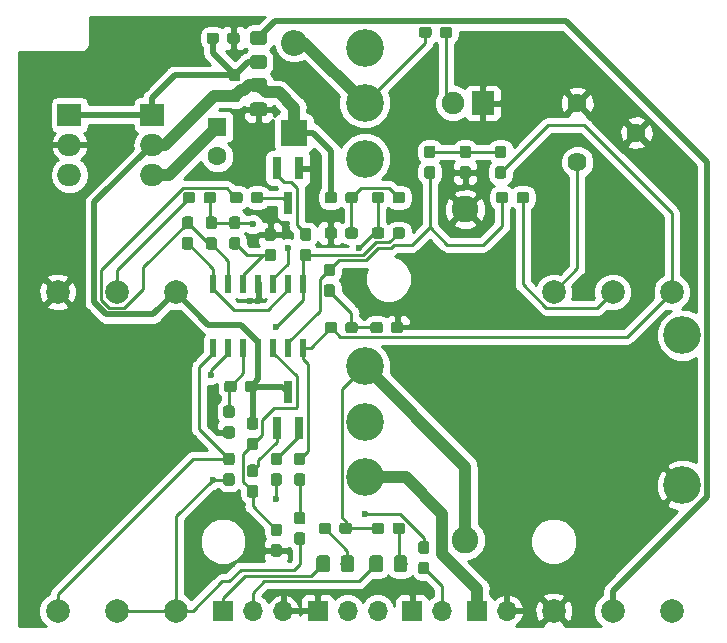
<source format=gbr>
G04 #@! TF.GenerationSoftware,KiCad,Pcbnew,(5.0.1-3-g963ef8bb5)*
G04 #@! TF.CreationDate,2019-04-18T21:55:15-06:00*
G04 #@! TF.ProjectId,NuisanceEngine,4E756973616E6365456E67696E652E6B,rev?*
G04 #@! TF.SameCoordinates,Original*
G04 #@! TF.FileFunction,Copper,L1,Top,Signal*
G04 #@! TF.FilePolarity,Positive*
%FSLAX46Y46*%
G04 Gerber Fmt 4.6, Leading zero omitted, Abs format (unit mm)*
G04 Created by KiCad (PCBNEW (5.0.1-3-g963ef8bb5)) date Thursday, 18 April 2019 at 21:55:15*
%MOMM*%
%LPD*%
G01*
G04 APERTURE LIST*
G04 #@! TA.AperFunction,ComponentPad*
%ADD10C,3.200000*%
G04 #@! TD*
G04 #@! TA.AperFunction,ComponentPad*
%ADD11O,2.200000X2.200000*%
G04 #@! TD*
G04 #@! TA.AperFunction,ComponentPad*
%ADD12R,2.200000X2.200000*%
G04 #@! TD*
G04 #@! TA.AperFunction,SMDPad,CuDef*
%ADD13R,0.600000X1.500000*%
G04 #@! TD*
G04 #@! TA.AperFunction,ComponentPad*
%ADD14O,2.000000X1.905000*%
G04 #@! TD*
G04 #@! TA.AperFunction,ComponentPad*
%ADD15R,2.000000X1.905000*%
G04 #@! TD*
G04 #@! TA.AperFunction,ComponentPad*
%ADD16C,2.000000*%
G04 #@! TD*
G04 #@! TA.AperFunction,ComponentPad*
%ADD17R,1.900000X2.000000*%
G04 #@! TD*
G04 #@! TA.AperFunction,ComponentPad*
%ADD18C,1.900000*%
G04 #@! TD*
G04 #@! TA.AperFunction,ComponentPad*
%ADD19C,2.262000*%
G04 #@! TD*
G04 #@! TA.AperFunction,ComponentPad*
%ADD20C,1.620000*%
G04 #@! TD*
G04 #@! TA.AperFunction,ComponentPad*
%ADD21O,1.700000X1.700000*%
G04 #@! TD*
G04 #@! TA.AperFunction,ComponentPad*
%ADD22R,1.700000X1.700000*%
G04 #@! TD*
G04 #@! TA.AperFunction,ComponentPad*
%ADD23R,1.600000X1.600000*%
G04 #@! TD*
G04 #@! TA.AperFunction,ComponentPad*
%ADD24C,1.600000*%
G04 #@! TD*
G04 #@! TA.AperFunction,Conductor*
%ADD25C,0.100000*%
G04 #@! TD*
G04 #@! TA.AperFunction,SMDPad,CuDef*
%ADD26C,0.950000*%
G04 #@! TD*
G04 #@! TA.AperFunction,SMDPad,CuDef*
%ADD27C,1.150000*%
G04 #@! TD*
G04 #@! TA.AperFunction,SMDPad,CuDef*
%ADD28R,0.800000X1.900000*%
G04 #@! TD*
G04 #@! TA.AperFunction,ViaPad*
%ADD29C,0.600000*%
G04 #@! TD*
G04 #@! TA.AperFunction,Conductor*
%ADD30C,0.500000*%
G04 #@! TD*
G04 #@! TA.AperFunction,Conductor*
%ADD31C,0.250000*%
G04 #@! TD*
G04 #@! TA.AperFunction,Conductor*
%ADD32C,1.000000*%
G04 #@! TD*
G04 #@! TA.AperFunction,Conductor*
%ADD33C,0.254000*%
G04 #@! TD*
G04 APERTURE END LIST*
D10*
G04 #@! TO.P,SW1,1*
G04 #@! TO.N,Net-(LS1-Pad1)*
X80000000Y-86700000D03*
G04 #@! TO.P,SW1,2*
G04 #@! TO.N,Net-(C8-Pad2)*
X80000000Y-82000000D03*
G04 #@! TO.P,SW1,3*
G04 #@! TO.N,Net-(R22-Pad1)*
X80000000Y-77300000D03*
G04 #@! TD*
D11*
G04 #@! TO.P,D1,2*
G04 #@! TO.N,Net-(D1-Pad2)*
X74000000Y-49880000D03*
D12*
G04 #@! TO.P,D1,1*
G04 #@! TO.N,VDD*
X74000000Y-57500000D03*
G04 #@! TD*
D13*
G04 #@! TO.P,U1,14*
G04 #@! TO.N,Net-(C4-Pad2)*
X67190000Y-70300000D03*
G04 #@! TO.P,U1,13*
G04 #@! TO.N,Net-(C4-Pad1)*
X68460000Y-70300000D03*
G04 #@! TO.P,U1,12*
G04 #@! TO.N,Net-(R12-Pad1)*
X69730000Y-70300000D03*
G04 #@! TO.P,U1,11*
G04 #@! TO.N,GND*
X71000000Y-70300000D03*
G04 #@! TO.P,U1,10*
G04 #@! TO.N,Net-(R20-Pad2)*
X72270000Y-70300000D03*
G04 #@! TO.P,U1,9*
G04 #@! TO.N,Net-(C4-Pad2)*
X73540000Y-70300000D03*
G04 #@! TO.P,U1,8*
G04 #@! TO.N,Net-(R14-Pad2)*
X74810000Y-70300000D03*
G04 #@! TO.P,U1,7*
G04 #@! TO.N,Net-(C3-Pad1)*
X74810000Y-75700000D03*
G04 #@! TO.P,U1,6*
G04 #@! TO.N,Net-(C1-Pad2)*
X73540000Y-75700000D03*
G04 #@! TO.P,U1,5*
G04 #@! TO.N,Net-(R3-Pad2)*
X72270000Y-75700000D03*
G04 #@! TO.P,U1,4*
G04 #@! TO.N,VDD*
X71000000Y-75700000D03*
G04 #@! TO.P,U1,3*
G04 #@! TO.N,Net-(R15-Pad2)*
X69730000Y-75700000D03*
G04 #@! TO.P,U1,2*
G04 #@! TO.N,Net-(C6-Pad2)*
X68460000Y-75700000D03*
G04 #@! TO.P,U1,1*
G04 #@! TO.N,Net-(C6-Pad1)*
X67190000Y-75700000D03*
G04 #@! TD*
D14*
G04 #@! TO.P,Q4,3*
G04 #@! TO.N,Net-(C8-Pad1)*
X55000000Y-61080000D03*
G04 #@! TO.P,Q4,2*
G04 #@! TO.N,GND*
X55000000Y-58540000D03*
D15*
G04 #@! TO.P,Q4,1*
G04 #@! TO.N,Net-(C7-Pad1)*
X55000000Y-56000000D03*
G04 #@! TD*
D14*
G04 #@! TO.P,Q3,3*
G04 #@! TO.N,Net-(C8-Pad1)*
X62000000Y-61080000D03*
G04 #@! TO.P,Q3,2*
G04 #@! TO.N,VDD*
X62000000Y-58540000D03*
D15*
G04 #@! TO.P,Q3,1*
G04 #@! TO.N,Net-(C7-Pad1)*
X62000000Y-56000000D03*
G04 #@! TD*
D16*
G04 #@! TO.P,RV2,3*
G04 #@! TO.N,Net-(C3-Pad1)*
X106000000Y-71000000D03*
G04 #@! TO.P,RV2,2*
G04 #@! TO.N,Net-(R10-Pad2)*
X101000000Y-71000000D03*
G04 #@! TO.P,RV2,1*
G04 #@! TO.N,Net-(RV2-Pad1)*
X96000000Y-71000000D03*
G04 #@! TD*
G04 #@! TO.P,RV5,3*
G04 #@! TO.N,Net-(C6-Pad1)*
X106000000Y-98000000D03*
G04 #@! TO.P,RV5,2*
G04 #@! TO.N,Net-(C7-Pad2)*
X101000000Y-98000000D03*
G04 #@! TO.P,RV5,1*
G04 #@! TO.N,GND*
X96000000Y-98000000D03*
G04 #@! TD*
G04 #@! TO.P,RV4,3*
G04 #@! TO.N,Net-(C6-Pad2)*
X64000000Y-98000000D03*
G04 #@! TO.P,RV4,2*
X59000000Y-98000000D03*
G04 #@! TO.P,RV4,1*
G04 #@! TO.N,Net-(C6-Pad1)*
X54000000Y-98000000D03*
G04 #@! TD*
G04 #@! TO.P,RV1,3*
G04 #@! TO.N,VDD*
X64000000Y-71000000D03*
G04 #@! TO.P,RV1,2*
G04 #@! TO.N,Net-(R2-Pad1)*
X59000000Y-71000000D03*
G04 #@! TO.P,RV1,1*
G04 #@! TO.N,GND*
X54000000Y-71000000D03*
G04 #@! TD*
D10*
G04 #@! TO.P,BT1,2*
G04 #@! TO.N,GND*
X106900000Y-87350000D03*
G04 #@! TO.P,BT1,1*
G04 #@! TO.N,Net-(BT1-Pad1)*
X106900000Y-74650000D03*
G04 #@! TD*
D17*
G04 #@! TO.P,D2,1*
G04 #@! TO.N,GND*
X90000000Y-55000000D03*
D18*
G04 #@! TO.P,D2,2*
G04 #@! TO.N,Net-(D2-Pad2)*
X87460000Y-55000000D03*
G04 #@! TD*
D19*
G04 #@! TO.P,R22,1*
G04 #@! TO.N,Net-(R22-Pad1)*
X88500000Y-92000000D03*
G04 #@! TO.P,R22,2*
G04 #@! TO.N,GND*
X88500000Y-64000000D03*
G04 #@! TD*
D20*
G04 #@! TO.P,RV3,3*
G04 #@! TO.N,Net-(RV2-Pad1)*
X98000000Y-60000000D03*
G04 #@! TO.P,RV3,2*
G04 #@! TO.N,GND*
X103000000Y-57500000D03*
G04 #@! TO.P,RV3,1*
X98000000Y-55000000D03*
G04 #@! TD*
D10*
G04 #@! TO.P,SW2,1*
G04 #@! TO.N,Net-(J3-Pad2)*
X80000000Y-59700000D03*
G04 #@! TO.P,SW2,2*
G04 #@! TO.N,Net-(D1-Pad2)*
X80000000Y-55000000D03*
G04 #@! TO.P,SW2,3*
G04 #@! TO.N,Net-(SW2-Pad3)*
X80000000Y-50300000D03*
G04 #@! TD*
D21*
G04 #@! TO.P,J1,2*
G04 #@! TO.N,Net-(J1-Pad2)*
X86540000Y-98000000D03*
D22*
G04 #@! TO.P,J1,1*
G04 #@! TO.N,GND*
X84000000Y-98000000D03*
G04 #@! TD*
D21*
G04 #@! TO.P,J2,3*
G04 #@! TO.N,GND*
X73080000Y-98000000D03*
G04 #@! TO.P,J2,2*
G04 #@! TO.N,Net-(C11-Pad1)*
X70540000Y-98000000D03*
D22*
G04 #@! TO.P,J2,1*
G04 #@! TO.N,Net-(C10-Pad1)*
X68000000Y-98000000D03*
G04 #@! TD*
G04 #@! TO.P,J3,1*
G04 #@! TO.N,GND*
X76000000Y-98000000D03*
D21*
G04 #@! TO.P,J3,2*
G04 #@! TO.N,Net-(J3-Pad2)*
X78540000Y-98000000D03*
G04 #@! TO.P,J3,3*
G04 #@! TO.N,Net-(BT1-Pad1)*
X81080000Y-98000000D03*
G04 #@! TD*
D22*
G04 #@! TO.P,LS1,1*
G04 #@! TO.N,Net-(LS1-Pad1)*
X89500000Y-98000000D03*
D21*
G04 #@! TO.P,LS1,2*
G04 #@! TO.N,GND*
X92040000Y-98000000D03*
G04 #@! TD*
D23*
G04 #@! TO.P,C8,1*
G04 #@! TO.N,Net-(C8-Pad1)*
X67500000Y-57000000D03*
D24*
G04 #@! TO.P,C8,2*
G04 #@! TO.N,Net-(C8-Pad2)*
X67500000Y-59500000D03*
G04 #@! TD*
D25*
G04 #@! TO.N,Net-(C1-Pad1)*
G04 #@! TO.C,C1*
G36*
X77260779Y-70351144D02*
X77283834Y-70354563D01*
X77306443Y-70360227D01*
X77328387Y-70368079D01*
X77349457Y-70378044D01*
X77369448Y-70390026D01*
X77388168Y-70403910D01*
X77405438Y-70419562D01*
X77421090Y-70436832D01*
X77434974Y-70455552D01*
X77446956Y-70475543D01*
X77456921Y-70496613D01*
X77464773Y-70518557D01*
X77470437Y-70541166D01*
X77473856Y-70564221D01*
X77475000Y-70587500D01*
X77475000Y-71162500D01*
X77473856Y-71185779D01*
X77470437Y-71208834D01*
X77464773Y-71231443D01*
X77456921Y-71253387D01*
X77446956Y-71274457D01*
X77434974Y-71294448D01*
X77421090Y-71313168D01*
X77405438Y-71330438D01*
X77388168Y-71346090D01*
X77369448Y-71359974D01*
X77349457Y-71371956D01*
X77328387Y-71381921D01*
X77306443Y-71389773D01*
X77283834Y-71395437D01*
X77260779Y-71398856D01*
X77237500Y-71400000D01*
X76762500Y-71400000D01*
X76739221Y-71398856D01*
X76716166Y-71395437D01*
X76693557Y-71389773D01*
X76671613Y-71381921D01*
X76650543Y-71371956D01*
X76630552Y-71359974D01*
X76611832Y-71346090D01*
X76594562Y-71330438D01*
X76578910Y-71313168D01*
X76565026Y-71294448D01*
X76553044Y-71274457D01*
X76543079Y-71253387D01*
X76535227Y-71231443D01*
X76529563Y-71208834D01*
X76526144Y-71185779D01*
X76525000Y-71162500D01*
X76525000Y-70587500D01*
X76526144Y-70564221D01*
X76529563Y-70541166D01*
X76535227Y-70518557D01*
X76543079Y-70496613D01*
X76553044Y-70475543D01*
X76565026Y-70455552D01*
X76578910Y-70436832D01*
X76594562Y-70419562D01*
X76611832Y-70403910D01*
X76630552Y-70390026D01*
X76650543Y-70378044D01*
X76671613Y-70368079D01*
X76693557Y-70360227D01*
X76716166Y-70354563D01*
X76739221Y-70351144D01*
X76762500Y-70350000D01*
X77237500Y-70350000D01*
X77260779Y-70351144D01*
X77260779Y-70351144D01*
G37*
D26*
G04 #@! TD*
G04 #@! TO.P,C1,1*
G04 #@! TO.N,Net-(C1-Pad1)*
X77000000Y-70875000D03*
D25*
G04 #@! TO.N,Net-(C1-Pad2)*
G04 #@! TO.C,C1*
G36*
X77260779Y-68601144D02*
X77283834Y-68604563D01*
X77306443Y-68610227D01*
X77328387Y-68618079D01*
X77349457Y-68628044D01*
X77369448Y-68640026D01*
X77388168Y-68653910D01*
X77405438Y-68669562D01*
X77421090Y-68686832D01*
X77434974Y-68705552D01*
X77446956Y-68725543D01*
X77456921Y-68746613D01*
X77464773Y-68768557D01*
X77470437Y-68791166D01*
X77473856Y-68814221D01*
X77475000Y-68837500D01*
X77475000Y-69412500D01*
X77473856Y-69435779D01*
X77470437Y-69458834D01*
X77464773Y-69481443D01*
X77456921Y-69503387D01*
X77446956Y-69524457D01*
X77434974Y-69544448D01*
X77421090Y-69563168D01*
X77405438Y-69580438D01*
X77388168Y-69596090D01*
X77369448Y-69609974D01*
X77349457Y-69621956D01*
X77328387Y-69631921D01*
X77306443Y-69639773D01*
X77283834Y-69645437D01*
X77260779Y-69648856D01*
X77237500Y-69650000D01*
X76762500Y-69650000D01*
X76739221Y-69648856D01*
X76716166Y-69645437D01*
X76693557Y-69639773D01*
X76671613Y-69631921D01*
X76650543Y-69621956D01*
X76630552Y-69609974D01*
X76611832Y-69596090D01*
X76594562Y-69580438D01*
X76578910Y-69563168D01*
X76565026Y-69544448D01*
X76553044Y-69524457D01*
X76543079Y-69503387D01*
X76535227Y-69481443D01*
X76529563Y-69458834D01*
X76526144Y-69435779D01*
X76525000Y-69412500D01*
X76525000Y-68837500D01*
X76526144Y-68814221D01*
X76529563Y-68791166D01*
X76535227Y-68768557D01*
X76543079Y-68746613D01*
X76553044Y-68725543D01*
X76565026Y-68705552D01*
X76578910Y-68686832D01*
X76594562Y-68669562D01*
X76611832Y-68653910D01*
X76630552Y-68640026D01*
X76650543Y-68628044D01*
X76671613Y-68618079D01*
X76693557Y-68610227D01*
X76716166Y-68604563D01*
X76739221Y-68601144D01*
X76762500Y-68600000D01*
X77237500Y-68600000D01*
X77260779Y-68601144D01*
X77260779Y-68601144D01*
G37*
D26*
G04 #@! TD*
G04 #@! TO.P,C1,2*
G04 #@! TO.N,Net-(C1-Pad2)*
X77000000Y-69125000D03*
D25*
G04 #@! TO.N,GND*
G04 #@! TO.C,C2*
G36*
X88760779Y-60351144D02*
X88783834Y-60354563D01*
X88806443Y-60360227D01*
X88828387Y-60368079D01*
X88849457Y-60378044D01*
X88869448Y-60390026D01*
X88888168Y-60403910D01*
X88905438Y-60419562D01*
X88921090Y-60436832D01*
X88934974Y-60455552D01*
X88946956Y-60475543D01*
X88956921Y-60496613D01*
X88964773Y-60518557D01*
X88970437Y-60541166D01*
X88973856Y-60564221D01*
X88975000Y-60587500D01*
X88975000Y-61162500D01*
X88973856Y-61185779D01*
X88970437Y-61208834D01*
X88964773Y-61231443D01*
X88956921Y-61253387D01*
X88946956Y-61274457D01*
X88934974Y-61294448D01*
X88921090Y-61313168D01*
X88905438Y-61330438D01*
X88888168Y-61346090D01*
X88869448Y-61359974D01*
X88849457Y-61371956D01*
X88828387Y-61381921D01*
X88806443Y-61389773D01*
X88783834Y-61395437D01*
X88760779Y-61398856D01*
X88737500Y-61400000D01*
X88262500Y-61400000D01*
X88239221Y-61398856D01*
X88216166Y-61395437D01*
X88193557Y-61389773D01*
X88171613Y-61381921D01*
X88150543Y-61371956D01*
X88130552Y-61359974D01*
X88111832Y-61346090D01*
X88094562Y-61330438D01*
X88078910Y-61313168D01*
X88065026Y-61294448D01*
X88053044Y-61274457D01*
X88043079Y-61253387D01*
X88035227Y-61231443D01*
X88029563Y-61208834D01*
X88026144Y-61185779D01*
X88025000Y-61162500D01*
X88025000Y-60587500D01*
X88026144Y-60564221D01*
X88029563Y-60541166D01*
X88035227Y-60518557D01*
X88043079Y-60496613D01*
X88053044Y-60475543D01*
X88065026Y-60455552D01*
X88078910Y-60436832D01*
X88094562Y-60419562D01*
X88111832Y-60403910D01*
X88130552Y-60390026D01*
X88150543Y-60378044D01*
X88171613Y-60368079D01*
X88193557Y-60360227D01*
X88216166Y-60354563D01*
X88239221Y-60351144D01*
X88262500Y-60350000D01*
X88737500Y-60350000D01*
X88760779Y-60351144D01*
X88760779Y-60351144D01*
G37*
D26*
G04 #@! TD*
G04 #@! TO.P,C2,1*
G04 #@! TO.N,GND*
X88500000Y-60875000D03*
D25*
G04 #@! TO.N,Net-(C2-Pad2)*
G04 #@! TO.C,C2*
G36*
X88760779Y-58601144D02*
X88783834Y-58604563D01*
X88806443Y-58610227D01*
X88828387Y-58618079D01*
X88849457Y-58628044D01*
X88869448Y-58640026D01*
X88888168Y-58653910D01*
X88905438Y-58669562D01*
X88921090Y-58686832D01*
X88934974Y-58705552D01*
X88946956Y-58725543D01*
X88956921Y-58746613D01*
X88964773Y-58768557D01*
X88970437Y-58791166D01*
X88973856Y-58814221D01*
X88975000Y-58837500D01*
X88975000Y-59412500D01*
X88973856Y-59435779D01*
X88970437Y-59458834D01*
X88964773Y-59481443D01*
X88956921Y-59503387D01*
X88946956Y-59524457D01*
X88934974Y-59544448D01*
X88921090Y-59563168D01*
X88905438Y-59580438D01*
X88888168Y-59596090D01*
X88869448Y-59609974D01*
X88849457Y-59621956D01*
X88828387Y-59631921D01*
X88806443Y-59639773D01*
X88783834Y-59645437D01*
X88760779Y-59648856D01*
X88737500Y-59650000D01*
X88262500Y-59650000D01*
X88239221Y-59648856D01*
X88216166Y-59645437D01*
X88193557Y-59639773D01*
X88171613Y-59631921D01*
X88150543Y-59621956D01*
X88130552Y-59609974D01*
X88111832Y-59596090D01*
X88094562Y-59580438D01*
X88078910Y-59563168D01*
X88065026Y-59544448D01*
X88053044Y-59524457D01*
X88043079Y-59503387D01*
X88035227Y-59481443D01*
X88029563Y-59458834D01*
X88026144Y-59435779D01*
X88025000Y-59412500D01*
X88025000Y-58837500D01*
X88026144Y-58814221D01*
X88029563Y-58791166D01*
X88035227Y-58768557D01*
X88043079Y-58746613D01*
X88053044Y-58725543D01*
X88065026Y-58705552D01*
X88078910Y-58686832D01*
X88094562Y-58669562D01*
X88111832Y-58653910D01*
X88130552Y-58640026D01*
X88150543Y-58628044D01*
X88171613Y-58618079D01*
X88193557Y-58610227D01*
X88216166Y-58604563D01*
X88239221Y-58601144D01*
X88262500Y-58600000D01*
X88737500Y-58600000D01*
X88760779Y-58601144D01*
X88760779Y-58601144D01*
G37*
D26*
G04 #@! TD*
G04 #@! TO.P,C2,2*
G04 #@! TO.N,Net-(C2-Pad2)*
X88500000Y-59125000D03*
D25*
G04 #@! TO.N,Net-(C1-Pad1)*
G04 #@! TO.C,C3*
G36*
X79185779Y-73526144D02*
X79208834Y-73529563D01*
X79231443Y-73535227D01*
X79253387Y-73543079D01*
X79274457Y-73553044D01*
X79294448Y-73565026D01*
X79313168Y-73578910D01*
X79330438Y-73594562D01*
X79346090Y-73611832D01*
X79359974Y-73630552D01*
X79371956Y-73650543D01*
X79381921Y-73671613D01*
X79389773Y-73693557D01*
X79395437Y-73716166D01*
X79398856Y-73739221D01*
X79400000Y-73762500D01*
X79400000Y-74237500D01*
X79398856Y-74260779D01*
X79395437Y-74283834D01*
X79389773Y-74306443D01*
X79381921Y-74328387D01*
X79371956Y-74349457D01*
X79359974Y-74369448D01*
X79346090Y-74388168D01*
X79330438Y-74405438D01*
X79313168Y-74421090D01*
X79294448Y-74434974D01*
X79274457Y-74446956D01*
X79253387Y-74456921D01*
X79231443Y-74464773D01*
X79208834Y-74470437D01*
X79185779Y-74473856D01*
X79162500Y-74475000D01*
X78587500Y-74475000D01*
X78564221Y-74473856D01*
X78541166Y-74470437D01*
X78518557Y-74464773D01*
X78496613Y-74456921D01*
X78475543Y-74446956D01*
X78455552Y-74434974D01*
X78436832Y-74421090D01*
X78419562Y-74405438D01*
X78403910Y-74388168D01*
X78390026Y-74369448D01*
X78378044Y-74349457D01*
X78368079Y-74328387D01*
X78360227Y-74306443D01*
X78354563Y-74283834D01*
X78351144Y-74260779D01*
X78350000Y-74237500D01*
X78350000Y-73762500D01*
X78351144Y-73739221D01*
X78354563Y-73716166D01*
X78360227Y-73693557D01*
X78368079Y-73671613D01*
X78378044Y-73650543D01*
X78390026Y-73630552D01*
X78403910Y-73611832D01*
X78419562Y-73594562D01*
X78436832Y-73578910D01*
X78455552Y-73565026D01*
X78475543Y-73553044D01*
X78496613Y-73543079D01*
X78518557Y-73535227D01*
X78541166Y-73529563D01*
X78564221Y-73526144D01*
X78587500Y-73525000D01*
X79162500Y-73525000D01*
X79185779Y-73526144D01*
X79185779Y-73526144D01*
G37*
D26*
G04 #@! TD*
G04 #@! TO.P,C3,2*
G04 #@! TO.N,Net-(C1-Pad1)*
X78875000Y-74000000D03*
D25*
G04 #@! TO.N,Net-(C3-Pad1)*
G04 #@! TO.C,C3*
G36*
X77435779Y-73526144D02*
X77458834Y-73529563D01*
X77481443Y-73535227D01*
X77503387Y-73543079D01*
X77524457Y-73553044D01*
X77544448Y-73565026D01*
X77563168Y-73578910D01*
X77580438Y-73594562D01*
X77596090Y-73611832D01*
X77609974Y-73630552D01*
X77621956Y-73650543D01*
X77631921Y-73671613D01*
X77639773Y-73693557D01*
X77645437Y-73716166D01*
X77648856Y-73739221D01*
X77650000Y-73762500D01*
X77650000Y-74237500D01*
X77648856Y-74260779D01*
X77645437Y-74283834D01*
X77639773Y-74306443D01*
X77631921Y-74328387D01*
X77621956Y-74349457D01*
X77609974Y-74369448D01*
X77596090Y-74388168D01*
X77580438Y-74405438D01*
X77563168Y-74421090D01*
X77544448Y-74434974D01*
X77524457Y-74446956D01*
X77503387Y-74456921D01*
X77481443Y-74464773D01*
X77458834Y-74470437D01*
X77435779Y-74473856D01*
X77412500Y-74475000D01*
X76837500Y-74475000D01*
X76814221Y-74473856D01*
X76791166Y-74470437D01*
X76768557Y-74464773D01*
X76746613Y-74456921D01*
X76725543Y-74446956D01*
X76705552Y-74434974D01*
X76686832Y-74421090D01*
X76669562Y-74405438D01*
X76653910Y-74388168D01*
X76640026Y-74369448D01*
X76628044Y-74349457D01*
X76618079Y-74328387D01*
X76610227Y-74306443D01*
X76604563Y-74283834D01*
X76601144Y-74260779D01*
X76600000Y-74237500D01*
X76600000Y-73762500D01*
X76601144Y-73739221D01*
X76604563Y-73716166D01*
X76610227Y-73693557D01*
X76618079Y-73671613D01*
X76628044Y-73650543D01*
X76640026Y-73630552D01*
X76653910Y-73611832D01*
X76669562Y-73594562D01*
X76686832Y-73578910D01*
X76705552Y-73565026D01*
X76725543Y-73553044D01*
X76746613Y-73543079D01*
X76768557Y-73535227D01*
X76791166Y-73529563D01*
X76814221Y-73526144D01*
X76837500Y-73525000D01*
X77412500Y-73525000D01*
X77435779Y-73526144D01*
X77435779Y-73526144D01*
G37*
D26*
G04 #@! TD*
G04 #@! TO.P,C3,1*
G04 #@! TO.N,Net-(C3-Pad1)*
X77125000Y-74000000D03*
D25*
G04 #@! TO.N,Net-(C4-Pad2)*
G04 #@! TO.C,C4*
G36*
X65260779Y-66351144D02*
X65283834Y-66354563D01*
X65306443Y-66360227D01*
X65328387Y-66368079D01*
X65349457Y-66378044D01*
X65369448Y-66390026D01*
X65388168Y-66403910D01*
X65405438Y-66419562D01*
X65421090Y-66436832D01*
X65434974Y-66455552D01*
X65446956Y-66475543D01*
X65456921Y-66496613D01*
X65464773Y-66518557D01*
X65470437Y-66541166D01*
X65473856Y-66564221D01*
X65475000Y-66587500D01*
X65475000Y-67162500D01*
X65473856Y-67185779D01*
X65470437Y-67208834D01*
X65464773Y-67231443D01*
X65456921Y-67253387D01*
X65446956Y-67274457D01*
X65434974Y-67294448D01*
X65421090Y-67313168D01*
X65405438Y-67330438D01*
X65388168Y-67346090D01*
X65369448Y-67359974D01*
X65349457Y-67371956D01*
X65328387Y-67381921D01*
X65306443Y-67389773D01*
X65283834Y-67395437D01*
X65260779Y-67398856D01*
X65237500Y-67400000D01*
X64762500Y-67400000D01*
X64739221Y-67398856D01*
X64716166Y-67395437D01*
X64693557Y-67389773D01*
X64671613Y-67381921D01*
X64650543Y-67371956D01*
X64630552Y-67359974D01*
X64611832Y-67346090D01*
X64594562Y-67330438D01*
X64578910Y-67313168D01*
X64565026Y-67294448D01*
X64553044Y-67274457D01*
X64543079Y-67253387D01*
X64535227Y-67231443D01*
X64529563Y-67208834D01*
X64526144Y-67185779D01*
X64525000Y-67162500D01*
X64525000Y-66587500D01*
X64526144Y-66564221D01*
X64529563Y-66541166D01*
X64535227Y-66518557D01*
X64543079Y-66496613D01*
X64553044Y-66475543D01*
X64565026Y-66455552D01*
X64578910Y-66436832D01*
X64594562Y-66419562D01*
X64611832Y-66403910D01*
X64630552Y-66390026D01*
X64650543Y-66378044D01*
X64671613Y-66368079D01*
X64693557Y-66360227D01*
X64716166Y-66354563D01*
X64739221Y-66351144D01*
X64762500Y-66350000D01*
X65237500Y-66350000D01*
X65260779Y-66351144D01*
X65260779Y-66351144D01*
G37*
D26*
G04 #@! TD*
G04 #@! TO.P,C4,2*
G04 #@! TO.N,Net-(C4-Pad2)*
X65000000Y-66875000D03*
D25*
G04 #@! TO.N,Net-(C4-Pad1)*
G04 #@! TO.C,C4*
G36*
X65260779Y-64601144D02*
X65283834Y-64604563D01*
X65306443Y-64610227D01*
X65328387Y-64618079D01*
X65349457Y-64628044D01*
X65369448Y-64640026D01*
X65388168Y-64653910D01*
X65405438Y-64669562D01*
X65421090Y-64686832D01*
X65434974Y-64705552D01*
X65446956Y-64725543D01*
X65456921Y-64746613D01*
X65464773Y-64768557D01*
X65470437Y-64791166D01*
X65473856Y-64814221D01*
X65475000Y-64837500D01*
X65475000Y-65412500D01*
X65473856Y-65435779D01*
X65470437Y-65458834D01*
X65464773Y-65481443D01*
X65456921Y-65503387D01*
X65446956Y-65524457D01*
X65434974Y-65544448D01*
X65421090Y-65563168D01*
X65405438Y-65580438D01*
X65388168Y-65596090D01*
X65369448Y-65609974D01*
X65349457Y-65621956D01*
X65328387Y-65631921D01*
X65306443Y-65639773D01*
X65283834Y-65645437D01*
X65260779Y-65648856D01*
X65237500Y-65650000D01*
X64762500Y-65650000D01*
X64739221Y-65648856D01*
X64716166Y-65645437D01*
X64693557Y-65639773D01*
X64671613Y-65631921D01*
X64650543Y-65621956D01*
X64630552Y-65609974D01*
X64611832Y-65596090D01*
X64594562Y-65580438D01*
X64578910Y-65563168D01*
X64565026Y-65544448D01*
X64553044Y-65524457D01*
X64543079Y-65503387D01*
X64535227Y-65481443D01*
X64529563Y-65458834D01*
X64526144Y-65435779D01*
X64525000Y-65412500D01*
X64525000Y-64837500D01*
X64526144Y-64814221D01*
X64529563Y-64791166D01*
X64535227Y-64768557D01*
X64543079Y-64746613D01*
X64553044Y-64725543D01*
X64565026Y-64705552D01*
X64578910Y-64686832D01*
X64594562Y-64669562D01*
X64611832Y-64653910D01*
X64630552Y-64640026D01*
X64650543Y-64628044D01*
X64671613Y-64618079D01*
X64693557Y-64610227D01*
X64716166Y-64604563D01*
X64739221Y-64601144D01*
X64762500Y-64600000D01*
X65237500Y-64600000D01*
X65260779Y-64601144D01*
X65260779Y-64601144D01*
G37*
D26*
G04 #@! TD*
G04 #@! TO.P,C4,1*
G04 #@! TO.N,Net-(C4-Pad1)*
X65000000Y-65125000D03*
D25*
G04 #@! TO.N,Net-(C3-Pad1)*
G04 #@! TO.C,C5*
G36*
X74760779Y-84601144D02*
X74783834Y-84604563D01*
X74806443Y-84610227D01*
X74828387Y-84618079D01*
X74849457Y-84628044D01*
X74869448Y-84640026D01*
X74888168Y-84653910D01*
X74905438Y-84669562D01*
X74921090Y-84686832D01*
X74934974Y-84705552D01*
X74946956Y-84725543D01*
X74956921Y-84746613D01*
X74964773Y-84768557D01*
X74970437Y-84791166D01*
X74973856Y-84814221D01*
X74975000Y-84837500D01*
X74975000Y-85412500D01*
X74973856Y-85435779D01*
X74970437Y-85458834D01*
X74964773Y-85481443D01*
X74956921Y-85503387D01*
X74946956Y-85524457D01*
X74934974Y-85544448D01*
X74921090Y-85563168D01*
X74905438Y-85580438D01*
X74888168Y-85596090D01*
X74869448Y-85609974D01*
X74849457Y-85621956D01*
X74828387Y-85631921D01*
X74806443Y-85639773D01*
X74783834Y-85645437D01*
X74760779Y-85648856D01*
X74737500Y-85650000D01*
X74262500Y-85650000D01*
X74239221Y-85648856D01*
X74216166Y-85645437D01*
X74193557Y-85639773D01*
X74171613Y-85631921D01*
X74150543Y-85621956D01*
X74130552Y-85609974D01*
X74111832Y-85596090D01*
X74094562Y-85580438D01*
X74078910Y-85563168D01*
X74065026Y-85544448D01*
X74053044Y-85524457D01*
X74043079Y-85503387D01*
X74035227Y-85481443D01*
X74029563Y-85458834D01*
X74026144Y-85435779D01*
X74025000Y-85412500D01*
X74025000Y-84837500D01*
X74026144Y-84814221D01*
X74029563Y-84791166D01*
X74035227Y-84768557D01*
X74043079Y-84746613D01*
X74053044Y-84725543D01*
X74065026Y-84705552D01*
X74078910Y-84686832D01*
X74094562Y-84669562D01*
X74111832Y-84653910D01*
X74130552Y-84640026D01*
X74150543Y-84628044D01*
X74171613Y-84618079D01*
X74193557Y-84610227D01*
X74216166Y-84604563D01*
X74239221Y-84601144D01*
X74262500Y-84600000D01*
X74737500Y-84600000D01*
X74760779Y-84601144D01*
X74760779Y-84601144D01*
G37*
D26*
G04 #@! TD*
G04 #@! TO.P,C5,2*
G04 #@! TO.N,Net-(C3-Pad1)*
X74500000Y-85125000D03*
D25*
G04 #@! TO.N,Net-(C5-Pad1)*
G04 #@! TO.C,C5*
G36*
X74760779Y-86351144D02*
X74783834Y-86354563D01*
X74806443Y-86360227D01*
X74828387Y-86368079D01*
X74849457Y-86378044D01*
X74869448Y-86390026D01*
X74888168Y-86403910D01*
X74905438Y-86419562D01*
X74921090Y-86436832D01*
X74934974Y-86455552D01*
X74946956Y-86475543D01*
X74956921Y-86496613D01*
X74964773Y-86518557D01*
X74970437Y-86541166D01*
X74973856Y-86564221D01*
X74975000Y-86587500D01*
X74975000Y-87162500D01*
X74973856Y-87185779D01*
X74970437Y-87208834D01*
X74964773Y-87231443D01*
X74956921Y-87253387D01*
X74946956Y-87274457D01*
X74934974Y-87294448D01*
X74921090Y-87313168D01*
X74905438Y-87330438D01*
X74888168Y-87346090D01*
X74869448Y-87359974D01*
X74849457Y-87371956D01*
X74828387Y-87381921D01*
X74806443Y-87389773D01*
X74783834Y-87395437D01*
X74760779Y-87398856D01*
X74737500Y-87400000D01*
X74262500Y-87400000D01*
X74239221Y-87398856D01*
X74216166Y-87395437D01*
X74193557Y-87389773D01*
X74171613Y-87381921D01*
X74150543Y-87371956D01*
X74130552Y-87359974D01*
X74111832Y-87346090D01*
X74094562Y-87330438D01*
X74078910Y-87313168D01*
X74065026Y-87294448D01*
X74053044Y-87274457D01*
X74043079Y-87253387D01*
X74035227Y-87231443D01*
X74029563Y-87208834D01*
X74026144Y-87185779D01*
X74025000Y-87162500D01*
X74025000Y-86587500D01*
X74026144Y-86564221D01*
X74029563Y-86541166D01*
X74035227Y-86518557D01*
X74043079Y-86496613D01*
X74053044Y-86475543D01*
X74065026Y-86455552D01*
X74078910Y-86436832D01*
X74094562Y-86419562D01*
X74111832Y-86403910D01*
X74130552Y-86390026D01*
X74150543Y-86378044D01*
X74171613Y-86368079D01*
X74193557Y-86360227D01*
X74216166Y-86354563D01*
X74239221Y-86351144D01*
X74262500Y-86350000D01*
X74737500Y-86350000D01*
X74760779Y-86351144D01*
X74760779Y-86351144D01*
G37*
D26*
G04 #@! TD*
G04 #@! TO.P,C5,1*
G04 #@! TO.N,Net-(C5-Pad1)*
X74500000Y-86875000D03*
D25*
G04 #@! TO.N,Net-(C6-Pad1)*
G04 #@! TO.C,C6*
G36*
X68760779Y-84601144D02*
X68783834Y-84604563D01*
X68806443Y-84610227D01*
X68828387Y-84618079D01*
X68849457Y-84628044D01*
X68869448Y-84640026D01*
X68888168Y-84653910D01*
X68905438Y-84669562D01*
X68921090Y-84686832D01*
X68934974Y-84705552D01*
X68946956Y-84725543D01*
X68956921Y-84746613D01*
X68964773Y-84768557D01*
X68970437Y-84791166D01*
X68973856Y-84814221D01*
X68975000Y-84837500D01*
X68975000Y-85412500D01*
X68973856Y-85435779D01*
X68970437Y-85458834D01*
X68964773Y-85481443D01*
X68956921Y-85503387D01*
X68946956Y-85524457D01*
X68934974Y-85544448D01*
X68921090Y-85563168D01*
X68905438Y-85580438D01*
X68888168Y-85596090D01*
X68869448Y-85609974D01*
X68849457Y-85621956D01*
X68828387Y-85631921D01*
X68806443Y-85639773D01*
X68783834Y-85645437D01*
X68760779Y-85648856D01*
X68737500Y-85650000D01*
X68262500Y-85650000D01*
X68239221Y-85648856D01*
X68216166Y-85645437D01*
X68193557Y-85639773D01*
X68171613Y-85631921D01*
X68150543Y-85621956D01*
X68130552Y-85609974D01*
X68111832Y-85596090D01*
X68094562Y-85580438D01*
X68078910Y-85563168D01*
X68065026Y-85544448D01*
X68053044Y-85524457D01*
X68043079Y-85503387D01*
X68035227Y-85481443D01*
X68029563Y-85458834D01*
X68026144Y-85435779D01*
X68025000Y-85412500D01*
X68025000Y-84837500D01*
X68026144Y-84814221D01*
X68029563Y-84791166D01*
X68035227Y-84768557D01*
X68043079Y-84746613D01*
X68053044Y-84725543D01*
X68065026Y-84705552D01*
X68078910Y-84686832D01*
X68094562Y-84669562D01*
X68111832Y-84653910D01*
X68130552Y-84640026D01*
X68150543Y-84628044D01*
X68171613Y-84618079D01*
X68193557Y-84610227D01*
X68216166Y-84604563D01*
X68239221Y-84601144D01*
X68262500Y-84600000D01*
X68737500Y-84600000D01*
X68760779Y-84601144D01*
X68760779Y-84601144D01*
G37*
D26*
G04 #@! TD*
G04 #@! TO.P,C6,1*
G04 #@! TO.N,Net-(C6-Pad1)*
X68500000Y-85125000D03*
D25*
G04 #@! TO.N,Net-(C6-Pad2)*
G04 #@! TO.C,C6*
G36*
X68760779Y-86351144D02*
X68783834Y-86354563D01*
X68806443Y-86360227D01*
X68828387Y-86368079D01*
X68849457Y-86378044D01*
X68869448Y-86390026D01*
X68888168Y-86403910D01*
X68905438Y-86419562D01*
X68921090Y-86436832D01*
X68934974Y-86455552D01*
X68946956Y-86475543D01*
X68956921Y-86496613D01*
X68964773Y-86518557D01*
X68970437Y-86541166D01*
X68973856Y-86564221D01*
X68975000Y-86587500D01*
X68975000Y-87162500D01*
X68973856Y-87185779D01*
X68970437Y-87208834D01*
X68964773Y-87231443D01*
X68956921Y-87253387D01*
X68946956Y-87274457D01*
X68934974Y-87294448D01*
X68921090Y-87313168D01*
X68905438Y-87330438D01*
X68888168Y-87346090D01*
X68869448Y-87359974D01*
X68849457Y-87371956D01*
X68828387Y-87381921D01*
X68806443Y-87389773D01*
X68783834Y-87395437D01*
X68760779Y-87398856D01*
X68737500Y-87400000D01*
X68262500Y-87400000D01*
X68239221Y-87398856D01*
X68216166Y-87395437D01*
X68193557Y-87389773D01*
X68171613Y-87381921D01*
X68150543Y-87371956D01*
X68130552Y-87359974D01*
X68111832Y-87346090D01*
X68094562Y-87330438D01*
X68078910Y-87313168D01*
X68065026Y-87294448D01*
X68053044Y-87274457D01*
X68043079Y-87253387D01*
X68035227Y-87231443D01*
X68029563Y-87208834D01*
X68026144Y-87185779D01*
X68025000Y-87162500D01*
X68025000Y-86587500D01*
X68026144Y-86564221D01*
X68029563Y-86541166D01*
X68035227Y-86518557D01*
X68043079Y-86496613D01*
X68053044Y-86475543D01*
X68065026Y-86455552D01*
X68078910Y-86436832D01*
X68094562Y-86419562D01*
X68111832Y-86403910D01*
X68130552Y-86390026D01*
X68150543Y-86378044D01*
X68171613Y-86368079D01*
X68193557Y-86360227D01*
X68216166Y-86354563D01*
X68239221Y-86351144D01*
X68262500Y-86350000D01*
X68737500Y-86350000D01*
X68760779Y-86351144D01*
X68760779Y-86351144D01*
G37*
D26*
G04 #@! TD*
G04 #@! TO.P,C6,2*
G04 #@! TO.N,Net-(C6-Pad2)*
X68500000Y-86875000D03*
D25*
G04 #@! TO.N,Net-(C7-Pad1)*
G04 #@! TO.C,C7*
G36*
X71474505Y-50951204D02*
X71498773Y-50954804D01*
X71522572Y-50960765D01*
X71545671Y-50969030D01*
X71567850Y-50979520D01*
X71588893Y-50992132D01*
X71608599Y-51006747D01*
X71626777Y-51023223D01*
X71643253Y-51041401D01*
X71657868Y-51061107D01*
X71670480Y-51082150D01*
X71680970Y-51104329D01*
X71689235Y-51127428D01*
X71695196Y-51151227D01*
X71698796Y-51175495D01*
X71700000Y-51199999D01*
X71700000Y-51850001D01*
X71698796Y-51874505D01*
X71695196Y-51898773D01*
X71689235Y-51922572D01*
X71680970Y-51945671D01*
X71670480Y-51967850D01*
X71657868Y-51988893D01*
X71643253Y-52008599D01*
X71626777Y-52026777D01*
X71608599Y-52043253D01*
X71588893Y-52057868D01*
X71567850Y-52070480D01*
X71545671Y-52080970D01*
X71522572Y-52089235D01*
X71498773Y-52095196D01*
X71474505Y-52098796D01*
X71450001Y-52100000D01*
X70549999Y-52100000D01*
X70525495Y-52098796D01*
X70501227Y-52095196D01*
X70477428Y-52089235D01*
X70454329Y-52080970D01*
X70432150Y-52070480D01*
X70411107Y-52057868D01*
X70391401Y-52043253D01*
X70373223Y-52026777D01*
X70356747Y-52008599D01*
X70342132Y-51988893D01*
X70329520Y-51967850D01*
X70319030Y-51945671D01*
X70310765Y-51922572D01*
X70304804Y-51898773D01*
X70301204Y-51874505D01*
X70300000Y-51850001D01*
X70300000Y-51199999D01*
X70301204Y-51175495D01*
X70304804Y-51151227D01*
X70310765Y-51127428D01*
X70319030Y-51104329D01*
X70329520Y-51082150D01*
X70342132Y-51061107D01*
X70356747Y-51041401D01*
X70373223Y-51023223D01*
X70391401Y-51006747D01*
X70411107Y-50992132D01*
X70432150Y-50979520D01*
X70454329Y-50969030D01*
X70477428Y-50960765D01*
X70501227Y-50954804D01*
X70525495Y-50951204D01*
X70549999Y-50950000D01*
X71450001Y-50950000D01*
X71474505Y-50951204D01*
X71474505Y-50951204D01*
G37*
D27*
G04 #@! TD*
G04 #@! TO.P,C7,1*
G04 #@! TO.N,Net-(C7-Pad1)*
X71000000Y-51525000D03*
D25*
G04 #@! TO.N,Net-(C7-Pad2)*
G04 #@! TO.C,C7*
G36*
X71474505Y-48901204D02*
X71498773Y-48904804D01*
X71522572Y-48910765D01*
X71545671Y-48919030D01*
X71567850Y-48929520D01*
X71588893Y-48942132D01*
X71608599Y-48956747D01*
X71626777Y-48973223D01*
X71643253Y-48991401D01*
X71657868Y-49011107D01*
X71670480Y-49032150D01*
X71680970Y-49054329D01*
X71689235Y-49077428D01*
X71695196Y-49101227D01*
X71698796Y-49125495D01*
X71700000Y-49149999D01*
X71700000Y-49800001D01*
X71698796Y-49824505D01*
X71695196Y-49848773D01*
X71689235Y-49872572D01*
X71680970Y-49895671D01*
X71670480Y-49917850D01*
X71657868Y-49938893D01*
X71643253Y-49958599D01*
X71626777Y-49976777D01*
X71608599Y-49993253D01*
X71588893Y-50007868D01*
X71567850Y-50020480D01*
X71545671Y-50030970D01*
X71522572Y-50039235D01*
X71498773Y-50045196D01*
X71474505Y-50048796D01*
X71450001Y-50050000D01*
X70549999Y-50050000D01*
X70525495Y-50048796D01*
X70501227Y-50045196D01*
X70477428Y-50039235D01*
X70454329Y-50030970D01*
X70432150Y-50020480D01*
X70411107Y-50007868D01*
X70391401Y-49993253D01*
X70373223Y-49976777D01*
X70356747Y-49958599D01*
X70342132Y-49938893D01*
X70329520Y-49917850D01*
X70319030Y-49895671D01*
X70310765Y-49872572D01*
X70304804Y-49848773D01*
X70301204Y-49824505D01*
X70300000Y-49800001D01*
X70300000Y-49149999D01*
X70301204Y-49125495D01*
X70304804Y-49101227D01*
X70310765Y-49077428D01*
X70319030Y-49054329D01*
X70329520Y-49032150D01*
X70342132Y-49011107D01*
X70356747Y-48991401D01*
X70373223Y-48973223D01*
X70391401Y-48956747D01*
X70411107Y-48942132D01*
X70432150Y-48929520D01*
X70454329Y-48919030D01*
X70477428Y-48910765D01*
X70501227Y-48904804D01*
X70525495Y-48901204D01*
X70549999Y-48900000D01*
X71450001Y-48900000D01*
X71474505Y-48901204D01*
X71474505Y-48901204D01*
G37*
D27*
G04 #@! TD*
G04 #@! TO.P,C7,2*
G04 #@! TO.N,Net-(C7-Pad2)*
X71000000Y-49475000D03*
D25*
G04 #@! TO.N,VDD*
G04 #@! TO.C,C9*
G36*
X71474505Y-52901204D02*
X71498773Y-52904804D01*
X71522572Y-52910765D01*
X71545671Y-52919030D01*
X71567850Y-52929520D01*
X71588893Y-52942132D01*
X71608599Y-52956747D01*
X71626777Y-52973223D01*
X71643253Y-52991401D01*
X71657868Y-53011107D01*
X71670480Y-53032150D01*
X71680970Y-53054329D01*
X71689235Y-53077428D01*
X71695196Y-53101227D01*
X71698796Y-53125495D01*
X71700000Y-53149999D01*
X71700000Y-53800001D01*
X71698796Y-53824505D01*
X71695196Y-53848773D01*
X71689235Y-53872572D01*
X71680970Y-53895671D01*
X71670480Y-53917850D01*
X71657868Y-53938893D01*
X71643253Y-53958599D01*
X71626777Y-53976777D01*
X71608599Y-53993253D01*
X71588893Y-54007868D01*
X71567850Y-54020480D01*
X71545671Y-54030970D01*
X71522572Y-54039235D01*
X71498773Y-54045196D01*
X71474505Y-54048796D01*
X71450001Y-54050000D01*
X70549999Y-54050000D01*
X70525495Y-54048796D01*
X70501227Y-54045196D01*
X70477428Y-54039235D01*
X70454329Y-54030970D01*
X70432150Y-54020480D01*
X70411107Y-54007868D01*
X70391401Y-53993253D01*
X70373223Y-53976777D01*
X70356747Y-53958599D01*
X70342132Y-53938893D01*
X70329520Y-53917850D01*
X70319030Y-53895671D01*
X70310765Y-53872572D01*
X70304804Y-53848773D01*
X70301204Y-53824505D01*
X70300000Y-53800001D01*
X70300000Y-53149999D01*
X70301204Y-53125495D01*
X70304804Y-53101227D01*
X70310765Y-53077428D01*
X70319030Y-53054329D01*
X70329520Y-53032150D01*
X70342132Y-53011107D01*
X70356747Y-52991401D01*
X70373223Y-52973223D01*
X70391401Y-52956747D01*
X70411107Y-52942132D01*
X70432150Y-52929520D01*
X70454329Y-52919030D01*
X70477428Y-52910765D01*
X70501227Y-52904804D01*
X70525495Y-52901204D01*
X70549999Y-52900000D01*
X71450001Y-52900000D01*
X71474505Y-52901204D01*
X71474505Y-52901204D01*
G37*
D27*
G04 #@! TD*
G04 #@! TO.P,C9,1*
G04 #@! TO.N,VDD*
X71000000Y-53475000D03*
D25*
G04 #@! TO.N,GND*
G04 #@! TO.C,C9*
G36*
X71474505Y-54951204D02*
X71498773Y-54954804D01*
X71522572Y-54960765D01*
X71545671Y-54969030D01*
X71567850Y-54979520D01*
X71588893Y-54992132D01*
X71608599Y-55006747D01*
X71626777Y-55023223D01*
X71643253Y-55041401D01*
X71657868Y-55061107D01*
X71670480Y-55082150D01*
X71680970Y-55104329D01*
X71689235Y-55127428D01*
X71695196Y-55151227D01*
X71698796Y-55175495D01*
X71700000Y-55199999D01*
X71700000Y-55850001D01*
X71698796Y-55874505D01*
X71695196Y-55898773D01*
X71689235Y-55922572D01*
X71680970Y-55945671D01*
X71670480Y-55967850D01*
X71657868Y-55988893D01*
X71643253Y-56008599D01*
X71626777Y-56026777D01*
X71608599Y-56043253D01*
X71588893Y-56057868D01*
X71567850Y-56070480D01*
X71545671Y-56080970D01*
X71522572Y-56089235D01*
X71498773Y-56095196D01*
X71474505Y-56098796D01*
X71450001Y-56100000D01*
X70549999Y-56100000D01*
X70525495Y-56098796D01*
X70501227Y-56095196D01*
X70477428Y-56089235D01*
X70454329Y-56080970D01*
X70432150Y-56070480D01*
X70411107Y-56057868D01*
X70391401Y-56043253D01*
X70373223Y-56026777D01*
X70356747Y-56008599D01*
X70342132Y-55988893D01*
X70329520Y-55967850D01*
X70319030Y-55945671D01*
X70310765Y-55922572D01*
X70304804Y-55898773D01*
X70301204Y-55874505D01*
X70300000Y-55850001D01*
X70300000Y-55199999D01*
X70301204Y-55175495D01*
X70304804Y-55151227D01*
X70310765Y-55127428D01*
X70319030Y-55104329D01*
X70329520Y-55082150D01*
X70342132Y-55061107D01*
X70356747Y-55041401D01*
X70373223Y-55023223D01*
X70391401Y-55006747D01*
X70411107Y-54992132D01*
X70432150Y-54979520D01*
X70454329Y-54969030D01*
X70477428Y-54960765D01*
X70501227Y-54954804D01*
X70525495Y-54951204D01*
X70549999Y-54950000D01*
X71450001Y-54950000D01*
X71474505Y-54951204D01*
X71474505Y-54951204D01*
G37*
D27*
G04 #@! TD*
G04 #@! TO.P,C9,2*
G04 #@! TO.N,GND*
X71000000Y-55525000D03*
D25*
G04 #@! TO.N,Net-(C10-Pad2)*
G04 #@! TO.C,C10*
G36*
X78874505Y-93301204D02*
X78898773Y-93304804D01*
X78922572Y-93310765D01*
X78945671Y-93319030D01*
X78967850Y-93329520D01*
X78988893Y-93342132D01*
X79008599Y-93356747D01*
X79026777Y-93373223D01*
X79043253Y-93391401D01*
X79057868Y-93411107D01*
X79070480Y-93432150D01*
X79080970Y-93454329D01*
X79089235Y-93477428D01*
X79095196Y-93501227D01*
X79098796Y-93525495D01*
X79100000Y-93549999D01*
X79100000Y-94450001D01*
X79098796Y-94474505D01*
X79095196Y-94498773D01*
X79089235Y-94522572D01*
X79080970Y-94545671D01*
X79070480Y-94567850D01*
X79057868Y-94588893D01*
X79043253Y-94608599D01*
X79026777Y-94626777D01*
X79008599Y-94643253D01*
X78988893Y-94657868D01*
X78967850Y-94670480D01*
X78945671Y-94680970D01*
X78922572Y-94689235D01*
X78898773Y-94695196D01*
X78874505Y-94698796D01*
X78850001Y-94700000D01*
X78199999Y-94700000D01*
X78175495Y-94698796D01*
X78151227Y-94695196D01*
X78127428Y-94689235D01*
X78104329Y-94680970D01*
X78082150Y-94670480D01*
X78061107Y-94657868D01*
X78041401Y-94643253D01*
X78023223Y-94626777D01*
X78006747Y-94608599D01*
X77992132Y-94588893D01*
X77979520Y-94567850D01*
X77969030Y-94545671D01*
X77960765Y-94522572D01*
X77954804Y-94498773D01*
X77951204Y-94474505D01*
X77950000Y-94450001D01*
X77950000Y-93549999D01*
X77951204Y-93525495D01*
X77954804Y-93501227D01*
X77960765Y-93477428D01*
X77969030Y-93454329D01*
X77979520Y-93432150D01*
X77992132Y-93411107D01*
X78006747Y-93391401D01*
X78023223Y-93373223D01*
X78041401Y-93356747D01*
X78061107Y-93342132D01*
X78082150Y-93329520D01*
X78104329Y-93319030D01*
X78127428Y-93310765D01*
X78151227Y-93304804D01*
X78175495Y-93301204D01*
X78199999Y-93300000D01*
X78850001Y-93300000D01*
X78874505Y-93301204D01*
X78874505Y-93301204D01*
G37*
D27*
G04 #@! TD*
G04 #@! TO.P,C10,2*
G04 #@! TO.N,Net-(C10-Pad2)*
X78525000Y-94000000D03*
D25*
G04 #@! TO.N,Net-(C10-Pad1)*
G04 #@! TO.C,C10*
G36*
X76824505Y-93301204D02*
X76848773Y-93304804D01*
X76872572Y-93310765D01*
X76895671Y-93319030D01*
X76917850Y-93329520D01*
X76938893Y-93342132D01*
X76958599Y-93356747D01*
X76976777Y-93373223D01*
X76993253Y-93391401D01*
X77007868Y-93411107D01*
X77020480Y-93432150D01*
X77030970Y-93454329D01*
X77039235Y-93477428D01*
X77045196Y-93501227D01*
X77048796Y-93525495D01*
X77050000Y-93549999D01*
X77050000Y-94450001D01*
X77048796Y-94474505D01*
X77045196Y-94498773D01*
X77039235Y-94522572D01*
X77030970Y-94545671D01*
X77020480Y-94567850D01*
X77007868Y-94588893D01*
X76993253Y-94608599D01*
X76976777Y-94626777D01*
X76958599Y-94643253D01*
X76938893Y-94657868D01*
X76917850Y-94670480D01*
X76895671Y-94680970D01*
X76872572Y-94689235D01*
X76848773Y-94695196D01*
X76824505Y-94698796D01*
X76800001Y-94700000D01*
X76149999Y-94700000D01*
X76125495Y-94698796D01*
X76101227Y-94695196D01*
X76077428Y-94689235D01*
X76054329Y-94680970D01*
X76032150Y-94670480D01*
X76011107Y-94657868D01*
X75991401Y-94643253D01*
X75973223Y-94626777D01*
X75956747Y-94608599D01*
X75942132Y-94588893D01*
X75929520Y-94567850D01*
X75919030Y-94545671D01*
X75910765Y-94522572D01*
X75904804Y-94498773D01*
X75901204Y-94474505D01*
X75900000Y-94450001D01*
X75900000Y-93549999D01*
X75901204Y-93525495D01*
X75904804Y-93501227D01*
X75910765Y-93477428D01*
X75919030Y-93454329D01*
X75929520Y-93432150D01*
X75942132Y-93411107D01*
X75956747Y-93391401D01*
X75973223Y-93373223D01*
X75991401Y-93356747D01*
X76011107Y-93342132D01*
X76032150Y-93329520D01*
X76054329Y-93319030D01*
X76077428Y-93310765D01*
X76101227Y-93304804D01*
X76125495Y-93301204D01*
X76149999Y-93300000D01*
X76800001Y-93300000D01*
X76824505Y-93301204D01*
X76824505Y-93301204D01*
G37*
D27*
G04 #@! TD*
G04 #@! TO.P,C10,1*
G04 #@! TO.N,Net-(C10-Pad1)*
X76475000Y-94000000D03*
D25*
G04 #@! TO.N,Net-(C11-Pad1)*
G04 #@! TO.C,C11*
G36*
X81324505Y-93301204D02*
X81348773Y-93304804D01*
X81372572Y-93310765D01*
X81395671Y-93319030D01*
X81417850Y-93329520D01*
X81438893Y-93342132D01*
X81458599Y-93356747D01*
X81476777Y-93373223D01*
X81493253Y-93391401D01*
X81507868Y-93411107D01*
X81520480Y-93432150D01*
X81530970Y-93454329D01*
X81539235Y-93477428D01*
X81545196Y-93501227D01*
X81548796Y-93525495D01*
X81550000Y-93549999D01*
X81550000Y-94450001D01*
X81548796Y-94474505D01*
X81545196Y-94498773D01*
X81539235Y-94522572D01*
X81530970Y-94545671D01*
X81520480Y-94567850D01*
X81507868Y-94588893D01*
X81493253Y-94608599D01*
X81476777Y-94626777D01*
X81458599Y-94643253D01*
X81438893Y-94657868D01*
X81417850Y-94670480D01*
X81395671Y-94680970D01*
X81372572Y-94689235D01*
X81348773Y-94695196D01*
X81324505Y-94698796D01*
X81300001Y-94700000D01*
X80649999Y-94700000D01*
X80625495Y-94698796D01*
X80601227Y-94695196D01*
X80577428Y-94689235D01*
X80554329Y-94680970D01*
X80532150Y-94670480D01*
X80511107Y-94657868D01*
X80491401Y-94643253D01*
X80473223Y-94626777D01*
X80456747Y-94608599D01*
X80442132Y-94588893D01*
X80429520Y-94567850D01*
X80419030Y-94545671D01*
X80410765Y-94522572D01*
X80404804Y-94498773D01*
X80401204Y-94474505D01*
X80400000Y-94450001D01*
X80400000Y-93549999D01*
X80401204Y-93525495D01*
X80404804Y-93501227D01*
X80410765Y-93477428D01*
X80419030Y-93454329D01*
X80429520Y-93432150D01*
X80442132Y-93411107D01*
X80456747Y-93391401D01*
X80473223Y-93373223D01*
X80491401Y-93356747D01*
X80511107Y-93342132D01*
X80532150Y-93329520D01*
X80554329Y-93319030D01*
X80577428Y-93310765D01*
X80601227Y-93304804D01*
X80625495Y-93301204D01*
X80649999Y-93300000D01*
X81300001Y-93300000D01*
X81324505Y-93301204D01*
X81324505Y-93301204D01*
G37*
D27*
G04 #@! TD*
G04 #@! TO.P,C11,1*
G04 #@! TO.N,Net-(C11-Pad1)*
X80975000Y-94000000D03*
D25*
G04 #@! TO.N,Net-(C11-Pad2)*
G04 #@! TO.C,C11*
G36*
X83374505Y-93301204D02*
X83398773Y-93304804D01*
X83422572Y-93310765D01*
X83445671Y-93319030D01*
X83467850Y-93329520D01*
X83488893Y-93342132D01*
X83508599Y-93356747D01*
X83526777Y-93373223D01*
X83543253Y-93391401D01*
X83557868Y-93411107D01*
X83570480Y-93432150D01*
X83580970Y-93454329D01*
X83589235Y-93477428D01*
X83595196Y-93501227D01*
X83598796Y-93525495D01*
X83600000Y-93549999D01*
X83600000Y-94450001D01*
X83598796Y-94474505D01*
X83595196Y-94498773D01*
X83589235Y-94522572D01*
X83580970Y-94545671D01*
X83570480Y-94567850D01*
X83557868Y-94588893D01*
X83543253Y-94608599D01*
X83526777Y-94626777D01*
X83508599Y-94643253D01*
X83488893Y-94657868D01*
X83467850Y-94670480D01*
X83445671Y-94680970D01*
X83422572Y-94689235D01*
X83398773Y-94695196D01*
X83374505Y-94698796D01*
X83350001Y-94700000D01*
X82699999Y-94700000D01*
X82675495Y-94698796D01*
X82651227Y-94695196D01*
X82627428Y-94689235D01*
X82604329Y-94680970D01*
X82582150Y-94670480D01*
X82561107Y-94657868D01*
X82541401Y-94643253D01*
X82523223Y-94626777D01*
X82506747Y-94608599D01*
X82492132Y-94588893D01*
X82479520Y-94567850D01*
X82469030Y-94545671D01*
X82460765Y-94522572D01*
X82454804Y-94498773D01*
X82451204Y-94474505D01*
X82450000Y-94450001D01*
X82450000Y-93549999D01*
X82451204Y-93525495D01*
X82454804Y-93501227D01*
X82460765Y-93477428D01*
X82469030Y-93454329D01*
X82479520Y-93432150D01*
X82492132Y-93411107D01*
X82506747Y-93391401D01*
X82523223Y-93373223D01*
X82541401Y-93356747D01*
X82561107Y-93342132D01*
X82582150Y-93329520D01*
X82604329Y-93319030D01*
X82627428Y-93310765D01*
X82651227Y-93304804D01*
X82675495Y-93301204D01*
X82699999Y-93300000D01*
X83350001Y-93300000D01*
X83374505Y-93301204D01*
X83374505Y-93301204D01*
G37*
D27*
G04 #@! TD*
G04 #@! TO.P,C11,2*
G04 #@! TO.N,Net-(C11-Pad2)*
X83025000Y-94000000D03*
D28*
G04 #@! TO.P,Q1,3*
G04 #@! TO.N,Net-(Q1-Pad3)*
X73500000Y-63500000D03*
G04 #@! TO.P,Q1,2*
G04 #@! TO.N,Net-(Q1-Pad2)*
X72550000Y-60500000D03*
G04 #@! TO.P,Q1,1*
G04 #@! TO.N,GND*
X74450000Y-60500000D03*
G04 #@! TD*
G04 #@! TO.P,Q2,1*
G04 #@! TO.N,Net-(Q2-Pad1)*
X72550000Y-82500000D03*
G04 #@! TO.P,Q2,2*
G04 #@! TO.N,Net-(Q2-Pad2)*
X74450000Y-82500000D03*
G04 #@! TO.P,Q2,3*
G04 #@! TO.N,VDD*
X73500000Y-79500000D03*
G04 #@! TD*
D25*
G04 #@! TO.N,Net-(J1-Pad2)*
G04 #@! TO.C,R1*
G36*
X85260779Y-93851144D02*
X85283834Y-93854563D01*
X85306443Y-93860227D01*
X85328387Y-93868079D01*
X85349457Y-93878044D01*
X85369448Y-93890026D01*
X85388168Y-93903910D01*
X85405438Y-93919562D01*
X85421090Y-93936832D01*
X85434974Y-93955552D01*
X85446956Y-93975543D01*
X85456921Y-93996613D01*
X85464773Y-94018557D01*
X85470437Y-94041166D01*
X85473856Y-94064221D01*
X85475000Y-94087500D01*
X85475000Y-94662500D01*
X85473856Y-94685779D01*
X85470437Y-94708834D01*
X85464773Y-94731443D01*
X85456921Y-94753387D01*
X85446956Y-94774457D01*
X85434974Y-94794448D01*
X85421090Y-94813168D01*
X85405438Y-94830438D01*
X85388168Y-94846090D01*
X85369448Y-94859974D01*
X85349457Y-94871956D01*
X85328387Y-94881921D01*
X85306443Y-94889773D01*
X85283834Y-94895437D01*
X85260779Y-94898856D01*
X85237500Y-94900000D01*
X84762500Y-94900000D01*
X84739221Y-94898856D01*
X84716166Y-94895437D01*
X84693557Y-94889773D01*
X84671613Y-94881921D01*
X84650543Y-94871956D01*
X84630552Y-94859974D01*
X84611832Y-94846090D01*
X84594562Y-94830438D01*
X84578910Y-94813168D01*
X84565026Y-94794448D01*
X84553044Y-94774457D01*
X84543079Y-94753387D01*
X84535227Y-94731443D01*
X84529563Y-94708834D01*
X84526144Y-94685779D01*
X84525000Y-94662500D01*
X84525000Y-94087500D01*
X84526144Y-94064221D01*
X84529563Y-94041166D01*
X84535227Y-94018557D01*
X84543079Y-93996613D01*
X84553044Y-93975543D01*
X84565026Y-93955552D01*
X84578910Y-93936832D01*
X84594562Y-93919562D01*
X84611832Y-93903910D01*
X84630552Y-93890026D01*
X84650543Y-93878044D01*
X84671613Y-93868079D01*
X84693557Y-93860227D01*
X84716166Y-93854563D01*
X84739221Y-93851144D01*
X84762500Y-93850000D01*
X85237500Y-93850000D01*
X85260779Y-93851144D01*
X85260779Y-93851144D01*
G37*
D26*
G04 #@! TD*
G04 #@! TO.P,R1,1*
G04 #@! TO.N,Net-(J1-Pad2)*
X85000000Y-94375000D03*
D25*
G04 #@! TO.N,Net-(R1-Pad2)*
G04 #@! TO.C,R1*
G36*
X85260779Y-92101144D02*
X85283834Y-92104563D01*
X85306443Y-92110227D01*
X85328387Y-92118079D01*
X85349457Y-92128044D01*
X85369448Y-92140026D01*
X85388168Y-92153910D01*
X85405438Y-92169562D01*
X85421090Y-92186832D01*
X85434974Y-92205552D01*
X85446956Y-92225543D01*
X85456921Y-92246613D01*
X85464773Y-92268557D01*
X85470437Y-92291166D01*
X85473856Y-92314221D01*
X85475000Y-92337500D01*
X85475000Y-92912500D01*
X85473856Y-92935779D01*
X85470437Y-92958834D01*
X85464773Y-92981443D01*
X85456921Y-93003387D01*
X85446956Y-93024457D01*
X85434974Y-93044448D01*
X85421090Y-93063168D01*
X85405438Y-93080438D01*
X85388168Y-93096090D01*
X85369448Y-93109974D01*
X85349457Y-93121956D01*
X85328387Y-93131921D01*
X85306443Y-93139773D01*
X85283834Y-93145437D01*
X85260779Y-93148856D01*
X85237500Y-93150000D01*
X84762500Y-93150000D01*
X84739221Y-93148856D01*
X84716166Y-93145437D01*
X84693557Y-93139773D01*
X84671613Y-93131921D01*
X84650543Y-93121956D01*
X84630552Y-93109974D01*
X84611832Y-93096090D01*
X84594562Y-93080438D01*
X84578910Y-93063168D01*
X84565026Y-93044448D01*
X84553044Y-93024457D01*
X84543079Y-93003387D01*
X84535227Y-92981443D01*
X84529563Y-92958834D01*
X84526144Y-92935779D01*
X84525000Y-92912500D01*
X84525000Y-92337500D01*
X84526144Y-92314221D01*
X84529563Y-92291166D01*
X84535227Y-92268557D01*
X84543079Y-92246613D01*
X84553044Y-92225543D01*
X84565026Y-92205552D01*
X84578910Y-92186832D01*
X84594562Y-92169562D01*
X84611832Y-92153910D01*
X84630552Y-92140026D01*
X84650543Y-92128044D01*
X84671613Y-92118079D01*
X84693557Y-92110227D01*
X84716166Y-92104563D01*
X84739221Y-92101144D01*
X84762500Y-92100000D01*
X85237500Y-92100000D01*
X85260779Y-92101144D01*
X85260779Y-92101144D01*
G37*
D26*
G04 #@! TD*
G04 #@! TO.P,R1,2*
G04 #@! TO.N,Net-(R1-Pad2)*
X85000000Y-92625000D03*
D25*
G04 #@! TO.N,Net-(R2-Pad1)*
G04 #@! TO.C,R2*
G36*
X65435779Y-62526144D02*
X65458834Y-62529563D01*
X65481443Y-62535227D01*
X65503387Y-62543079D01*
X65524457Y-62553044D01*
X65544448Y-62565026D01*
X65563168Y-62578910D01*
X65580438Y-62594562D01*
X65596090Y-62611832D01*
X65609974Y-62630552D01*
X65621956Y-62650543D01*
X65631921Y-62671613D01*
X65639773Y-62693557D01*
X65645437Y-62716166D01*
X65648856Y-62739221D01*
X65650000Y-62762500D01*
X65650000Y-63237500D01*
X65648856Y-63260779D01*
X65645437Y-63283834D01*
X65639773Y-63306443D01*
X65631921Y-63328387D01*
X65621956Y-63349457D01*
X65609974Y-63369448D01*
X65596090Y-63388168D01*
X65580438Y-63405438D01*
X65563168Y-63421090D01*
X65544448Y-63434974D01*
X65524457Y-63446956D01*
X65503387Y-63456921D01*
X65481443Y-63464773D01*
X65458834Y-63470437D01*
X65435779Y-63473856D01*
X65412500Y-63475000D01*
X64837500Y-63475000D01*
X64814221Y-63473856D01*
X64791166Y-63470437D01*
X64768557Y-63464773D01*
X64746613Y-63456921D01*
X64725543Y-63446956D01*
X64705552Y-63434974D01*
X64686832Y-63421090D01*
X64669562Y-63405438D01*
X64653910Y-63388168D01*
X64640026Y-63369448D01*
X64628044Y-63349457D01*
X64618079Y-63328387D01*
X64610227Y-63306443D01*
X64604563Y-63283834D01*
X64601144Y-63260779D01*
X64600000Y-63237500D01*
X64600000Y-62762500D01*
X64601144Y-62739221D01*
X64604563Y-62716166D01*
X64610227Y-62693557D01*
X64618079Y-62671613D01*
X64628044Y-62650543D01*
X64640026Y-62630552D01*
X64653910Y-62611832D01*
X64669562Y-62594562D01*
X64686832Y-62578910D01*
X64705552Y-62565026D01*
X64725543Y-62553044D01*
X64746613Y-62543079D01*
X64768557Y-62535227D01*
X64791166Y-62529563D01*
X64814221Y-62526144D01*
X64837500Y-62525000D01*
X65412500Y-62525000D01*
X65435779Y-62526144D01*
X65435779Y-62526144D01*
G37*
D26*
G04 #@! TD*
G04 #@! TO.P,R2,1*
G04 #@! TO.N,Net-(R2-Pad1)*
X65125000Y-63000000D03*
D25*
G04 #@! TO.N,Net-(R1-Pad2)*
G04 #@! TO.C,R2*
G36*
X67185779Y-62526144D02*
X67208834Y-62529563D01*
X67231443Y-62535227D01*
X67253387Y-62543079D01*
X67274457Y-62553044D01*
X67294448Y-62565026D01*
X67313168Y-62578910D01*
X67330438Y-62594562D01*
X67346090Y-62611832D01*
X67359974Y-62630552D01*
X67371956Y-62650543D01*
X67381921Y-62671613D01*
X67389773Y-62693557D01*
X67395437Y-62716166D01*
X67398856Y-62739221D01*
X67400000Y-62762500D01*
X67400000Y-63237500D01*
X67398856Y-63260779D01*
X67395437Y-63283834D01*
X67389773Y-63306443D01*
X67381921Y-63328387D01*
X67371956Y-63349457D01*
X67359974Y-63369448D01*
X67346090Y-63388168D01*
X67330438Y-63405438D01*
X67313168Y-63421090D01*
X67294448Y-63434974D01*
X67274457Y-63446956D01*
X67253387Y-63456921D01*
X67231443Y-63464773D01*
X67208834Y-63470437D01*
X67185779Y-63473856D01*
X67162500Y-63475000D01*
X66587500Y-63475000D01*
X66564221Y-63473856D01*
X66541166Y-63470437D01*
X66518557Y-63464773D01*
X66496613Y-63456921D01*
X66475543Y-63446956D01*
X66455552Y-63434974D01*
X66436832Y-63421090D01*
X66419562Y-63405438D01*
X66403910Y-63388168D01*
X66390026Y-63369448D01*
X66378044Y-63349457D01*
X66368079Y-63328387D01*
X66360227Y-63306443D01*
X66354563Y-63283834D01*
X66351144Y-63260779D01*
X66350000Y-63237500D01*
X66350000Y-62762500D01*
X66351144Y-62739221D01*
X66354563Y-62716166D01*
X66360227Y-62693557D01*
X66368079Y-62671613D01*
X66378044Y-62650543D01*
X66390026Y-62630552D01*
X66403910Y-62611832D01*
X66419562Y-62594562D01*
X66436832Y-62578910D01*
X66455552Y-62565026D01*
X66475543Y-62553044D01*
X66496613Y-62543079D01*
X66518557Y-62535227D01*
X66541166Y-62529563D01*
X66564221Y-62526144D01*
X66587500Y-62525000D01*
X67162500Y-62525000D01*
X67185779Y-62526144D01*
X67185779Y-62526144D01*
G37*
D26*
G04 #@! TD*
G04 #@! TO.P,R2,2*
G04 #@! TO.N,Net-(R1-Pad2)*
X66875000Y-63000000D03*
D25*
G04 #@! TO.N,Net-(Q2-Pad1)*
G04 #@! TO.C,R3*
G36*
X70760779Y-85601144D02*
X70783834Y-85604563D01*
X70806443Y-85610227D01*
X70828387Y-85618079D01*
X70849457Y-85628044D01*
X70869448Y-85640026D01*
X70888168Y-85653910D01*
X70905438Y-85669562D01*
X70921090Y-85686832D01*
X70934974Y-85705552D01*
X70946956Y-85725543D01*
X70956921Y-85746613D01*
X70964773Y-85768557D01*
X70970437Y-85791166D01*
X70973856Y-85814221D01*
X70975000Y-85837500D01*
X70975000Y-86412500D01*
X70973856Y-86435779D01*
X70970437Y-86458834D01*
X70964773Y-86481443D01*
X70956921Y-86503387D01*
X70946956Y-86524457D01*
X70934974Y-86544448D01*
X70921090Y-86563168D01*
X70905438Y-86580438D01*
X70888168Y-86596090D01*
X70869448Y-86609974D01*
X70849457Y-86621956D01*
X70828387Y-86631921D01*
X70806443Y-86639773D01*
X70783834Y-86645437D01*
X70760779Y-86648856D01*
X70737500Y-86650000D01*
X70262500Y-86650000D01*
X70239221Y-86648856D01*
X70216166Y-86645437D01*
X70193557Y-86639773D01*
X70171613Y-86631921D01*
X70150543Y-86621956D01*
X70130552Y-86609974D01*
X70111832Y-86596090D01*
X70094562Y-86580438D01*
X70078910Y-86563168D01*
X70065026Y-86544448D01*
X70053044Y-86524457D01*
X70043079Y-86503387D01*
X70035227Y-86481443D01*
X70029563Y-86458834D01*
X70026144Y-86435779D01*
X70025000Y-86412500D01*
X70025000Y-85837500D01*
X70026144Y-85814221D01*
X70029563Y-85791166D01*
X70035227Y-85768557D01*
X70043079Y-85746613D01*
X70053044Y-85725543D01*
X70065026Y-85705552D01*
X70078910Y-85686832D01*
X70094562Y-85669562D01*
X70111832Y-85653910D01*
X70130552Y-85640026D01*
X70150543Y-85628044D01*
X70171613Y-85618079D01*
X70193557Y-85610227D01*
X70216166Y-85604563D01*
X70239221Y-85601144D01*
X70262500Y-85600000D01*
X70737500Y-85600000D01*
X70760779Y-85601144D01*
X70760779Y-85601144D01*
G37*
D26*
G04 #@! TD*
G04 #@! TO.P,R3,1*
G04 #@! TO.N,Net-(Q2-Pad1)*
X70500000Y-86125000D03*
D25*
G04 #@! TO.N,Net-(R3-Pad2)*
G04 #@! TO.C,R3*
G36*
X70760779Y-87351144D02*
X70783834Y-87354563D01*
X70806443Y-87360227D01*
X70828387Y-87368079D01*
X70849457Y-87378044D01*
X70869448Y-87390026D01*
X70888168Y-87403910D01*
X70905438Y-87419562D01*
X70921090Y-87436832D01*
X70934974Y-87455552D01*
X70946956Y-87475543D01*
X70956921Y-87496613D01*
X70964773Y-87518557D01*
X70970437Y-87541166D01*
X70973856Y-87564221D01*
X70975000Y-87587500D01*
X70975000Y-88162500D01*
X70973856Y-88185779D01*
X70970437Y-88208834D01*
X70964773Y-88231443D01*
X70956921Y-88253387D01*
X70946956Y-88274457D01*
X70934974Y-88294448D01*
X70921090Y-88313168D01*
X70905438Y-88330438D01*
X70888168Y-88346090D01*
X70869448Y-88359974D01*
X70849457Y-88371956D01*
X70828387Y-88381921D01*
X70806443Y-88389773D01*
X70783834Y-88395437D01*
X70760779Y-88398856D01*
X70737500Y-88400000D01*
X70262500Y-88400000D01*
X70239221Y-88398856D01*
X70216166Y-88395437D01*
X70193557Y-88389773D01*
X70171613Y-88381921D01*
X70150543Y-88371956D01*
X70130552Y-88359974D01*
X70111832Y-88346090D01*
X70094562Y-88330438D01*
X70078910Y-88313168D01*
X70065026Y-88294448D01*
X70053044Y-88274457D01*
X70043079Y-88253387D01*
X70035227Y-88231443D01*
X70029563Y-88208834D01*
X70026144Y-88185779D01*
X70025000Y-88162500D01*
X70025000Y-87587500D01*
X70026144Y-87564221D01*
X70029563Y-87541166D01*
X70035227Y-87518557D01*
X70043079Y-87496613D01*
X70053044Y-87475543D01*
X70065026Y-87455552D01*
X70078910Y-87436832D01*
X70094562Y-87419562D01*
X70111832Y-87403910D01*
X70130552Y-87390026D01*
X70150543Y-87378044D01*
X70171613Y-87368079D01*
X70193557Y-87360227D01*
X70216166Y-87354563D01*
X70239221Y-87351144D01*
X70262500Y-87350000D01*
X70737500Y-87350000D01*
X70760779Y-87351144D01*
X70760779Y-87351144D01*
G37*
D26*
G04 #@! TD*
G04 #@! TO.P,R3,2*
G04 #@! TO.N,Net-(R3-Pad2)*
X70500000Y-87875000D03*
D25*
G04 #@! TO.N,Net-(R1-Pad2)*
G04 #@! TO.C,R4*
G36*
X67260779Y-64601144D02*
X67283834Y-64604563D01*
X67306443Y-64610227D01*
X67328387Y-64618079D01*
X67349457Y-64628044D01*
X67369448Y-64640026D01*
X67388168Y-64653910D01*
X67405438Y-64669562D01*
X67421090Y-64686832D01*
X67434974Y-64705552D01*
X67446956Y-64725543D01*
X67456921Y-64746613D01*
X67464773Y-64768557D01*
X67470437Y-64791166D01*
X67473856Y-64814221D01*
X67475000Y-64837500D01*
X67475000Y-65412500D01*
X67473856Y-65435779D01*
X67470437Y-65458834D01*
X67464773Y-65481443D01*
X67456921Y-65503387D01*
X67446956Y-65524457D01*
X67434974Y-65544448D01*
X67421090Y-65563168D01*
X67405438Y-65580438D01*
X67388168Y-65596090D01*
X67369448Y-65609974D01*
X67349457Y-65621956D01*
X67328387Y-65631921D01*
X67306443Y-65639773D01*
X67283834Y-65645437D01*
X67260779Y-65648856D01*
X67237500Y-65650000D01*
X66762500Y-65650000D01*
X66739221Y-65648856D01*
X66716166Y-65645437D01*
X66693557Y-65639773D01*
X66671613Y-65631921D01*
X66650543Y-65621956D01*
X66630552Y-65609974D01*
X66611832Y-65596090D01*
X66594562Y-65580438D01*
X66578910Y-65563168D01*
X66565026Y-65544448D01*
X66553044Y-65524457D01*
X66543079Y-65503387D01*
X66535227Y-65481443D01*
X66529563Y-65458834D01*
X66526144Y-65435779D01*
X66525000Y-65412500D01*
X66525000Y-64837500D01*
X66526144Y-64814221D01*
X66529563Y-64791166D01*
X66535227Y-64768557D01*
X66543079Y-64746613D01*
X66553044Y-64725543D01*
X66565026Y-64705552D01*
X66578910Y-64686832D01*
X66594562Y-64669562D01*
X66611832Y-64653910D01*
X66630552Y-64640026D01*
X66650543Y-64628044D01*
X66671613Y-64618079D01*
X66693557Y-64610227D01*
X66716166Y-64604563D01*
X66739221Y-64601144D01*
X66762500Y-64600000D01*
X67237500Y-64600000D01*
X67260779Y-64601144D01*
X67260779Y-64601144D01*
G37*
D26*
G04 #@! TD*
G04 #@! TO.P,R4,1*
G04 #@! TO.N,Net-(R1-Pad2)*
X67000000Y-65125000D03*
D25*
G04 #@! TO.N,Net-(C4-Pad1)*
G04 #@! TO.C,R4*
G36*
X67260779Y-66351144D02*
X67283834Y-66354563D01*
X67306443Y-66360227D01*
X67328387Y-66368079D01*
X67349457Y-66378044D01*
X67369448Y-66390026D01*
X67388168Y-66403910D01*
X67405438Y-66419562D01*
X67421090Y-66436832D01*
X67434974Y-66455552D01*
X67446956Y-66475543D01*
X67456921Y-66496613D01*
X67464773Y-66518557D01*
X67470437Y-66541166D01*
X67473856Y-66564221D01*
X67475000Y-66587500D01*
X67475000Y-67162500D01*
X67473856Y-67185779D01*
X67470437Y-67208834D01*
X67464773Y-67231443D01*
X67456921Y-67253387D01*
X67446956Y-67274457D01*
X67434974Y-67294448D01*
X67421090Y-67313168D01*
X67405438Y-67330438D01*
X67388168Y-67346090D01*
X67369448Y-67359974D01*
X67349457Y-67371956D01*
X67328387Y-67381921D01*
X67306443Y-67389773D01*
X67283834Y-67395437D01*
X67260779Y-67398856D01*
X67237500Y-67400000D01*
X66762500Y-67400000D01*
X66739221Y-67398856D01*
X66716166Y-67395437D01*
X66693557Y-67389773D01*
X66671613Y-67381921D01*
X66650543Y-67371956D01*
X66630552Y-67359974D01*
X66611832Y-67346090D01*
X66594562Y-67330438D01*
X66578910Y-67313168D01*
X66565026Y-67294448D01*
X66553044Y-67274457D01*
X66543079Y-67253387D01*
X66535227Y-67231443D01*
X66529563Y-67208834D01*
X66526144Y-67185779D01*
X66525000Y-67162500D01*
X66525000Y-66587500D01*
X66526144Y-66564221D01*
X66529563Y-66541166D01*
X66535227Y-66518557D01*
X66543079Y-66496613D01*
X66553044Y-66475543D01*
X66565026Y-66455552D01*
X66578910Y-66436832D01*
X66594562Y-66419562D01*
X66611832Y-66403910D01*
X66630552Y-66390026D01*
X66650543Y-66378044D01*
X66671613Y-66368079D01*
X66693557Y-66360227D01*
X66716166Y-66354563D01*
X66739221Y-66351144D01*
X66762500Y-66350000D01*
X67237500Y-66350000D01*
X67260779Y-66351144D01*
X67260779Y-66351144D01*
G37*
D26*
G04 #@! TD*
G04 #@! TO.P,R4,2*
G04 #@! TO.N,Net-(C4-Pad1)*
X67000000Y-66875000D03*
D25*
G04 #@! TO.N,Net-(R1-Pad2)*
G04 #@! TO.C,R5*
G36*
X69260779Y-64601144D02*
X69283834Y-64604563D01*
X69306443Y-64610227D01*
X69328387Y-64618079D01*
X69349457Y-64628044D01*
X69369448Y-64640026D01*
X69388168Y-64653910D01*
X69405438Y-64669562D01*
X69421090Y-64686832D01*
X69434974Y-64705552D01*
X69446956Y-64725543D01*
X69456921Y-64746613D01*
X69464773Y-64768557D01*
X69470437Y-64791166D01*
X69473856Y-64814221D01*
X69475000Y-64837500D01*
X69475000Y-65412500D01*
X69473856Y-65435779D01*
X69470437Y-65458834D01*
X69464773Y-65481443D01*
X69456921Y-65503387D01*
X69446956Y-65524457D01*
X69434974Y-65544448D01*
X69421090Y-65563168D01*
X69405438Y-65580438D01*
X69388168Y-65596090D01*
X69369448Y-65609974D01*
X69349457Y-65621956D01*
X69328387Y-65631921D01*
X69306443Y-65639773D01*
X69283834Y-65645437D01*
X69260779Y-65648856D01*
X69237500Y-65650000D01*
X68762500Y-65650000D01*
X68739221Y-65648856D01*
X68716166Y-65645437D01*
X68693557Y-65639773D01*
X68671613Y-65631921D01*
X68650543Y-65621956D01*
X68630552Y-65609974D01*
X68611832Y-65596090D01*
X68594562Y-65580438D01*
X68578910Y-65563168D01*
X68565026Y-65544448D01*
X68553044Y-65524457D01*
X68543079Y-65503387D01*
X68535227Y-65481443D01*
X68529563Y-65458834D01*
X68526144Y-65435779D01*
X68525000Y-65412500D01*
X68525000Y-64837500D01*
X68526144Y-64814221D01*
X68529563Y-64791166D01*
X68535227Y-64768557D01*
X68543079Y-64746613D01*
X68553044Y-64725543D01*
X68565026Y-64705552D01*
X68578910Y-64686832D01*
X68594562Y-64669562D01*
X68611832Y-64653910D01*
X68630552Y-64640026D01*
X68650543Y-64628044D01*
X68671613Y-64618079D01*
X68693557Y-64610227D01*
X68716166Y-64604563D01*
X68739221Y-64601144D01*
X68762500Y-64600000D01*
X69237500Y-64600000D01*
X69260779Y-64601144D01*
X69260779Y-64601144D01*
G37*
D26*
G04 #@! TD*
G04 #@! TO.P,R5,1*
G04 #@! TO.N,Net-(R1-Pad2)*
X69000000Y-65125000D03*
D25*
G04 #@! TO.N,Net-(R12-Pad1)*
G04 #@! TO.C,R5*
G36*
X69260779Y-66351144D02*
X69283834Y-66354563D01*
X69306443Y-66360227D01*
X69328387Y-66368079D01*
X69349457Y-66378044D01*
X69369448Y-66390026D01*
X69388168Y-66403910D01*
X69405438Y-66419562D01*
X69421090Y-66436832D01*
X69434974Y-66455552D01*
X69446956Y-66475543D01*
X69456921Y-66496613D01*
X69464773Y-66518557D01*
X69470437Y-66541166D01*
X69473856Y-66564221D01*
X69475000Y-66587500D01*
X69475000Y-67162500D01*
X69473856Y-67185779D01*
X69470437Y-67208834D01*
X69464773Y-67231443D01*
X69456921Y-67253387D01*
X69446956Y-67274457D01*
X69434974Y-67294448D01*
X69421090Y-67313168D01*
X69405438Y-67330438D01*
X69388168Y-67346090D01*
X69369448Y-67359974D01*
X69349457Y-67371956D01*
X69328387Y-67381921D01*
X69306443Y-67389773D01*
X69283834Y-67395437D01*
X69260779Y-67398856D01*
X69237500Y-67400000D01*
X68762500Y-67400000D01*
X68739221Y-67398856D01*
X68716166Y-67395437D01*
X68693557Y-67389773D01*
X68671613Y-67381921D01*
X68650543Y-67371956D01*
X68630552Y-67359974D01*
X68611832Y-67346090D01*
X68594562Y-67330438D01*
X68578910Y-67313168D01*
X68565026Y-67294448D01*
X68553044Y-67274457D01*
X68543079Y-67253387D01*
X68535227Y-67231443D01*
X68529563Y-67208834D01*
X68526144Y-67185779D01*
X68525000Y-67162500D01*
X68525000Y-66587500D01*
X68526144Y-66564221D01*
X68529563Y-66541166D01*
X68535227Y-66518557D01*
X68543079Y-66496613D01*
X68553044Y-66475543D01*
X68565026Y-66455552D01*
X68578910Y-66436832D01*
X68594562Y-66419562D01*
X68611832Y-66403910D01*
X68630552Y-66390026D01*
X68650543Y-66378044D01*
X68671613Y-66368079D01*
X68693557Y-66360227D01*
X68716166Y-66354563D01*
X68739221Y-66351144D01*
X68762500Y-66350000D01*
X69237500Y-66350000D01*
X69260779Y-66351144D01*
X69260779Y-66351144D01*
G37*
D26*
G04 #@! TD*
G04 #@! TO.P,R5,2*
G04 #@! TO.N,Net-(R12-Pad1)*
X69000000Y-66875000D03*
D25*
G04 #@! TO.N,GND*
G04 #@! TO.C,R6*
G36*
X72760779Y-92351144D02*
X72783834Y-92354563D01*
X72806443Y-92360227D01*
X72828387Y-92368079D01*
X72849457Y-92378044D01*
X72869448Y-92390026D01*
X72888168Y-92403910D01*
X72905438Y-92419562D01*
X72921090Y-92436832D01*
X72934974Y-92455552D01*
X72946956Y-92475543D01*
X72956921Y-92496613D01*
X72964773Y-92518557D01*
X72970437Y-92541166D01*
X72973856Y-92564221D01*
X72975000Y-92587500D01*
X72975000Y-93162500D01*
X72973856Y-93185779D01*
X72970437Y-93208834D01*
X72964773Y-93231443D01*
X72956921Y-93253387D01*
X72946956Y-93274457D01*
X72934974Y-93294448D01*
X72921090Y-93313168D01*
X72905438Y-93330438D01*
X72888168Y-93346090D01*
X72869448Y-93359974D01*
X72849457Y-93371956D01*
X72828387Y-93381921D01*
X72806443Y-93389773D01*
X72783834Y-93395437D01*
X72760779Y-93398856D01*
X72737500Y-93400000D01*
X72262500Y-93400000D01*
X72239221Y-93398856D01*
X72216166Y-93395437D01*
X72193557Y-93389773D01*
X72171613Y-93381921D01*
X72150543Y-93371956D01*
X72130552Y-93359974D01*
X72111832Y-93346090D01*
X72094562Y-93330438D01*
X72078910Y-93313168D01*
X72065026Y-93294448D01*
X72053044Y-93274457D01*
X72043079Y-93253387D01*
X72035227Y-93231443D01*
X72029563Y-93208834D01*
X72026144Y-93185779D01*
X72025000Y-93162500D01*
X72025000Y-92587500D01*
X72026144Y-92564221D01*
X72029563Y-92541166D01*
X72035227Y-92518557D01*
X72043079Y-92496613D01*
X72053044Y-92475543D01*
X72065026Y-92455552D01*
X72078910Y-92436832D01*
X72094562Y-92419562D01*
X72111832Y-92403910D01*
X72130552Y-92390026D01*
X72150543Y-92378044D01*
X72171613Y-92368079D01*
X72193557Y-92360227D01*
X72216166Y-92354563D01*
X72239221Y-92351144D01*
X72262500Y-92350000D01*
X72737500Y-92350000D01*
X72760779Y-92351144D01*
X72760779Y-92351144D01*
G37*
D26*
G04 #@! TD*
G04 #@! TO.P,R6,2*
G04 #@! TO.N,GND*
X72500000Y-92875000D03*
D25*
G04 #@! TO.N,Net-(R3-Pad2)*
G04 #@! TO.C,R6*
G36*
X72760779Y-90601144D02*
X72783834Y-90604563D01*
X72806443Y-90610227D01*
X72828387Y-90618079D01*
X72849457Y-90628044D01*
X72869448Y-90640026D01*
X72888168Y-90653910D01*
X72905438Y-90669562D01*
X72921090Y-90686832D01*
X72934974Y-90705552D01*
X72946956Y-90725543D01*
X72956921Y-90746613D01*
X72964773Y-90768557D01*
X72970437Y-90791166D01*
X72973856Y-90814221D01*
X72975000Y-90837500D01*
X72975000Y-91412500D01*
X72973856Y-91435779D01*
X72970437Y-91458834D01*
X72964773Y-91481443D01*
X72956921Y-91503387D01*
X72946956Y-91524457D01*
X72934974Y-91544448D01*
X72921090Y-91563168D01*
X72905438Y-91580438D01*
X72888168Y-91596090D01*
X72869448Y-91609974D01*
X72849457Y-91621956D01*
X72828387Y-91631921D01*
X72806443Y-91639773D01*
X72783834Y-91645437D01*
X72760779Y-91648856D01*
X72737500Y-91650000D01*
X72262500Y-91650000D01*
X72239221Y-91648856D01*
X72216166Y-91645437D01*
X72193557Y-91639773D01*
X72171613Y-91631921D01*
X72150543Y-91621956D01*
X72130552Y-91609974D01*
X72111832Y-91596090D01*
X72094562Y-91580438D01*
X72078910Y-91563168D01*
X72065026Y-91544448D01*
X72053044Y-91524457D01*
X72043079Y-91503387D01*
X72035227Y-91481443D01*
X72029563Y-91458834D01*
X72026144Y-91435779D01*
X72025000Y-91412500D01*
X72025000Y-90837500D01*
X72026144Y-90814221D01*
X72029563Y-90791166D01*
X72035227Y-90768557D01*
X72043079Y-90746613D01*
X72053044Y-90725543D01*
X72065026Y-90705552D01*
X72078910Y-90686832D01*
X72094562Y-90669562D01*
X72111832Y-90653910D01*
X72130552Y-90640026D01*
X72150543Y-90628044D01*
X72171613Y-90618079D01*
X72193557Y-90610227D01*
X72216166Y-90604563D01*
X72239221Y-90601144D01*
X72262500Y-90600000D01*
X72737500Y-90600000D01*
X72760779Y-90601144D01*
X72760779Y-90601144D01*
G37*
D26*
G04 #@! TD*
G04 #@! TO.P,R6,1*
G04 #@! TO.N,Net-(R3-Pad2)*
X72500000Y-91125000D03*
D25*
G04 #@! TO.N,VDD*
G04 #@! TO.C,R7*
G36*
X70760779Y-81601144D02*
X70783834Y-81604563D01*
X70806443Y-81610227D01*
X70828387Y-81618079D01*
X70849457Y-81628044D01*
X70869448Y-81640026D01*
X70888168Y-81653910D01*
X70905438Y-81669562D01*
X70921090Y-81686832D01*
X70934974Y-81705552D01*
X70946956Y-81725543D01*
X70956921Y-81746613D01*
X70964773Y-81768557D01*
X70970437Y-81791166D01*
X70973856Y-81814221D01*
X70975000Y-81837500D01*
X70975000Y-82412500D01*
X70973856Y-82435779D01*
X70970437Y-82458834D01*
X70964773Y-82481443D01*
X70956921Y-82503387D01*
X70946956Y-82524457D01*
X70934974Y-82544448D01*
X70921090Y-82563168D01*
X70905438Y-82580438D01*
X70888168Y-82596090D01*
X70869448Y-82609974D01*
X70849457Y-82621956D01*
X70828387Y-82631921D01*
X70806443Y-82639773D01*
X70783834Y-82645437D01*
X70760779Y-82648856D01*
X70737500Y-82650000D01*
X70262500Y-82650000D01*
X70239221Y-82648856D01*
X70216166Y-82645437D01*
X70193557Y-82639773D01*
X70171613Y-82631921D01*
X70150543Y-82621956D01*
X70130552Y-82609974D01*
X70111832Y-82596090D01*
X70094562Y-82580438D01*
X70078910Y-82563168D01*
X70065026Y-82544448D01*
X70053044Y-82524457D01*
X70043079Y-82503387D01*
X70035227Y-82481443D01*
X70029563Y-82458834D01*
X70026144Y-82435779D01*
X70025000Y-82412500D01*
X70025000Y-81837500D01*
X70026144Y-81814221D01*
X70029563Y-81791166D01*
X70035227Y-81768557D01*
X70043079Y-81746613D01*
X70053044Y-81725543D01*
X70065026Y-81705552D01*
X70078910Y-81686832D01*
X70094562Y-81669562D01*
X70111832Y-81653910D01*
X70130552Y-81640026D01*
X70150543Y-81628044D01*
X70171613Y-81618079D01*
X70193557Y-81610227D01*
X70216166Y-81604563D01*
X70239221Y-81601144D01*
X70262500Y-81600000D01*
X70737500Y-81600000D01*
X70760779Y-81601144D01*
X70760779Y-81601144D01*
G37*
D26*
G04 #@! TD*
G04 #@! TO.P,R7,1*
G04 #@! TO.N,VDD*
X70500000Y-82125000D03*
D25*
G04 #@! TO.N,Net-(R3-Pad2)*
G04 #@! TO.C,R7*
G36*
X70760779Y-83351144D02*
X70783834Y-83354563D01*
X70806443Y-83360227D01*
X70828387Y-83368079D01*
X70849457Y-83378044D01*
X70869448Y-83390026D01*
X70888168Y-83403910D01*
X70905438Y-83419562D01*
X70921090Y-83436832D01*
X70934974Y-83455552D01*
X70946956Y-83475543D01*
X70956921Y-83496613D01*
X70964773Y-83518557D01*
X70970437Y-83541166D01*
X70973856Y-83564221D01*
X70975000Y-83587500D01*
X70975000Y-84162500D01*
X70973856Y-84185779D01*
X70970437Y-84208834D01*
X70964773Y-84231443D01*
X70956921Y-84253387D01*
X70946956Y-84274457D01*
X70934974Y-84294448D01*
X70921090Y-84313168D01*
X70905438Y-84330438D01*
X70888168Y-84346090D01*
X70869448Y-84359974D01*
X70849457Y-84371956D01*
X70828387Y-84381921D01*
X70806443Y-84389773D01*
X70783834Y-84395437D01*
X70760779Y-84398856D01*
X70737500Y-84400000D01*
X70262500Y-84400000D01*
X70239221Y-84398856D01*
X70216166Y-84395437D01*
X70193557Y-84389773D01*
X70171613Y-84381921D01*
X70150543Y-84371956D01*
X70130552Y-84359974D01*
X70111832Y-84346090D01*
X70094562Y-84330438D01*
X70078910Y-84313168D01*
X70065026Y-84294448D01*
X70053044Y-84274457D01*
X70043079Y-84253387D01*
X70035227Y-84231443D01*
X70029563Y-84208834D01*
X70026144Y-84185779D01*
X70025000Y-84162500D01*
X70025000Y-83587500D01*
X70026144Y-83564221D01*
X70029563Y-83541166D01*
X70035227Y-83518557D01*
X70043079Y-83496613D01*
X70053044Y-83475543D01*
X70065026Y-83455552D01*
X70078910Y-83436832D01*
X70094562Y-83419562D01*
X70111832Y-83403910D01*
X70130552Y-83390026D01*
X70150543Y-83378044D01*
X70171613Y-83368079D01*
X70193557Y-83360227D01*
X70216166Y-83354563D01*
X70239221Y-83351144D01*
X70262500Y-83350000D01*
X70737500Y-83350000D01*
X70760779Y-83351144D01*
X70760779Y-83351144D01*
G37*
D26*
G04 #@! TD*
G04 #@! TO.P,R7,2*
G04 #@! TO.N,Net-(R3-Pad2)*
X70500000Y-83875000D03*
D25*
G04 #@! TO.N,Net-(Q1-Pad3)*
G04 #@! TO.C,R8*
G36*
X71185779Y-62526144D02*
X71208834Y-62529563D01*
X71231443Y-62535227D01*
X71253387Y-62543079D01*
X71274457Y-62553044D01*
X71294448Y-62565026D01*
X71313168Y-62578910D01*
X71330438Y-62594562D01*
X71346090Y-62611832D01*
X71359974Y-62630552D01*
X71371956Y-62650543D01*
X71381921Y-62671613D01*
X71389773Y-62693557D01*
X71395437Y-62716166D01*
X71398856Y-62739221D01*
X71400000Y-62762500D01*
X71400000Y-63237500D01*
X71398856Y-63260779D01*
X71395437Y-63283834D01*
X71389773Y-63306443D01*
X71381921Y-63328387D01*
X71371956Y-63349457D01*
X71359974Y-63369448D01*
X71346090Y-63388168D01*
X71330438Y-63405438D01*
X71313168Y-63421090D01*
X71294448Y-63434974D01*
X71274457Y-63446956D01*
X71253387Y-63456921D01*
X71231443Y-63464773D01*
X71208834Y-63470437D01*
X71185779Y-63473856D01*
X71162500Y-63475000D01*
X70587500Y-63475000D01*
X70564221Y-63473856D01*
X70541166Y-63470437D01*
X70518557Y-63464773D01*
X70496613Y-63456921D01*
X70475543Y-63446956D01*
X70455552Y-63434974D01*
X70436832Y-63421090D01*
X70419562Y-63405438D01*
X70403910Y-63388168D01*
X70390026Y-63369448D01*
X70378044Y-63349457D01*
X70368079Y-63328387D01*
X70360227Y-63306443D01*
X70354563Y-63283834D01*
X70351144Y-63260779D01*
X70350000Y-63237500D01*
X70350000Y-62762500D01*
X70351144Y-62739221D01*
X70354563Y-62716166D01*
X70360227Y-62693557D01*
X70368079Y-62671613D01*
X70378044Y-62650543D01*
X70390026Y-62630552D01*
X70403910Y-62611832D01*
X70419562Y-62594562D01*
X70436832Y-62578910D01*
X70455552Y-62565026D01*
X70475543Y-62553044D01*
X70496613Y-62543079D01*
X70518557Y-62535227D01*
X70541166Y-62529563D01*
X70564221Y-62526144D01*
X70587500Y-62525000D01*
X71162500Y-62525000D01*
X71185779Y-62526144D01*
X71185779Y-62526144D01*
G37*
D26*
G04 #@! TD*
G04 #@! TO.P,R8,1*
G04 #@! TO.N,Net-(Q1-Pad3)*
X70875000Y-63000000D03*
D25*
G04 #@! TO.N,Net-(C4-Pad1)*
G04 #@! TO.C,R8*
G36*
X69435779Y-62526144D02*
X69458834Y-62529563D01*
X69481443Y-62535227D01*
X69503387Y-62543079D01*
X69524457Y-62553044D01*
X69544448Y-62565026D01*
X69563168Y-62578910D01*
X69580438Y-62594562D01*
X69596090Y-62611832D01*
X69609974Y-62630552D01*
X69621956Y-62650543D01*
X69631921Y-62671613D01*
X69639773Y-62693557D01*
X69645437Y-62716166D01*
X69648856Y-62739221D01*
X69650000Y-62762500D01*
X69650000Y-63237500D01*
X69648856Y-63260779D01*
X69645437Y-63283834D01*
X69639773Y-63306443D01*
X69631921Y-63328387D01*
X69621956Y-63349457D01*
X69609974Y-63369448D01*
X69596090Y-63388168D01*
X69580438Y-63405438D01*
X69563168Y-63421090D01*
X69544448Y-63434974D01*
X69524457Y-63446956D01*
X69503387Y-63456921D01*
X69481443Y-63464773D01*
X69458834Y-63470437D01*
X69435779Y-63473856D01*
X69412500Y-63475000D01*
X68837500Y-63475000D01*
X68814221Y-63473856D01*
X68791166Y-63470437D01*
X68768557Y-63464773D01*
X68746613Y-63456921D01*
X68725543Y-63446956D01*
X68705552Y-63434974D01*
X68686832Y-63421090D01*
X68669562Y-63405438D01*
X68653910Y-63388168D01*
X68640026Y-63369448D01*
X68628044Y-63349457D01*
X68618079Y-63328387D01*
X68610227Y-63306443D01*
X68604563Y-63283834D01*
X68601144Y-63260779D01*
X68600000Y-63237500D01*
X68600000Y-62762500D01*
X68601144Y-62739221D01*
X68604563Y-62716166D01*
X68610227Y-62693557D01*
X68618079Y-62671613D01*
X68628044Y-62650543D01*
X68640026Y-62630552D01*
X68653910Y-62611832D01*
X68669562Y-62594562D01*
X68686832Y-62578910D01*
X68705552Y-62565026D01*
X68725543Y-62553044D01*
X68746613Y-62543079D01*
X68768557Y-62535227D01*
X68791166Y-62529563D01*
X68814221Y-62526144D01*
X68837500Y-62525000D01*
X69412500Y-62525000D01*
X69435779Y-62526144D01*
X69435779Y-62526144D01*
G37*
D26*
G04 #@! TD*
G04 #@! TO.P,R8,2*
G04 #@! TO.N,Net-(C4-Pad1)*
X69125000Y-63000000D03*
D25*
G04 #@! TO.N,Net-(C1-Pad2)*
G04 #@! TO.C,R9*
G36*
X85760779Y-60351144D02*
X85783834Y-60354563D01*
X85806443Y-60360227D01*
X85828387Y-60368079D01*
X85849457Y-60378044D01*
X85869448Y-60390026D01*
X85888168Y-60403910D01*
X85905438Y-60419562D01*
X85921090Y-60436832D01*
X85934974Y-60455552D01*
X85946956Y-60475543D01*
X85956921Y-60496613D01*
X85964773Y-60518557D01*
X85970437Y-60541166D01*
X85973856Y-60564221D01*
X85975000Y-60587500D01*
X85975000Y-61162500D01*
X85973856Y-61185779D01*
X85970437Y-61208834D01*
X85964773Y-61231443D01*
X85956921Y-61253387D01*
X85946956Y-61274457D01*
X85934974Y-61294448D01*
X85921090Y-61313168D01*
X85905438Y-61330438D01*
X85888168Y-61346090D01*
X85869448Y-61359974D01*
X85849457Y-61371956D01*
X85828387Y-61381921D01*
X85806443Y-61389773D01*
X85783834Y-61395437D01*
X85760779Y-61398856D01*
X85737500Y-61400000D01*
X85262500Y-61400000D01*
X85239221Y-61398856D01*
X85216166Y-61395437D01*
X85193557Y-61389773D01*
X85171613Y-61381921D01*
X85150543Y-61371956D01*
X85130552Y-61359974D01*
X85111832Y-61346090D01*
X85094562Y-61330438D01*
X85078910Y-61313168D01*
X85065026Y-61294448D01*
X85053044Y-61274457D01*
X85043079Y-61253387D01*
X85035227Y-61231443D01*
X85029563Y-61208834D01*
X85026144Y-61185779D01*
X85025000Y-61162500D01*
X85025000Y-60587500D01*
X85026144Y-60564221D01*
X85029563Y-60541166D01*
X85035227Y-60518557D01*
X85043079Y-60496613D01*
X85053044Y-60475543D01*
X85065026Y-60455552D01*
X85078910Y-60436832D01*
X85094562Y-60419562D01*
X85111832Y-60403910D01*
X85130552Y-60390026D01*
X85150543Y-60378044D01*
X85171613Y-60368079D01*
X85193557Y-60360227D01*
X85216166Y-60354563D01*
X85239221Y-60351144D01*
X85262500Y-60350000D01*
X85737500Y-60350000D01*
X85760779Y-60351144D01*
X85760779Y-60351144D01*
G37*
D26*
G04 #@! TD*
G04 #@! TO.P,R9,1*
G04 #@! TO.N,Net-(C1-Pad2)*
X85500000Y-60875000D03*
D25*
G04 #@! TO.N,Net-(C2-Pad2)*
G04 #@! TO.C,R9*
G36*
X85760779Y-58601144D02*
X85783834Y-58604563D01*
X85806443Y-58610227D01*
X85828387Y-58618079D01*
X85849457Y-58628044D01*
X85869448Y-58640026D01*
X85888168Y-58653910D01*
X85905438Y-58669562D01*
X85921090Y-58686832D01*
X85934974Y-58705552D01*
X85946956Y-58725543D01*
X85956921Y-58746613D01*
X85964773Y-58768557D01*
X85970437Y-58791166D01*
X85973856Y-58814221D01*
X85975000Y-58837500D01*
X85975000Y-59412500D01*
X85973856Y-59435779D01*
X85970437Y-59458834D01*
X85964773Y-59481443D01*
X85956921Y-59503387D01*
X85946956Y-59524457D01*
X85934974Y-59544448D01*
X85921090Y-59563168D01*
X85905438Y-59580438D01*
X85888168Y-59596090D01*
X85869448Y-59609974D01*
X85849457Y-59621956D01*
X85828387Y-59631921D01*
X85806443Y-59639773D01*
X85783834Y-59645437D01*
X85760779Y-59648856D01*
X85737500Y-59650000D01*
X85262500Y-59650000D01*
X85239221Y-59648856D01*
X85216166Y-59645437D01*
X85193557Y-59639773D01*
X85171613Y-59631921D01*
X85150543Y-59621956D01*
X85130552Y-59609974D01*
X85111832Y-59596090D01*
X85094562Y-59580438D01*
X85078910Y-59563168D01*
X85065026Y-59544448D01*
X85053044Y-59524457D01*
X85043079Y-59503387D01*
X85035227Y-59481443D01*
X85029563Y-59458834D01*
X85026144Y-59435779D01*
X85025000Y-59412500D01*
X85025000Y-58837500D01*
X85026144Y-58814221D01*
X85029563Y-58791166D01*
X85035227Y-58768557D01*
X85043079Y-58746613D01*
X85053044Y-58725543D01*
X85065026Y-58705552D01*
X85078910Y-58686832D01*
X85094562Y-58669562D01*
X85111832Y-58653910D01*
X85130552Y-58640026D01*
X85150543Y-58628044D01*
X85171613Y-58618079D01*
X85193557Y-58610227D01*
X85216166Y-58604563D01*
X85239221Y-58601144D01*
X85262500Y-58600000D01*
X85737500Y-58600000D01*
X85760779Y-58601144D01*
X85760779Y-58601144D01*
G37*
D26*
G04 #@! TD*
G04 #@! TO.P,R9,2*
G04 #@! TO.N,Net-(C2-Pad2)*
X85500000Y-59125000D03*
D25*
G04 #@! TO.N,Net-(R10-Pad2)*
G04 #@! TO.C,R10*
G36*
X93685779Y-62526144D02*
X93708834Y-62529563D01*
X93731443Y-62535227D01*
X93753387Y-62543079D01*
X93774457Y-62553044D01*
X93794448Y-62565026D01*
X93813168Y-62578910D01*
X93830438Y-62594562D01*
X93846090Y-62611832D01*
X93859974Y-62630552D01*
X93871956Y-62650543D01*
X93881921Y-62671613D01*
X93889773Y-62693557D01*
X93895437Y-62716166D01*
X93898856Y-62739221D01*
X93900000Y-62762500D01*
X93900000Y-63237500D01*
X93898856Y-63260779D01*
X93895437Y-63283834D01*
X93889773Y-63306443D01*
X93881921Y-63328387D01*
X93871956Y-63349457D01*
X93859974Y-63369448D01*
X93846090Y-63388168D01*
X93830438Y-63405438D01*
X93813168Y-63421090D01*
X93794448Y-63434974D01*
X93774457Y-63446956D01*
X93753387Y-63456921D01*
X93731443Y-63464773D01*
X93708834Y-63470437D01*
X93685779Y-63473856D01*
X93662500Y-63475000D01*
X93087500Y-63475000D01*
X93064221Y-63473856D01*
X93041166Y-63470437D01*
X93018557Y-63464773D01*
X92996613Y-63456921D01*
X92975543Y-63446956D01*
X92955552Y-63434974D01*
X92936832Y-63421090D01*
X92919562Y-63405438D01*
X92903910Y-63388168D01*
X92890026Y-63369448D01*
X92878044Y-63349457D01*
X92868079Y-63328387D01*
X92860227Y-63306443D01*
X92854563Y-63283834D01*
X92851144Y-63260779D01*
X92850000Y-63237500D01*
X92850000Y-62762500D01*
X92851144Y-62739221D01*
X92854563Y-62716166D01*
X92860227Y-62693557D01*
X92868079Y-62671613D01*
X92878044Y-62650543D01*
X92890026Y-62630552D01*
X92903910Y-62611832D01*
X92919562Y-62594562D01*
X92936832Y-62578910D01*
X92955552Y-62565026D01*
X92975543Y-62553044D01*
X92996613Y-62543079D01*
X93018557Y-62535227D01*
X93041166Y-62529563D01*
X93064221Y-62526144D01*
X93087500Y-62525000D01*
X93662500Y-62525000D01*
X93685779Y-62526144D01*
X93685779Y-62526144D01*
G37*
D26*
G04 #@! TD*
G04 #@! TO.P,R10,2*
G04 #@! TO.N,Net-(R10-Pad2)*
X93375000Y-63000000D03*
D25*
G04 #@! TO.N,Net-(C1-Pad2)*
G04 #@! TO.C,R10*
G36*
X91935779Y-62526144D02*
X91958834Y-62529563D01*
X91981443Y-62535227D01*
X92003387Y-62543079D01*
X92024457Y-62553044D01*
X92044448Y-62565026D01*
X92063168Y-62578910D01*
X92080438Y-62594562D01*
X92096090Y-62611832D01*
X92109974Y-62630552D01*
X92121956Y-62650543D01*
X92131921Y-62671613D01*
X92139773Y-62693557D01*
X92145437Y-62716166D01*
X92148856Y-62739221D01*
X92150000Y-62762500D01*
X92150000Y-63237500D01*
X92148856Y-63260779D01*
X92145437Y-63283834D01*
X92139773Y-63306443D01*
X92131921Y-63328387D01*
X92121956Y-63349457D01*
X92109974Y-63369448D01*
X92096090Y-63388168D01*
X92080438Y-63405438D01*
X92063168Y-63421090D01*
X92044448Y-63434974D01*
X92024457Y-63446956D01*
X92003387Y-63456921D01*
X91981443Y-63464773D01*
X91958834Y-63470437D01*
X91935779Y-63473856D01*
X91912500Y-63475000D01*
X91337500Y-63475000D01*
X91314221Y-63473856D01*
X91291166Y-63470437D01*
X91268557Y-63464773D01*
X91246613Y-63456921D01*
X91225543Y-63446956D01*
X91205552Y-63434974D01*
X91186832Y-63421090D01*
X91169562Y-63405438D01*
X91153910Y-63388168D01*
X91140026Y-63369448D01*
X91128044Y-63349457D01*
X91118079Y-63328387D01*
X91110227Y-63306443D01*
X91104563Y-63283834D01*
X91101144Y-63260779D01*
X91100000Y-63237500D01*
X91100000Y-62762500D01*
X91101144Y-62739221D01*
X91104563Y-62716166D01*
X91110227Y-62693557D01*
X91118079Y-62671613D01*
X91128044Y-62650543D01*
X91140026Y-62630552D01*
X91153910Y-62611832D01*
X91169562Y-62594562D01*
X91186832Y-62578910D01*
X91205552Y-62565026D01*
X91225543Y-62553044D01*
X91246613Y-62543079D01*
X91268557Y-62535227D01*
X91291166Y-62529563D01*
X91314221Y-62526144D01*
X91337500Y-62525000D01*
X91912500Y-62525000D01*
X91935779Y-62526144D01*
X91935779Y-62526144D01*
G37*
D26*
G04 #@! TD*
G04 #@! TO.P,R10,1*
G04 #@! TO.N,Net-(C1-Pad2)*
X91625000Y-63000000D03*
D25*
G04 #@! TO.N,GND*
G04 #@! TO.C,R11*
G36*
X83060779Y-73526144D02*
X83083834Y-73529563D01*
X83106443Y-73535227D01*
X83128387Y-73543079D01*
X83149457Y-73553044D01*
X83169448Y-73565026D01*
X83188168Y-73578910D01*
X83205438Y-73594562D01*
X83221090Y-73611832D01*
X83234974Y-73630552D01*
X83246956Y-73650543D01*
X83256921Y-73671613D01*
X83264773Y-73693557D01*
X83270437Y-73716166D01*
X83273856Y-73739221D01*
X83275000Y-73762500D01*
X83275000Y-74237500D01*
X83273856Y-74260779D01*
X83270437Y-74283834D01*
X83264773Y-74306443D01*
X83256921Y-74328387D01*
X83246956Y-74349457D01*
X83234974Y-74369448D01*
X83221090Y-74388168D01*
X83205438Y-74405438D01*
X83188168Y-74421090D01*
X83169448Y-74434974D01*
X83149457Y-74446956D01*
X83128387Y-74456921D01*
X83106443Y-74464773D01*
X83083834Y-74470437D01*
X83060779Y-74473856D01*
X83037500Y-74475000D01*
X82462500Y-74475000D01*
X82439221Y-74473856D01*
X82416166Y-74470437D01*
X82393557Y-74464773D01*
X82371613Y-74456921D01*
X82350543Y-74446956D01*
X82330552Y-74434974D01*
X82311832Y-74421090D01*
X82294562Y-74405438D01*
X82278910Y-74388168D01*
X82265026Y-74369448D01*
X82253044Y-74349457D01*
X82243079Y-74328387D01*
X82235227Y-74306443D01*
X82229563Y-74283834D01*
X82226144Y-74260779D01*
X82225000Y-74237500D01*
X82225000Y-73762500D01*
X82226144Y-73739221D01*
X82229563Y-73716166D01*
X82235227Y-73693557D01*
X82243079Y-73671613D01*
X82253044Y-73650543D01*
X82265026Y-73630552D01*
X82278910Y-73611832D01*
X82294562Y-73594562D01*
X82311832Y-73578910D01*
X82330552Y-73565026D01*
X82350543Y-73553044D01*
X82371613Y-73543079D01*
X82393557Y-73535227D01*
X82416166Y-73529563D01*
X82439221Y-73526144D01*
X82462500Y-73525000D01*
X83037500Y-73525000D01*
X83060779Y-73526144D01*
X83060779Y-73526144D01*
G37*
D26*
G04 #@! TD*
G04 #@! TO.P,R11,2*
G04 #@! TO.N,GND*
X82750000Y-74000000D03*
D25*
G04 #@! TO.N,Net-(C1-Pad1)*
G04 #@! TO.C,R11*
G36*
X81310779Y-73526144D02*
X81333834Y-73529563D01*
X81356443Y-73535227D01*
X81378387Y-73543079D01*
X81399457Y-73553044D01*
X81419448Y-73565026D01*
X81438168Y-73578910D01*
X81455438Y-73594562D01*
X81471090Y-73611832D01*
X81484974Y-73630552D01*
X81496956Y-73650543D01*
X81506921Y-73671613D01*
X81514773Y-73693557D01*
X81520437Y-73716166D01*
X81523856Y-73739221D01*
X81525000Y-73762500D01*
X81525000Y-74237500D01*
X81523856Y-74260779D01*
X81520437Y-74283834D01*
X81514773Y-74306443D01*
X81506921Y-74328387D01*
X81496956Y-74349457D01*
X81484974Y-74369448D01*
X81471090Y-74388168D01*
X81455438Y-74405438D01*
X81438168Y-74421090D01*
X81419448Y-74434974D01*
X81399457Y-74446956D01*
X81378387Y-74456921D01*
X81356443Y-74464773D01*
X81333834Y-74470437D01*
X81310779Y-74473856D01*
X81287500Y-74475000D01*
X80712500Y-74475000D01*
X80689221Y-74473856D01*
X80666166Y-74470437D01*
X80643557Y-74464773D01*
X80621613Y-74456921D01*
X80600543Y-74446956D01*
X80580552Y-74434974D01*
X80561832Y-74421090D01*
X80544562Y-74405438D01*
X80528910Y-74388168D01*
X80515026Y-74369448D01*
X80503044Y-74349457D01*
X80493079Y-74328387D01*
X80485227Y-74306443D01*
X80479563Y-74283834D01*
X80476144Y-74260779D01*
X80475000Y-74237500D01*
X80475000Y-73762500D01*
X80476144Y-73739221D01*
X80479563Y-73716166D01*
X80485227Y-73693557D01*
X80493079Y-73671613D01*
X80503044Y-73650543D01*
X80515026Y-73630552D01*
X80528910Y-73611832D01*
X80544562Y-73594562D01*
X80561832Y-73578910D01*
X80580552Y-73565026D01*
X80600543Y-73553044D01*
X80621613Y-73543079D01*
X80643557Y-73535227D01*
X80666166Y-73529563D01*
X80689221Y-73526144D01*
X80712500Y-73525000D01*
X81287500Y-73525000D01*
X81310779Y-73526144D01*
X81310779Y-73526144D01*
G37*
D26*
G04 #@! TD*
G04 #@! TO.P,R11,1*
G04 #@! TO.N,Net-(C1-Pad1)*
X81000000Y-74000000D03*
D25*
G04 #@! TO.N,GND*
G04 #@! TO.C,R12*
G36*
X72260779Y-65601144D02*
X72283834Y-65604563D01*
X72306443Y-65610227D01*
X72328387Y-65618079D01*
X72349457Y-65628044D01*
X72369448Y-65640026D01*
X72388168Y-65653910D01*
X72405438Y-65669562D01*
X72421090Y-65686832D01*
X72434974Y-65705552D01*
X72446956Y-65725543D01*
X72456921Y-65746613D01*
X72464773Y-65768557D01*
X72470437Y-65791166D01*
X72473856Y-65814221D01*
X72475000Y-65837500D01*
X72475000Y-66412500D01*
X72473856Y-66435779D01*
X72470437Y-66458834D01*
X72464773Y-66481443D01*
X72456921Y-66503387D01*
X72446956Y-66524457D01*
X72434974Y-66544448D01*
X72421090Y-66563168D01*
X72405438Y-66580438D01*
X72388168Y-66596090D01*
X72369448Y-66609974D01*
X72349457Y-66621956D01*
X72328387Y-66631921D01*
X72306443Y-66639773D01*
X72283834Y-66645437D01*
X72260779Y-66648856D01*
X72237500Y-66650000D01*
X71762500Y-66650000D01*
X71739221Y-66648856D01*
X71716166Y-66645437D01*
X71693557Y-66639773D01*
X71671613Y-66631921D01*
X71650543Y-66621956D01*
X71630552Y-66609974D01*
X71611832Y-66596090D01*
X71594562Y-66580438D01*
X71578910Y-66563168D01*
X71565026Y-66544448D01*
X71553044Y-66524457D01*
X71543079Y-66503387D01*
X71535227Y-66481443D01*
X71529563Y-66458834D01*
X71526144Y-66435779D01*
X71525000Y-66412500D01*
X71525000Y-65837500D01*
X71526144Y-65814221D01*
X71529563Y-65791166D01*
X71535227Y-65768557D01*
X71543079Y-65746613D01*
X71553044Y-65725543D01*
X71565026Y-65705552D01*
X71578910Y-65686832D01*
X71594562Y-65669562D01*
X71611832Y-65653910D01*
X71630552Y-65640026D01*
X71650543Y-65628044D01*
X71671613Y-65618079D01*
X71693557Y-65610227D01*
X71716166Y-65604563D01*
X71739221Y-65601144D01*
X71762500Y-65600000D01*
X72237500Y-65600000D01*
X72260779Y-65601144D01*
X72260779Y-65601144D01*
G37*
D26*
G04 #@! TD*
G04 #@! TO.P,R12,2*
G04 #@! TO.N,GND*
X72000000Y-66125000D03*
D25*
G04 #@! TO.N,Net-(R12-Pad1)*
G04 #@! TO.C,R12*
G36*
X72260779Y-67351144D02*
X72283834Y-67354563D01*
X72306443Y-67360227D01*
X72328387Y-67368079D01*
X72349457Y-67378044D01*
X72369448Y-67390026D01*
X72388168Y-67403910D01*
X72405438Y-67419562D01*
X72421090Y-67436832D01*
X72434974Y-67455552D01*
X72446956Y-67475543D01*
X72456921Y-67496613D01*
X72464773Y-67518557D01*
X72470437Y-67541166D01*
X72473856Y-67564221D01*
X72475000Y-67587500D01*
X72475000Y-68162500D01*
X72473856Y-68185779D01*
X72470437Y-68208834D01*
X72464773Y-68231443D01*
X72456921Y-68253387D01*
X72446956Y-68274457D01*
X72434974Y-68294448D01*
X72421090Y-68313168D01*
X72405438Y-68330438D01*
X72388168Y-68346090D01*
X72369448Y-68359974D01*
X72349457Y-68371956D01*
X72328387Y-68381921D01*
X72306443Y-68389773D01*
X72283834Y-68395437D01*
X72260779Y-68398856D01*
X72237500Y-68400000D01*
X71762500Y-68400000D01*
X71739221Y-68398856D01*
X71716166Y-68395437D01*
X71693557Y-68389773D01*
X71671613Y-68381921D01*
X71650543Y-68371956D01*
X71630552Y-68359974D01*
X71611832Y-68346090D01*
X71594562Y-68330438D01*
X71578910Y-68313168D01*
X71565026Y-68294448D01*
X71553044Y-68274457D01*
X71543079Y-68253387D01*
X71535227Y-68231443D01*
X71529563Y-68208834D01*
X71526144Y-68185779D01*
X71525000Y-68162500D01*
X71525000Y-67587500D01*
X71526144Y-67564221D01*
X71529563Y-67541166D01*
X71535227Y-67518557D01*
X71543079Y-67496613D01*
X71553044Y-67475543D01*
X71565026Y-67455552D01*
X71578910Y-67436832D01*
X71594562Y-67419562D01*
X71611832Y-67403910D01*
X71630552Y-67390026D01*
X71650543Y-67378044D01*
X71671613Y-67368079D01*
X71693557Y-67360227D01*
X71716166Y-67354563D01*
X71739221Y-67351144D01*
X71762500Y-67350000D01*
X72237500Y-67350000D01*
X72260779Y-67351144D01*
X72260779Y-67351144D01*
G37*
D26*
G04 #@! TD*
G04 #@! TO.P,R12,1*
G04 #@! TO.N,Net-(R12-Pad1)*
X72000000Y-67875000D03*
D25*
G04 #@! TO.N,Net-(C3-Pad1)*
G04 #@! TO.C,R13*
G36*
X91760779Y-60351144D02*
X91783834Y-60354563D01*
X91806443Y-60360227D01*
X91828387Y-60368079D01*
X91849457Y-60378044D01*
X91869448Y-60390026D01*
X91888168Y-60403910D01*
X91905438Y-60419562D01*
X91921090Y-60436832D01*
X91934974Y-60455552D01*
X91946956Y-60475543D01*
X91956921Y-60496613D01*
X91964773Y-60518557D01*
X91970437Y-60541166D01*
X91973856Y-60564221D01*
X91975000Y-60587500D01*
X91975000Y-61162500D01*
X91973856Y-61185779D01*
X91970437Y-61208834D01*
X91964773Y-61231443D01*
X91956921Y-61253387D01*
X91946956Y-61274457D01*
X91934974Y-61294448D01*
X91921090Y-61313168D01*
X91905438Y-61330438D01*
X91888168Y-61346090D01*
X91869448Y-61359974D01*
X91849457Y-61371956D01*
X91828387Y-61381921D01*
X91806443Y-61389773D01*
X91783834Y-61395437D01*
X91760779Y-61398856D01*
X91737500Y-61400000D01*
X91262500Y-61400000D01*
X91239221Y-61398856D01*
X91216166Y-61395437D01*
X91193557Y-61389773D01*
X91171613Y-61381921D01*
X91150543Y-61371956D01*
X91130552Y-61359974D01*
X91111832Y-61346090D01*
X91094562Y-61330438D01*
X91078910Y-61313168D01*
X91065026Y-61294448D01*
X91053044Y-61274457D01*
X91043079Y-61253387D01*
X91035227Y-61231443D01*
X91029563Y-61208834D01*
X91026144Y-61185779D01*
X91025000Y-61162500D01*
X91025000Y-60587500D01*
X91026144Y-60564221D01*
X91029563Y-60541166D01*
X91035227Y-60518557D01*
X91043079Y-60496613D01*
X91053044Y-60475543D01*
X91065026Y-60455552D01*
X91078910Y-60436832D01*
X91094562Y-60419562D01*
X91111832Y-60403910D01*
X91130552Y-60390026D01*
X91150543Y-60378044D01*
X91171613Y-60368079D01*
X91193557Y-60360227D01*
X91216166Y-60354563D01*
X91239221Y-60351144D01*
X91262500Y-60350000D01*
X91737500Y-60350000D01*
X91760779Y-60351144D01*
X91760779Y-60351144D01*
G37*
D26*
G04 #@! TD*
G04 #@! TO.P,R13,2*
G04 #@! TO.N,Net-(C3-Pad1)*
X91500000Y-60875000D03*
D25*
G04 #@! TO.N,Net-(C2-Pad2)*
G04 #@! TO.C,R13*
G36*
X91760779Y-58601144D02*
X91783834Y-58604563D01*
X91806443Y-58610227D01*
X91828387Y-58618079D01*
X91849457Y-58628044D01*
X91869448Y-58640026D01*
X91888168Y-58653910D01*
X91905438Y-58669562D01*
X91921090Y-58686832D01*
X91934974Y-58705552D01*
X91946956Y-58725543D01*
X91956921Y-58746613D01*
X91964773Y-58768557D01*
X91970437Y-58791166D01*
X91973856Y-58814221D01*
X91975000Y-58837500D01*
X91975000Y-59412500D01*
X91973856Y-59435779D01*
X91970437Y-59458834D01*
X91964773Y-59481443D01*
X91956921Y-59503387D01*
X91946956Y-59524457D01*
X91934974Y-59544448D01*
X91921090Y-59563168D01*
X91905438Y-59580438D01*
X91888168Y-59596090D01*
X91869448Y-59609974D01*
X91849457Y-59621956D01*
X91828387Y-59631921D01*
X91806443Y-59639773D01*
X91783834Y-59645437D01*
X91760779Y-59648856D01*
X91737500Y-59650000D01*
X91262500Y-59650000D01*
X91239221Y-59648856D01*
X91216166Y-59645437D01*
X91193557Y-59639773D01*
X91171613Y-59631921D01*
X91150543Y-59621956D01*
X91130552Y-59609974D01*
X91111832Y-59596090D01*
X91094562Y-59580438D01*
X91078910Y-59563168D01*
X91065026Y-59544448D01*
X91053044Y-59524457D01*
X91043079Y-59503387D01*
X91035227Y-59481443D01*
X91029563Y-59458834D01*
X91026144Y-59435779D01*
X91025000Y-59412500D01*
X91025000Y-58837500D01*
X91026144Y-58814221D01*
X91029563Y-58791166D01*
X91035227Y-58768557D01*
X91043079Y-58746613D01*
X91053044Y-58725543D01*
X91065026Y-58705552D01*
X91078910Y-58686832D01*
X91094562Y-58669562D01*
X91111832Y-58653910D01*
X91130552Y-58640026D01*
X91150543Y-58628044D01*
X91171613Y-58618079D01*
X91193557Y-58610227D01*
X91216166Y-58604563D01*
X91239221Y-58601144D01*
X91262500Y-58600000D01*
X91737500Y-58600000D01*
X91760779Y-58601144D01*
X91760779Y-58601144D01*
G37*
D26*
G04 #@! TD*
G04 #@! TO.P,R13,1*
G04 #@! TO.N,Net-(C2-Pad2)*
X91500000Y-59125000D03*
D25*
G04 #@! TO.N,Net-(Q1-Pad2)*
G04 #@! TO.C,R14*
G36*
X75260779Y-65601144D02*
X75283834Y-65604563D01*
X75306443Y-65610227D01*
X75328387Y-65618079D01*
X75349457Y-65628044D01*
X75369448Y-65640026D01*
X75388168Y-65653910D01*
X75405438Y-65669562D01*
X75421090Y-65686832D01*
X75434974Y-65705552D01*
X75446956Y-65725543D01*
X75456921Y-65746613D01*
X75464773Y-65768557D01*
X75470437Y-65791166D01*
X75473856Y-65814221D01*
X75475000Y-65837500D01*
X75475000Y-66412500D01*
X75473856Y-66435779D01*
X75470437Y-66458834D01*
X75464773Y-66481443D01*
X75456921Y-66503387D01*
X75446956Y-66524457D01*
X75434974Y-66544448D01*
X75421090Y-66563168D01*
X75405438Y-66580438D01*
X75388168Y-66596090D01*
X75369448Y-66609974D01*
X75349457Y-66621956D01*
X75328387Y-66631921D01*
X75306443Y-66639773D01*
X75283834Y-66645437D01*
X75260779Y-66648856D01*
X75237500Y-66650000D01*
X74762500Y-66650000D01*
X74739221Y-66648856D01*
X74716166Y-66645437D01*
X74693557Y-66639773D01*
X74671613Y-66631921D01*
X74650543Y-66621956D01*
X74630552Y-66609974D01*
X74611832Y-66596090D01*
X74594562Y-66580438D01*
X74578910Y-66563168D01*
X74565026Y-66544448D01*
X74553044Y-66524457D01*
X74543079Y-66503387D01*
X74535227Y-66481443D01*
X74529563Y-66458834D01*
X74526144Y-66435779D01*
X74525000Y-66412500D01*
X74525000Y-65837500D01*
X74526144Y-65814221D01*
X74529563Y-65791166D01*
X74535227Y-65768557D01*
X74543079Y-65746613D01*
X74553044Y-65725543D01*
X74565026Y-65705552D01*
X74578910Y-65686832D01*
X74594562Y-65669562D01*
X74611832Y-65653910D01*
X74630552Y-65640026D01*
X74650543Y-65628044D01*
X74671613Y-65618079D01*
X74693557Y-65610227D01*
X74716166Y-65604563D01*
X74739221Y-65601144D01*
X74762500Y-65600000D01*
X75237500Y-65600000D01*
X75260779Y-65601144D01*
X75260779Y-65601144D01*
G37*
D26*
G04 #@! TD*
G04 #@! TO.P,R14,1*
G04 #@! TO.N,Net-(Q1-Pad2)*
X75000000Y-66125000D03*
D25*
G04 #@! TO.N,Net-(R14-Pad2)*
G04 #@! TO.C,R14*
G36*
X75260779Y-67351144D02*
X75283834Y-67354563D01*
X75306443Y-67360227D01*
X75328387Y-67368079D01*
X75349457Y-67378044D01*
X75369448Y-67390026D01*
X75388168Y-67403910D01*
X75405438Y-67419562D01*
X75421090Y-67436832D01*
X75434974Y-67455552D01*
X75446956Y-67475543D01*
X75456921Y-67496613D01*
X75464773Y-67518557D01*
X75470437Y-67541166D01*
X75473856Y-67564221D01*
X75475000Y-67587500D01*
X75475000Y-68162500D01*
X75473856Y-68185779D01*
X75470437Y-68208834D01*
X75464773Y-68231443D01*
X75456921Y-68253387D01*
X75446956Y-68274457D01*
X75434974Y-68294448D01*
X75421090Y-68313168D01*
X75405438Y-68330438D01*
X75388168Y-68346090D01*
X75369448Y-68359974D01*
X75349457Y-68371956D01*
X75328387Y-68381921D01*
X75306443Y-68389773D01*
X75283834Y-68395437D01*
X75260779Y-68398856D01*
X75237500Y-68400000D01*
X74762500Y-68400000D01*
X74739221Y-68398856D01*
X74716166Y-68395437D01*
X74693557Y-68389773D01*
X74671613Y-68381921D01*
X74650543Y-68371956D01*
X74630552Y-68359974D01*
X74611832Y-68346090D01*
X74594562Y-68330438D01*
X74578910Y-68313168D01*
X74565026Y-68294448D01*
X74553044Y-68274457D01*
X74543079Y-68253387D01*
X74535227Y-68231443D01*
X74529563Y-68208834D01*
X74526144Y-68185779D01*
X74525000Y-68162500D01*
X74525000Y-67587500D01*
X74526144Y-67564221D01*
X74529563Y-67541166D01*
X74535227Y-67518557D01*
X74543079Y-67496613D01*
X74553044Y-67475543D01*
X74565026Y-67455552D01*
X74578910Y-67436832D01*
X74594562Y-67419562D01*
X74611832Y-67403910D01*
X74630552Y-67390026D01*
X74650543Y-67378044D01*
X74671613Y-67368079D01*
X74693557Y-67360227D01*
X74716166Y-67354563D01*
X74739221Y-67351144D01*
X74762500Y-67350000D01*
X75237500Y-67350000D01*
X75260779Y-67351144D01*
X75260779Y-67351144D01*
G37*
D26*
G04 #@! TD*
G04 #@! TO.P,R14,2*
G04 #@! TO.N,Net-(R14-Pad2)*
X75000000Y-67875000D03*
D25*
G04 #@! TO.N,Net-(R15-Pad2)*
G04 #@! TO.C,R15*
G36*
X68760779Y-80601144D02*
X68783834Y-80604563D01*
X68806443Y-80610227D01*
X68828387Y-80618079D01*
X68849457Y-80628044D01*
X68869448Y-80640026D01*
X68888168Y-80653910D01*
X68905438Y-80669562D01*
X68921090Y-80686832D01*
X68934974Y-80705552D01*
X68946956Y-80725543D01*
X68956921Y-80746613D01*
X68964773Y-80768557D01*
X68970437Y-80791166D01*
X68973856Y-80814221D01*
X68975000Y-80837500D01*
X68975000Y-81412500D01*
X68973856Y-81435779D01*
X68970437Y-81458834D01*
X68964773Y-81481443D01*
X68956921Y-81503387D01*
X68946956Y-81524457D01*
X68934974Y-81544448D01*
X68921090Y-81563168D01*
X68905438Y-81580438D01*
X68888168Y-81596090D01*
X68869448Y-81609974D01*
X68849457Y-81621956D01*
X68828387Y-81631921D01*
X68806443Y-81639773D01*
X68783834Y-81645437D01*
X68760779Y-81648856D01*
X68737500Y-81650000D01*
X68262500Y-81650000D01*
X68239221Y-81648856D01*
X68216166Y-81645437D01*
X68193557Y-81639773D01*
X68171613Y-81631921D01*
X68150543Y-81621956D01*
X68130552Y-81609974D01*
X68111832Y-81596090D01*
X68094562Y-81580438D01*
X68078910Y-81563168D01*
X68065026Y-81544448D01*
X68053044Y-81524457D01*
X68043079Y-81503387D01*
X68035227Y-81481443D01*
X68029563Y-81458834D01*
X68026144Y-81435779D01*
X68025000Y-81412500D01*
X68025000Y-80837500D01*
X68026144Y-80814221D01*
X68029563Y-80791166D01*
X68035227Y-80768557D01*
X68043079Y-80746613D01*
X68053044Y-80725543D01*
X68065026Y-80705552D01*
X68078910Y-80686832D01*
X68094562Y-80669562D01*
X68111832Y-80653910D01*
X68130552Y-80640026D01*
X68150543Y-80628044D01*
X68171613Y-80618079D01*
X68193557Y-80610227D01*
X68216166Y-80604563D01*
X68239221Y-80601144D01*
X68262500Y-80600000D01*
X68737500Y-80600000D01*
X68760779Y-80601144D01*
X68760779Y-80601144D01*
G37*
D26*
G04 #@! TD*
G04 #@! TO.P,R15,2*
G04 #@! TO.N,Net-(R15-Pad2)*
X68500000Y-81125000D03*
D25*
G04 #@! TO.N,GND*
G04 #@! TO.C,R15*
G36*
X68760779Y-82351144D02*
X68783834Y-82354563D01*
X68806443Y-82360227D01*
X68828387Y-82368079D01*
X68849457Y-82378044D01*
X68869448Y-82390026D01*
X68888168Y-82403910D01*
X68905438Y-82419562D01*
X68921090Y-82436832D01*
X68934974Y-82455552D01*
X68946956Y-82475543D01*
X68956921Y-82496613D01*
X68964773Y-82518557D01*
X68970437Y-82541166D01*
X68973856Y-82564221D01*
X68975000Y-82587500D01*
X68975000Y-83162500D01*
X68973856Y-83185779D01*
X68970437Y-83208834D01*
X68964773Y-83231443D01*
X68956921Y-83253387D01*
X68946956Y-83274457D01*
X68934974Y-83294448D01*
X68921090Y-83313168D01*
X68905438Y-83330438D01*
X68888168Y-83346090D01*
X68869448Y-83359974D01*
X68849457Y-83371956D01*
X68828387Y-83381921D01*
X68806443Y-83389773D01*
X68783834Y-83395437D01*
X68760779Y-83398856D01*
X68737500Y-83400000D01*
X68262500Y-83400000D01*
X68239221Y-83398856D01*
X68216166Y-83395437D01*
X68193557Y-83389773D01*
X68171613Y-83381921D01*
X68150543Y-83371956D01*
X68130552Y-83359974D01*
X68111832Y-83346090D01*
X68094562Y-83330438D01*
X68078910Y-83313168D01*
X68065026Y-83294448D01*
X68053044Y-83274457D01*
X68043079Y-83253387D01*
X68035227Y-83231443D01*
X68029563Y-83208834D01*
X68026144Y-83185779D01*
X68025000Y-83162500D01*
X68025000Y-82587500D01*
X68026144Y-82564221D01*
X68029563Y-82541166D01*
X68035227Y-82518557D01*
X68043079Y-82496613D01*
X68053044Y-82475543D01*
X68065026Y-82455552D01*
X68078910Y-82436832D01*
X68094562Y-82419562D01*
X68111832Y-82403910D01*
X68130552Y-82390026D01*
X68150543Y-82378044D01*
X68171613Y-82368079D01*
X68193557Y-82360227D01*
X68216166Y-82354563D01*
X68239221Y-82351144D01*
X68262500Y-82350000D01*
X68737500Y-82350000D01*
X68760779Y-82351144D01*
X68760779Y-82351144D01*
G37*
D26*
G04 #@! TD*
G04 #@! TO.P,R15,1*
G04 #@! TO.N,GND*
X68500000Y-82875000D03*
D25*
G04 #@! TO.N,Net-(C6-Pad2)*
G04 #@! TO.C,R16*
G36*
X74760779Y-91351144D02*
X74783834Y-91354563D01*
X74806443Y-91360227D01*
X74828387Y-91368079D01*
X74849457Y-91378044D01*
X74869448Y-91390026D01*
X74888168Y-91403910D01*
X74905438Y-91419562D01*
X74921090Y-91436832D01*
X74934974Y-91455552D01*
X74946956Y-91475543D01*
X74956921Y-91496613D01*
X74964773Y-91518557D01*
X74970437Y-91541166D01*
X74973856Y-91564221D01*
X74975000Y-91587500D01*
X74975000Y-92162500D01*
X74973856Y-92185779D01*
X74970437Y-92208834D01*
X74964773Y-92231443D01*
X74956921Y-92253387D01*
X74946956Y-92274457D01*
X74934974Y-92294448D01*
X74921090Y-92313168D01*
X74905438Y-92330438D01*
X74888168Y-92346090D01*
X74869448Y-92359974D01*
X74849457Y-92371956D01*
X74828387Y-92381921D01*
X74806443Y-92389773D01*
X74783834Y-92395437D01*
X74760779Y-92398856D01*
X74737500Y-92400000D01*
X74262500Y-92400000D01*
X74239221Y-92398856D01*
X74216166Y-92395437D01*
X74193557Y-92389773D01*
X74171613Y-92381921D01*
X74150543Y-92371956D01*
X74130552Y-92359974D01*
X74111832Y-92346090D01*
X74094562Y-92330438D01*
X74078910Y-92313168D01*
X74065026Y-92294448D01*
X74053044Y-92274457D01*
X74043079Y-92253387D01*
X74035227Y-92231443D01*
X74029563Y-92208834D01*
X74026144Y-92185779D01*
X74025000Y-92162500D01*
X74025000Y-91587500D01*
X74026144Y-91564221D01*
X74029563Y-91541166D01*
X74035227Y-91518557D01*
X74043079Y-91496613D01*
X74053044Y-91475543D01*
X74065026Y-91455552D01*
X74078910Y-91436832D01*
X74094562Y-91419562D01*
X74111832Y-91403910D01*
X74130552Y-91390026D01*
X74150543Y-91378044D01*
X74171613Y-91368079D01*
X74193557Y-91360227D01*
X74216166Y-91354563D01*
X74239221Y-91351144D01*
X74262500Y-91350000D01*
X74737500Y-91350000D01*
X74760779Y-91351144D01*
X74760779Y-91351144D01*
G37*
D26*
G04 #@! TD*
G04 #@! TO.P,R16,2*
G04 #@! TO.N,Net-(C6-Pad2)*
X74500000Y-91875000D03*
D25*
G04 #@! TO.N,Net-(C5-Pad1)*
G04 #@! TO.C,R16*
G36*
X74760779Y-89601144D02*
X74783834Y-89604563D01*
X74806443Y-89610227D01*
X74828387Y-89618079D01*
X74849457Y-89628044D01*
X74869448Y-89640026D01*
X74888168Y-89653910D01*
X74905438Y-89669562D01*
X74921090Y-89686832D01*
X74934974Y-89705552D01*
X74946956Y-89725543D01*
X74956921Y-89746613D01*
X74964773Y-89768557D01*
X74970437Y-89791166D01*
X74973856Y-89814221D01*
X74975000Y-89837500D01*
X74975000Y-90412500D01*
X74973856Y-90435779D01*
X74970437Y-90458834D01*
X74964773Y-90481443D01*
X74956921Y-90503387D01*
X74946956Y-90524457D01*
X74934974Y-90544448D01*
X74921090Y-90563168D01*
X74905438Y-90580438D01*
X74888168Y-90596090D01*
X74869448Y-90609974D01*
X74849457Y-90621956D01*
X74828387Y-90631921D01*
X74806443Y-90639773D01*
X74783834Y-90645437D01*
X74760779Y-90648856D01*
X74737500Y-90650000D01*
X74262500Y-90650000D01*
X74239221Y-90648856D01*
X74216166Y-90645437D01*
X74193557Y-90639773D01*
X74171613Y-90631921D01*
X74150543Y-90621956D01*
X74130552Y-90609974D01*
X74111832Y-90596090D01*
X74094562Y-90580438D01*
X74078910Y-90563168D01*
X74065026Y-90544448D01*
X74053044Y-90524457D01*
X74043079Y-90503387D01*
X74035227Y-90481443D01*
X74029563Y-90458834D01*
X74026144Y-90435779D01*
X74025000Y-90412500D01*
X74025000Y-89837500D01*
X74026144Y-89814221D01*
X74029563Y-89791166D01*
X74035227Y-89768557D01*
X74043079Y-89746613D01*
X74053044Y-89725543D01*
X74065026Y-89705552D01*
X74078910Y-89686832D01*
X74094562Y-89669562D01*
X74111832Y-89653910D01*
X74130552Y-89640026D01*
X74150543Y-89628044D01*
X74171613Y-89618079D01*
X74193557Y-89610227D01*
X74216166Y-89604563D01*
X74239221Y-89601144D01*
X74262500Y-89600000D01*
X74737500Y-89600000D01*
X74760779Y-89601144D01*
X74760779Y-89601144D01*
G37*
D26*
G04 #@! TD*
G04 #@! TO.P,R16,1*
G04 #@! TO.N,Net-(C5-Pad1)*
X74500000Y-90125000D03*
D25*
G04 #@! TO.N,Net-(R17-Pad2)*
G04 #@! TO.C,R17*
G36*
X79185779Y-62526144D02*
X79208834Y-62529563D01*
X79231443Y-62535227D01*
X79253387Y-62543079D01*
X79274457Y-62553044D01*
X79294448Y-62565026D01*
X79313168Y-62578910D01*
X79330438Y-62594562D01*
X79346090Y-62611832D01*
X79359974Y-62630552D01*
X79371956Y-62650543D01*
X79381921Y-62671613D01*
X79389773Y-62693557D01*
X79395437Y-62716166D01*
X79398856Y-62739221D01*
X79400000Y-62762500D01*
X79400000Y-63237500D01*
X79398856Y-63260779D01*
X79395437Y-63283834D01*
X79389773Y-63306443D01*
X79381921Y-63328387D01*
X79371956Y-63349457D01*
X79359974Y-63369448D01*
X79346090Y-63388168D01*
X79330438Y-63405438D01*
X79313168Y-63421090D01*
X79294448Y-63434974D01*
X79274457Y-63446956D01*
X79253387Y-63456921D01*
X79231443Y-63464773D01*
X79208834Y-63470437D01*
X79185779Y-63473856D01*
X79162500Y-63475000D01*
X78587500Y-63475000D01*
X78564221Y-63473856D01*
X78541166Y-63470437D01*
X78518557Y-63464773D01*
X78496613Y-63456921D01*
X78475543Y-63446956D01*
X78455552Y-63434974D01*
X78436832Y-63421090D01*
X78419562Y-63405438D01*
X78403910Y-63388168D01*
X78390026Y-63369448D01*
X78378044Y-63349457D01*
X78368079Y-63328387D01*
X78360227Y-63306443D01*
X78354563Y-63283834D01*
X78351144Y-63260779D01*
X78350000Y-63237500D01*
X78350000Y-62762500D01*
X78351144Y-62739221D01*
X78354563Y-62716166D01*
X78360227Y-62693557D01*
X78368079Y-62671613D01*
X78378044Y-62650543D01*
X78390026Y-62630552D01*
X78403910Y-62611832D01*
X78419562Y-62594562D01*
X78436832Y-62578910D01*
X78455552Y-62565026D01*
X78475543Y-62553044D01*
X78496613Y-62543079D01*
X78518557Y-62535227D01*
X78541166Y-62529563D01*
X78564221Y-62526144D01*
X78587500Y-62525000D01*
X79162500Y-62525000D01*
X79185779Y-62526144D01*
X79185779Y-62526144D01*
G37*
D26*
G04 #@! TD*
G04 #@! TO.P,R17,2*
G04 #@! TO.N,Net-(R17-Pad2)*
X78875000Y-63000000D03*
D25*
G04 #@! TO.N,VDD*
G04 #@! TO.C,R17*
G36*
X77435779Y-62526144D02*
X77458834Y-62529563D01*
X77481443Y-62535227D01*
X77503387Y-62543079D01*
X77524457Y-62553044D01*
X77544448Y-62565026D01*
X77563168Y-62578910D01*
X77580438Y-62594562D01*
X77596090Y-62611832D01*
X77609974Y-62630552D01*
X77621956Y-62650543D01*
X77631921Y-62671613D01*
X77639773Y-62693557D01*
X77645437Y-62716166D01*
X77648856Y-62739221D01*
X77650000Y-62762500D01*
X77650000Y-63237500D01*
X77648856Y-63260779D01*
X77645437Y-63283834D01*
X77639773Y-63306443D01*
X77631921Y-63328387D01*
X77621956Y-63349457D01*
X77609974Y-63369448D01*
X77596090Y-63388168D01*
X77580438Y-63405438D01*
X77563168Y-63421090D01*
X77544448Y-63434974D01*
X77524457Y-63446956D01*
X77503387Y-63456921D01*
X77481443Y-63464773D01*
X77458834Y-63470437D01*
X77435779Y-63473856D01*
X77412500Y-63475000D01*
X76837500Y-63475000D01*
X76814221Y-63473856D01*
X76791166Y-63470437D01*
X76768557Y-63464773D01*
X76746613Y-63456921D01*
X76725543Y-63446956D01*
X76705552Y-63434974D01*
X76686832Y-63421090D01*
X76669562Y-63405438D01*
X76653910Y-63388168D01*
X76640026Y-63369448D01*
X76628044Y-63349457D01*
X76618079Y-63328387D01*
X76610227Y-63306443D01*
X76604563Y-63283834D01*
X76601144Y-63260779D01*
X76600000Y-63237500D01*
X76600000Y-62762500D01*
X76601144Y-62739221D01*
X76604563Y-62716166D01*
X76610227Y-62693557D01*
X76618079Y-62671613D01*
X76628044Y-62650543D01*
X76640026Y-62630552D01*
X76653910Y-62611832D01*
X76669562Y-62594562D01*
X76686832Y-62578910D01*
X76705552Y-62565026D01*
X76725543Y-62553044D01*
X76746613Y-62543079D01*
X76768557Y-62535227D01*
X76791166Y-62529563D01*
X76814221Y-62526144D01*
X76837500Y-62525000D01*
X77412500Y-62525000D01*
X77435779Y-62526144D01*
X77435779Y-62526144D01*
G37*
D26*
G04 #@! TD*
G04 #@! TO.P,R17,1*
G04 #@! TO.N,VDD*
X77125000Y-63000000D03*
D25*
G04 #@! TO.N,VDD*
G04 #@! TO.C,R18*
G36*
X70685779Y-78526144D02*
X70708834Y-78529563D01*
X70731443Y-78535227D01*
X70753387Y-78543079D01*
X70774457Y-78553044D01*
X70794448Y-78565026D01*
X70813168Y-78578910D01*
X70830438Y-78594562D01*
X70846090Y-78611832D01*
X70859974Y-78630552D01*
X70871956Y-78650543D01*
X70881921Y-78671613D01*
X70889773Y-78693557D01*
X70895437Y-78716166D01*
X70898856Y-78739221D01*
X70900000Y-78762500D01*
X70900000Y-79237500D01*
X70898856Y-79260779D01*
X70895437Y-79283834D01*
X70889773Y-79306443D01*
X70881921Y-79328387D01*
X70871956Y-79349457D01*
X70859974Y-79369448D01*
X70846090Y-79388168D01*
X70830438Y-79405438D01*
X70813168Y-79421090D01*
X70794448Y-79434974D01*
X70774457Y-79446956D01*
X70753387Y-79456921D01*
X70731443Y-79464773D01*
X70708834Y-79470437D01*
X70685779Y-79473856D01*
X70662500Y-79475000D01*
X70087500Y-79475000D01*
X70064221Y-79473856D01*
X70041166Y-79470437D01*
X70018557Y-79464773D01*
X69996613Y-79456921D01*
X69975543Y-79446956D01*
X69955552Y-79434974D01*
X69936832Y-79421090D01*
X69919562Y-79405438D01*
X69903910Y-79388168D01*
X69890026Y-79369448D01*
X69878044Y-79349457D01*
X69868079Y-79328387D01*
X69860227Y-79306443D01*
X69854563Y-79283834D01*
X69851144Y-79260779D01*
X69850000Y-79237500D01*
X69850000Y-78762500D01*
X69851144Y-78739221D01*
X69854563Y-78716166D01*
X69860227Y-78693557D01*
X69868079Y-78671613D01*
X69878044Y-78650543D01*
X69890026Y-78630552D01*
X69903910Y-78611832D01*
X69919562Y-78594562D01*
X69936832Y-78578910D01*
X69955552Y-78565026D01*
X69975543Y-78553044D01*
X69996613Y-78543079D01*
X70018557Y-78535227D01*
X70041166Y-78529563D01*
X70064221Y-78526144D01*
X70087500Y-78525000D01*
X70662500Y-78525000D01*
X70685779Y-78526144D01*
X70685779Y-78526144D01*
G37*
D26*
G04 #@! TD*
G04 #@! TO.P,R18,1*
G04 #@! TO.N,VDD*
X70375000Y-79000000D03*
D25*
G04 #@! TO.N,Net-(R15-Pad2)*
G04 #@! TO.C,R18*
G36*
X68935779Y-78526144D02*
X68958834Y-78529563D01*
X68981443Y-78535227D01*
X69003387Y-78543079D01*
X69024457Y-78553044D01*
X69044448Y-78565026D01*
X69063168Y-78578910D01*
X69080438Y-78594562D01*
X69096090Y-78611832D01*
X69109974Y-78630552D01*
X69121956Y-78650543D01*
X69131921Y-78671613D01*
X69139773Y-78693557D01*
X69145437Y-78716166D01*
X69148856Y-78739221D01*
X69150000Y-78762500D01*
X69150000Y-79237500D01*
X69148856Y-79260779D01*
X69145437Y-79283834D01*
X69139773Y-79306443D01*
X69131921Y-79328387D01*
X69121956Y-79349457D01*
X69109974Y-79369448D01*
X69096090Y-79388168D01*
X69080438Y-79405438D01*
X69063168Y-79421090D01*
X69044448Y-79434974D01*
X69024457Y-79446956D01*
X69003387Y-79456921D01*
X68981443Y-79464773D01*
X68958834Y-79470437D01*
X68935779Y-79473856D01*
X68912500Y-79475000D01*
X68337500Y-79475000D01*
X68314221Y-79473856D01*
X68291166Y-79470437D01*
X68268557Y-79464773D01*
X68246613Y-79456921D01*
X68225543Y-79446956D01*
X68205552Y-79434974D01*
X68186832Y-79421090D01*
X68169562Y-79405438D01*
X68153910Y-79388168D01*
X68140026Y-79369448D01*
X68128044Y-79349457D01*
X68118079Y-79328387D01*
X68110227Y-79306443D01*
X68104563Y-79283834D01*
X68101144Y-79260779D01*
X68100000Y-79237500D01*
X68100000Y-78762500D01*
X68101144Y-78739221D01*
X68104563Y-78716166D01*
X68110227Y-78693557D01*
X68118079Y-78671613D01*
X68128044Y-78650543D01*
X68140026Y-78630552D01*
X68153910Y-78611832D01*
X68169562Y-78594562D01*
X68186832Y-78578910D01*
X68205552Y-78565026D01*
X68225543Y-78553044D01*
X68246613Y-78543079D01*
X68268557Y-78535227D01*
X68291166Y-78529563D01*
X68314221Y-78526144D01*
X68337500Y-78525000D01*
X68912500Y-78525000D01*
X68935779Y-78526144D01*
X68935779Y-78526144D01*
G37*
D26*
G04 #@! TD*
G04 #@! TO.P,R18,2*
G04 #@! TO.N,Net-(R15-Pad2)*
X68625000Y-79000000D03*
D25*
G04 #@! TO.N,Net-(R17-Pad2)*
G04 #@! TO.C,R19*
G36*
X79185779Y-65526144D02*
X79208834Y-65529563D01*
X79231443Y-65535227D01*
X79253387Y-65543079D01*
X79274457Y-65553044D01*
X79294448Y-65565026D01*
X79313168Y-65578910D01*
X79330438Y-65594562D01*
X79346090Y-65611832D01*
X79359974Y-65630552D01*
X79371956Y-65650543D01*
X79381921Y-65671613D01*
X79389773Y-65693557D01*
X79395437Y-65716166D01*
X79398856Y-65739221D01*
X79400000Y-65762500D01*
X79400000Y-66237500D01*
X79398856Y-66260779D01*
X79395437Y-66283834D01*
X79389773Y-66306443D01*
X79381921Y-66328387D01*
X79371956Y-66349457D01*
X79359974Y-66369448D01*
X79346090Y-66388168D01*
X79330438Y-66405438D01*
X79313168Y-66421090D01*
X79294448Y-66434974D01*
X79274457Y-66446956D01*
X79253387Y-66456921D01*
X79231443Y-66464773D01*
X79208834Y-66470437D01*
X79185779Y-66473856D01*
X79162500Y-66475000D01*
X78587500Y-66475000D01*
X78564221Y-66473856D01*
X78541166Y-66470437D01*
X78518557Y-66464773D01*
X78496613Y-66456921D01*
X78475543Y-66446956D01*
X78455552Y-66434974D01*
X78436832Y-66421090D01*
X78419562Y-66405438D01*
X78403910Y-66388168D01*
X78390026Y-66369448D01*
X78378044Y-66349457D01*
X78368079Y-66328387D01*
X78360227Y-66306443D01*
X78354563Y-66283834D01*
X78351144Y-66260779D01*
X78350000Y-66237500D01*
X78350000Y-65762500D01*
X78351144Y-65739221D01*
X78354563Y-65716166D01*
X78360227Y-65693557D01*
X78368079Y-65671613D01*
X78378044Y-65650543D01*
X78390026Y-65630552D01*
X78403910Y-65611832D01*
X78419562Y-65594562D01*
X78436832Y-65578910D01*
X78455552Y-65565026D01*
X78475543Y-65553044D01*
X78496613Y-65543079D01*
X78518557Y-65535227D01*
X78541166Y-65529563D01*
X78564221Y-65526144D01*
X78587500Y-65525000D01*
X79162500Y-65525000D01*
X79185779Y-65526144D01*
X79185779Y-65526144D01*
G37*
D26*
G04 #@! TD*
G04 #@! TO.P,R19,1*
G04 #@! TO.N,Net-(R17-Pad2)*
X78875000Y-66000000D03*
D25*
G04 #@! TO.N,GND*
G04 #@! TO.C,R19*
G36*
X77435779Y-65526144D02*
X77458834Y-65529563D01*
X77481443Y-65535227D01*
X77503387Y-65543079D01*
X77524457Y-65553044D01*
X77544448Y-65565026D01*
X77563168Y-65578910D01*
X77580438Y-65594562D01*
X77596090Y-65611832D01*
X77609974Y-65630552D01*
X77621956Y-65650543D01*
X77631921Y-65671613D01*
X77639773Y-65693557D01*
X77645437Y-65716166D01*
X77648856Y-65739221D01*
X77650000Y-65762500D01*
X77650000Y-66237500D01*
X77648856Y-66260779D01*
X77645437Y-66283834D01*
X77639773Y-66306443D01*
X77631921Y-66328387D01*
X77621956Y-66349457D01*
X77609974Y-66369448D01*
X77596090Y-66388168D01*
X77580438Y-66405438D01*
X77563168Y-66421090D01*
X77544448Y-66434974D01*
X77524457Y-66446956D01*
X77503387Y-66456921D01*
X77481443Y-66464773D01*
X77458834Y-66470437D01*
X77435779Y-66473856D01*
X77412500Y-66475000D01*
X76837500Y-66475000D01*
X76814221Y-66473856D01*
X76791166Y-66470437D01*
X76768557Y-66464773D01*
X76746613Y-66456921D01*
X76725543Y-66446956D01*
X76705552Y-66434974D01*
X76686832Y-66421090D01*
X76669562Y-66405438D01*
X76653910Y-66388168D01*
X76640026Y-66369448D01*
X76628044Y-66349457D01*
X76618079Y-66328387D01*
X76610227Y-66306443D01*
X76604563Y-66283834D01*
X76601144Y-66260779D01*
X76600000Y-66237500D01*
X76600000Y-65762500D01*
X76601144Y-65739221D01*
X76604563Y-65716166D01*
X76610227Y-65693557D01*
X76618079Y-65671613D01*
X76628044Y-65650543D01*
X76640026Y-65630552D01*
X76653910Y-65611832D01*
X76669562Y-65594562D01*
X76686832Y-65578910D01*
X76705552Y-65565026D01*
X76725543Y-65553044D01*
X76746613Y-65543079D01*
X76768557Y-65535227D01*
X76791166Y-65529563D01*
X76814221Y-65526144D01*
X76837500Y-65525000D01*
X77412500Y-65525000D01*
X77435779Y-65526144D01*
X77435779Y-65526144D01*
G37*
D26*
G04 #@! TD*
G04 #@! TO.P,R19,2*
G04 #@! TO.N,GND*
X77125000Y-66000000D03*
D25*
G04 #@! TO.N,Net-(R17-Pad2)*
G04 #@! TO.C,R20*
G36*
X83185779Y-62526144D02*
X83208834Y-62529563D01*
X83231443Y-62535227D01*
X83253387Y-62543079D01*
X83274457Y-62553044D01*
X83294448Y-62565026D01*
X83313168Y-62578910D01*
X83330438Y-62594562D01*
X83346090Y-62611832D01*
X83359974Y-62630552D01*
X83371956Y-62650543D01*
X83381921Y-62671613D01*
X83389773Y-62693557D01*
X83395437Y-62716166D01*
X83398856Y-62739221D01*
X83400000Y-62762500D01*
X83400000Y-63237500D01*
X83398856Y-63260779D01*
X83395437Y-63283834D01*
X83389773Y-63306443D01*
X83381921Y-63328387D01*
X83371956Y-63349457D01*
X83359974Y-63369448D01*
X83346090Y-63388168D01*
X83330438Y-63405438D01*
X83313168Y-63421090D01*
X83294448Y-63434974D01*
X83274457Y-63446956D01*
X83253387Y-63456921D01*
X83231443Y-63464773D01*
X83208834Y-63470437D01*
X83185779Y-63473856D01*
X83162500Y-63475000D01*
X82587500Y-63475000D01*
X82564221Y-63473856D01*
X82541166Y-63470437D01*
X82518557Y-63464773D01*
X82496613Y-63456921D01*
X82475543Y-63446956D01*
X82455552Y-63434974D01*
X82436832Y-63421090D01*
X82419562Y-63405438D01*
X82403910Y-63388168D01*
X82390026Y-63369448D01*
X82378044Y-63349457D01*
X82368079Y-63328387D01*
X82360227Y-63306443D01*
X82354563Y-63283834D01*
X82351144Y-63260779D01*
X82350000Y-63237500D01*
X82350000Y-62762500D01*
X82351144Y-62739221D01*
X82354563Y-62716166D01*
X82360227Y-62693557D01*
X82368079Y-62671613D01*
X82378044Y-62650543D01*
X82390026Y-62630552D01*
X82403910Y-62611832D01*
X82419562Y-62594562D01*
X82436832Y-62578910D01*
X82455552Y-62565026D01*
X82475543Y-62553044D01*
X82496613Y-62543079D01*
X82518557Y-62535227D01*
X82541166Y-62529563D01*
X82564221Y-62526144D01*
X82587500Y-62525000D01*
X83162500Y-62525000D01*
X83185779Y-62526144D01*
X83185779Y-62526144D01*
G37*
D26*
G04 #@! TD*
G04 #@! TO.P,R20,1*
G04 #@! TO.N,Net-(R17-Pad2)*
X82875000Y-63000000D03*
D25*
G04 #@! TO.N,Net-(R20-Pad2)*
G04 #@! TO.C,R20*
G36*
X81435779Y-62526144D02*
X81458834Y-62529563D01*
X81481443Y-62535227D01*
X81503387Y-62543079D01*
X81524457Y-62553044D01*
X81544448Y-62565026D01*
X81563168Y-62578910D01*
X81580438Y-62594562D01*
X81596090Y-62611832D01*
X81609974Y-62630552D01*
X81621956Y-62650543D01*
X81631921Y-62671613D01*
X81639773Y-62693557D01*
X81645437Y-62716166D01*
X81648856Y-62739221D01*
X81650000Y-62762500D01*
X81650000Y-63237500D01*
X81648856Y-63260779D01*
X81645437Y-63283834D01*
X81639773Y-63306443D01*
X81631921Y-63328387D01*
X81621956Y-63349457D01*
X81609974Y-63369448D01*
X81596090Y-63388168D01*
X81580438Y-63405438D01*
X81563168Y-63421090D01*
X81544448Y-63434974D01*
X81524457Y-63446956D01*
X81503387Y-63456921D01*
X81481443Y-63464773D01*
X81458834Y-63470437D01*
X81435779Y-63473856D01*
X81412500Y-63475000D01*
X80837500Y-63475000D01*
X80814221Y-63473856D01*
X80791166Y-63470437D01*
X80768557Y-63464773D01*
X80746613Y-63456921D01*
X80725543Y-63446956D01*
X80705552Y-63434974D01*
X80686832Y-63421090D01*
X80669562Y-63405438D01*
X80653910Y-63388168D01*
X80640026Y-63369448D01*
X80628044Y-63349457D01*
X80618079Y-63328387D01*
X80610227Y-63306443D01*
X80604563Y-63283834D01*
X80601144Y-63260779D01*
X80600000Y-63237500D01*
X80600000Y-62762500D01*
X80601144Y-62739221D01*
X80604563Y-62716166D01*
X80610227Y-62693557D01*
X80618079Y-62671613D01*
X80628044Y-62650543D01*
X80640026Y-62630552D01*
X80653910Y-62611832D01*
X80669562Y-62594562D01*
X80686832Y-62578910D01*
X80705552Y-62565026D01*
X80725543Y-62553044D01*
X80746613Y-62543079D01*
X80768557Y-62535227D01*
X80791166Y-62529563D01*
X80814221Y-62526144D01*
X80837500Y-62525000D01*
X81412500Y-62525000D01*
X81435779Y-62526144D01*
X81435779Y-62526144D01*
G37*
D26*
G04 #@! TD*
G04 #@! TO.P,R20,2*
G04 #@! TO.N,Net-(R20-Pad2)*
X81125000Y-63000000D03*
D25*
G04 #@! TO.N,Net-(R14-Pad2)*
G04 #@! TO.C,R21*
G36*
X83185779Y-65526144D02*
X83208834Y-65529563D01*
X83231443Y-65535227D01*
X83253387Y-65543079D01*
X83274457Y-65553044D01*
X83294448Y-65565026D01*
X83313168Y-65578910D01*
X83330438Y-65594562D01*
X83346090Y-65611832D01*
X83359974Y-65630552D01*
X83371956Y-65650543D01*
X83381921Y-65671613D01*
X83389773Y-65693557D01*
X83395437Y-65716166D01*
X83398856Y-65739221D01*
X83400000Y-65762500D01*
X83400000Y-66237500D01*
X83398856Y-66260779D01*
X83395437Y-66283834D01*
X83389773Y-66306443D01*
X83381921Y-66328387D01*
X83371956Y-66349457D01*
X83359974Y-66369448D01*
X83346090Y-66388168D01*
X83330438Y-66405438D01*
X83313168Y-66421090D01*
X83294448Y-66434974D01*
X83274457Y-66446956D01*
X83253387Y-66456921D01*
X83231443Y-66464773D01*
X83208834Y-66470437D01*
X83185779Y-66473856D01*
X83162500Y-66475000D01*
X82587500Y-66475000D01*
X82564221Y-66473856D01*
X82541166Y-66470437D01*
X82518557Y-66464773D01*
X82496613Y-66456921D01*
X82475543Y-66446956D01*
X82455552Y-66434974D01*
X82436832Y-66421090D01*
X82419562Y-66405438D01*
X82403910Y-66388168D01*
X82390026Y-66369448D01*
X82378044Y-66349457D01*
X82368079Y-66328387D01*
X82360227Y-66306443D01*
X82354563Y-66283834D01*
X82351144Y-66260779D01*
X82350000Y-66237500D01*
X82350000Y-65762500D01*
X82351144Y-65739221D01*
X82354563Y-65716166D01*
X82360227Y-65693557D01*
X82368079Y-65671613D01*
X82378044Y-65650543D01*
X82390026Y-65630552D01*
X82403910Y-65611832D01*
X82419562Y-65594562D01*
X82436832Y-65578910D01*
X82455552Y-65565026D01*
X82475543Y-65553044D01*
X82496613Y-65543079D01*
X82518557Y-65535227D01*
X82541166Y-65529563D01*
X82564221Y-65526144D01*
X82587500Y-65525000D01*
X83162500Y-65525000D01*
X83185779Y-65526144D01*
X83185779Y-65526144D01*
G37*
D26*
G04 #@! TD*
G04 #@! TO.P,R21,2*
G04 #@! TO.N,Net-(R14-Pad2)*
X82875000Y-66000000D03*
D25*
G04 #@! TO.N,Net-(R20-Pad2)*
G04 #@! TO.C,R21*
G36*
X81435779Y-65526144D02*
X81458834Y-65529563D01*
X81481443Y-65535227D01*
X81503387Y-65543079D01*
X81524457Y-65553044D01*
X81544448Y-65565026D01*
X81563168Y-65578910D01*
X81580438Y-65594562D01*
X81596090Y-65611832D01*
X81609974Y-65630552D01*
X81621956Y-65650543D01*
X81631921Y-65671613D01*
X81639773Y-65693557D01*
X81645437Y-65716166D01*
X81648856Y-65739221D01*
X81650000Y-65762500D01*
X81650000Y-66237500D01*
X81648856Y-66260779D01*
X81645437Y-66283834D01*
X81639773Y-66306443D01*
X81631921Y-66328387D01*
X81621956Y-66349457D01*
X81609974Y-66369448D01*
X81596090Y-66388168D01*
X81580438Y-66405438D01*
X81563168Y-66421090D01*
X81544448Y-66434974D01*
X81524457Y-66446956D01*
X81503387Y-66456921D01*
X81481443Y-66464773D01*
X81458834Y-66470437D01*
X81435779Y-66473856D01*
X81412500Y-66475000D01*
X80837500Y-66475000D01*
X80814221Y-66473856D01*
X80791166Y-66470437D01*
X80768557Y-66464773D01*
X80746613Y-66456921D01*
X80725543Y-66446956D01*
X80705552Y-66434974D01*
X80686832Y-66421090D01*
X80669562Y-66405438D01*
X80653910Y-66388168D01*
X80640026Y-66369448D01*
X80628044Y-66349457D01*
X80618079Y-66328387D01*
X80610227Y-66306443D01*
X80604563Y-66283834D01*
X80601144Y-66260779D01*
X80600000Y-66237500D01*
X80600000Y-65762500D01*
X80601144Y-65739221D01*
X80604563Y-65716166D01*
X80610227Y-65693557D01*
X80618079Y-65671613D01*
X80628044Y-65650543D01*
X80640026Y-65630552D01*
X80653910Y-65611832D01*
X80669562Y-65594562D01*
X80686832Y-65578910D01*
X80705552Y-65565026D01*
X80725543Y-65553044D01*
X80746613Y-65543079D01*
X80768557Y-65535227D01*
X80791166Y-65529563D01*
X80814221Y-65526144D01*
X80837500Y-65525000D01*
X81412500Y-65525000D01*
X81435779Y-65526144D01*
X81435779Y-65526144D01*
G37*
D26*
G04 #@! TD*
G04 #@! TO.P,R21,1*
G04 #@! TO.N,Net-(R20-Pad2)*
X81125000Y-66000000D03*
D25*
G04 #@! TO.N,Net-(Q2-Pad2)*
G04 #@! TO.C,R23*
G36*
X72760779Y-84601144D02*
X72783834Y-84604563D01*
X72806443Y-84610227D01*
X72828387Y-84618079D01*
X72849457Y-84628044D01*
X72869448Y-84640026D01*
X72888168Y-84653910D01*
X72905438Y-84669562D01*
X72921090Y-84686832D01*
X72934974Y-84705552D01*
X72946956Y-84725543D01*
X72956921Y-84746613D01*
X72964773Y-84768557D01*
X72970437Y-84791166D01*
X72973856Y-84814221D01*
X72975000Y-84837500D01*
X72975000Y-85412500D01*
X72973856Y-85435779D01*
X72970437Y-85458834D01*
X72964773Y-85481443D01*
X72956921Y-85503387D01*
X72946956Y-85524457D01*
X72934974Y-85544448D01*
X72921090Y-85563168D01*
X72905438Y-85580438D01*
X72888168Y-85596090D01*
X72869448Y-85609974D01*
X72849457Y-85621956D01*
X72828387Y-85631921D01*
X72806443Y-85639773D01*
X72783834Y-85645437D01*
X72760779Y-85648856D01*
X72737500Y-85650000D01*
X72262500Y-85650000D01*
X72239221Y-85648856D01*
X72216166Y-85645437D01*
X72193557Y-85639773D01*
X72171613Y-85631921D01*
X72150543Y-85621956D01*
X72130552Y-85609974D01*
X72111832Y-85596090D01*
X72094562Y-85580438D01*
X72078910Y-85563168D01*
X72065026Y-85544448D01*
X72053044Y-85524457D01*
X72043079Y-85503387D01*
X72035227Y-85481443D01*
X72029563Y-85458834D01*
X72026144Y-85435779D01*
X72025000Y-85412500D01*
X72025000Y-84837500D01*
X72026144Y-84814221D01*
X72029563Y-84791166D01*
X72035227Y-84768557D01*
X72043079Y-84746613D01*
X72053044Y-84725543D01*
X72065026Y-84705552D01*
X72078910Y-84686832D01*
X72094562Y-84669562D01*
X72111832Y-84653910D01*
X72130552Y-84640026D01*
X72150543Y-84628044D01*
X72171613Y-84618079D01*
X72193557Y-84610227D01*
X72216166Y-84604563D01*
X72239221Y-84601144D01*
X72262500Y-84600000D01*
X72737500Y-84600000D01*
X72760779Y-84601144D01*
X72760779Y-84601144D01*
G37*
D26*
G04 #@! TD*
G04 #@! TO.P,R23,2*
G04 #@! TO.N,Net-(Q2-Pad2)*
X72500000Y-85125000D03*
D25*
G04 #@! TO.N,Net-(R14-Pad2)*
G04 #@! TO.C,R23*
G36*
X72760779Y-86351144D02*
X72783834Y-86354563D01*
X72806443Y-86360227D01*
X72828387Y-86368079D01*
X72849457Y-86378044D01*
X72869448Y-86390026D01*
X72888168Y-86403910D01*
X72905438Y-86419562D01*
X72921090Y-86436832D01*
X72934974Y-86455552D01*
X72946956Y-86475543D01*
X72956921Y-86496613D01*
X72964773Y-86518557D01*
X72970437Y-86541166D01*
X72973856Y-86564221D01*
X72975000Y-86587500D01*
X72975000Y-87162500D01*
X72973856Y-87185779D01*
X72970437Y-87208834D01*
X72964773Y-87231443D01*
X72956921Y-87253387D01*
X72946956Y-87274457D01*
X72934974Y-87294448D01*
X72921090Y-87313168D01*
X72905438Y-87330438D01*
X72888168Y-87346090D01*
X72869448Y-87359974D01*
X72849457Y-87371956D01*
X72828387Y-87381921D01*
X72806443Y-87389773D01*
X72783834Y-87395437D01*
X72760779Y-87398856D01*
X72737500Y-87400000D01*
X72262500Y-87400000D01*
X72239221Y-87398856D01*
X72216166Y-87395437D01*
X72193557Y-87389773D01*
X72171613Y-87381921D01*
X72150543Y-87371956D01*
X72130552Y-87359974D01*
X72111832Y-87346090D01*
X72094562Y-87330438D01*
X72078910Y-87313168D01*
X72065026Y-87294448D01*
X72053044Y-87274457D01*
X72043079Y-87253387D01*
X72035227Y-87231443D01*
X72029563Y-87208834D01*
X72026144Y-87185779D01*
X72025000Y-87162500D01*
X72025000Y-86587500D01*
X72026144Y-86564221D01*
X72029563Y-86541166D01*
X72035227Y-86518557D01*
X72043079Y-86496613D01*
X72053044Y-86475543D01*
X72065026Y-86455552D01*
X72078910Y-86436832D01*
X72094562Y-86419562D01*
X72111832Y-86403910D01*
X72130552Y-86390026D01*
X72150543Y-86378044D01*
X72171613Y-86368079D01*
X72193557Y-86360227D01*
X72216166Y-86354563D01*
X72239221Y-86351144D01*
X72262500Y-86350000D01*
X72737500Y-86350000D01*
X72760779Y-86351144D01*
X72760779Y-86351144D01*
G37*
D26*
G04 #@! TD*
G04 #@! TO.P,R23,1*
G04 #@! TO.N,Net-(R14-Pad2)*
X72500000Y-86875000D03*
D25*
G04 #@! TO.N,VDD*
G04 #@! TO.C,R24*
G36*
X69260779Y-53851144D02*
X69283834Y-53854563D01*
X69306443Y-53860227D01*
X69328387Y-53868079D01*
X69349457Y-53878044D01*
X69369448Y-53890026D01*
X69388168Y-53903910D01*
X69405438Y-53919562D01*
X69421090Y-53936832D01*
X69434974Y-53955552D01*
X69446956Y-53975543D01*
X69456921Y-53996613D01*
X69464773Y-54018557D01*
X69470437Y-54041166D01*
X69473856Y-54064221D01*
X69475000Y-54087500D01*
X69475000Y-54662500D01*
X69473856Y-54685779D01*
X69470437Y-54708834D01*
X69464773Y-54731443D01*
X69456921Y-54753387D01*
X69446956Y-54774457D01*
X69434974Y-54794448D01*
X69421090Y-54813168D01*
X69405438Y-54830438D01*
X69388168Y-54846090D01*
X69369448Y-54859974D01*
X69349457Y-54871956D01*
X69328387Y-54881921D01*
X69306443Y-54889773D01*
X69283834Y-54895437D01*
X69260779Y-54898856D01*
X69237500Y-54900000D01*
X68762500Y-54900000D01*
X68739221Y-54898856D01*
X68716166Y-54895437D01*
X68693557Y-54889773D01*
X68671613Y-54881921D01*
X68650543Y-54871956D01*
X68630552Y-54859974D01*
X68611832Y-54846090D01*
X68594562Y-54830438D01*
X68578910Y-54813168D01*
X68565026Y-54794448D01*
X68553044Y-54774457D01*
X68543079Y-54753387D01*
X68535227Y-54731443D01*
X68529563Y-54708834D01*
X68526144Y-54685779D01*
X68525000Y-54662500D01*
X68525000Y-54087500D01*
X68526144Y-54064221D01*
X68529563Y-54041166D01*
X68535227Y-54018557D01*
X68543079Y-53996613D01*
X68553044Y-53975543D01*
X68565026Y-53955552D01*
X68578910Y-53936832D01*
X68594562Y-53919562D01*
X68611832Y-53903910D01*
X68630552Y-53890026D01*
X68650543Y-53878044D01*
X68671613Y-53868079D01*
X68693557Y-53860227D01*
X68716166Y-53854563D01*
X68739221Y-53851144D01*
X68762500Y-53850000D01*
X69237500Y-53850000D01*
X69260779Y-53851144D01*
X69260779Y-53851144D01*
G37*
D26*
G04 #@! TD*
G04 #@! TO.P,R24,2*
G04 #@! TO.N,VDD*
X69000000Y-54375000D03*
D25*
G04 #@! TO.N,Net-(C7-Pad1)*
G04 #@! TO.C,R24*
G36*
X69260779Y-52101144D02*
X69283834Y-52104563D01*
X69306443Y-52110227D01*
X69328387Y-52118079D01*
X69349457Y-52128044D01*
X69369448Y-52140026D01*
X69388168Y-52153910D01*
X69405438Y-52169562D01*
X69421090Y-52186832D01*
X69434974Y-52205552D01*
X69446956Y-52225543D01*
X69456921Y-52246613D01*
X69464773Y-52268557D01*
X69470437Y-52291166D01*
X69473856Y-52314221D01*
X69475000Y-52337500D01*
X69475000Y-52912500D01*
X69473856Y-52935779D01*
X69470437Y-52958834D01*
X69464773Y-52981443D01*
X69456921Y-53003387D01*
X69446956Y-53024457D01*
X69434974Y-53044448D01*
X69421090Y-53063168D01*
X69405438Y-53080438D01*
X69388168Y-53096090D01*
X69369448Y-53109974D01*
X69349457Y-53121956D01*
X69328387Y-53131921D01*
X69306443Y-53139773D01*
X69283834Y-53145437D01*
X69260779Y-53148856D01*
X69237500Y-53150000D01*
X68762500Y-53150000D01*
X68739221Y-53148856D01*
X68716166Y-53145437D01*
X68693557Y-53139773D01*
X68671613Y-53131921D01*
X68650543Y-53121956D01*
X68630552Y-53109974D01*
X68611832Y-53096090D01*
X68594562Y-53080438D01*
X68578910Y-53063168D01*
X68565026Y-53044448D01*
X68553044Y-53024457D01*
X68543079Y-53003387D01*
X68535227Y-52981443D01*
X68529563Y-52958834D01*
X68526144Y-52935779D01*
X68525000Y-52912500D01*
X68525000Y-52337500D01*
X68526144Y-52314221D01*
X68529563Y-52291166D01*
X68535227Y-52268557D01*
X68543079Y-52246613D01*
X68553044Y-52225543D01*
X68565026Y-52205552D01*
X68578910Y-52186832D01*
X68594562Y-52169562D01*
X68611832Y-52153910D01*
X68630552Y-52140026D01*
X68650543Y-52128044D01*
X68671613Y-52118079D01*
X68693557Y-52110227D01*
X68716166Y-52104563D01*
X68739221Y-52101144D01*
X68762500Y-52100000D01*
X69237500Y-52100000D01*
X69260779Y-52101144D01*
X69260779Y-52101144D01*
G37*
D26*
G04 #@! TD*
G04 #@! TO.P,R24,1*
G04 #@! TO.N,Net-(C7-Pad1)*
X69000000Y-52625000D03*
D25*
G04 #@! TO.N,GND*
G04 #@! TO.C,R25*
G36*
X69185779Y-49026144D02*
X69208834Y-49029563D01*
X69231443Y-49035227D01*
X69253387Y-49043079D01*
X69274457Y-49053044D01*
X69294448Y-49065026D01*
X69313168Y-49078910D01*
X69330438Y-49094562D01*
X69346090Y-49111832D01*
X69359974Y-49130552D01*
X69371956Y-49150543D01*
X69381921Y-49171613D01*
X69389773Y-49193557D01*
X69395437Y-49216166D01*
X69398856Y-49239221D01*
X69400000Y-49262500D01*
X69400000Y-49737500D01*
X69398856Y-49760779D01*
X69395437Y-49783834D01*
X69389773Y-49806443D01*
X69381921Y-49828387D01*
X69371956Y-49849457D01*
X69359974Y-49869448D01*
X69346090Y-49888168D01*
X69330438Y-49905438D01*
X69313168Y-49921090D01*
X69294448Y-49934974D01*
X69274457Y-49946956D01*
X69253387Y-49956921D01*
X69231443Y-49964773D01*
X69208834Y-49970437D01*
X69185779Y-49973856D01*
X69162500Y-49975000D01*
X68587500Y-49975000D01*
X68564221Y-49973856D01*
X68541166Y-49970437D01*
X68518557Y-49964773D01*
X68496613Y-49956921D01*
X68475543Y-49946956D01*
X68455552Y-49934974D01*
X68436832Y-49921090D01*
X68419562Y-49905438D01*
X68403910Y-49888168D01*
X68390026Y-49869448D01*
X68378044Y-49849457D01*
X68368079Y-49828387D01*
X68360227Y-49806443D01*
X68354563Y-49783834D01*
X68351144Y-49760779D01*
X68350000Y-49737500D01*
X68350000Y-49262500D01*
X68351144Y-49239221D01*
X68354563Y-49216166D01*
X68360227Y-49193557D01*
X68368079Y-49171613D01*
X68378044Y-49150543D01*
X68390026Y-49130552D01*
X68403910Y-49111832D01*
X68419562Y-49094562D01*
X68436832Y-49078910D01*
X68455552Y-49065026D01*
X68475543Y-49053044D01*
X68496613Y-49043079D01*
X68518557Y-49035227D01*
X68541166Y-49029563D01*
X68564221Y-49026144D01*
X68587500Y-49025000D01*
X69162500Y-49025000D01*
X69185779Y-49026144D01*
X69185779Y-49026144D01*
G37*
D26*
G04 #@! TD*
G04 #@! TO.P,R25,1*
G04 #@! TO.N,GND*
X68875000Y-49500000D03*
D25*
G04 #@! TO.N,Net-(C7-Pad1)*
G04 #@! TO.C,R25*
G36*
X67435779Y-49026144D02*
X67458834Y-49029563D01*
X67481443Y-49035227D01*
X67503387Y-49043079D01*
X67524457Y-49053044D01*
X67544448Y-49065026D01*
X67563168Y-49078910D01*
X67580438Y-49094562D01*
X67596090Y-49111832D01*
X67609974Y-49130552D01*
X67621956Y-49150543D01*
X67631921Y-49171613D01*
X67639773Y-49193557D01*
X67645437Y-49216166D01*
X67648856Y-49239221D01*
X67650000Y-49262500D01*
X67650000Y-49737500D01*
X67648856Y-49760779D01*
X67645437Y-49783834D01*
X67639773Y-49806443D01*
X67631921Y-49828387D01*
X67621956Y-49849457D01*
X67609974Y-49869448D01*
X67596090Y-49888168D01*
X67580438Y-49905438D01*
X67563168Y-49921090D01*
X67544448Y-49934974D01*
X67524457Y-49946956D01*
X67503387Y-49956921D01*
X67481443Y-49964773D01*
X67458834Y-49970437D01*
X67435779Y-49973856D01*
X67412500Y-49975000D01*
X66837500Y-49975000D01*
X66814221Y-49973856D01*
X66791166Y-49970437D01*
X66768557Y-49964773D01*
X66746613Y-49956921D01*
X66725543Y-49946956D01*
X66705552Y-49934974D01*
X66686832Y-49921090D01*
X66669562Y-49905438D01*
X66653910Y-49888168D01*
X66640026Y-49869448D01*
X66628044Y-49849457D01*
X66618079Y-49828387D01*
X66610227Y-49806443D01*
X66604563Y-49783834D01*
X66601144Y-49760779D01*
X66600000Y-49737500D01*
X66600000Y-49262500D01*
X66601144Y-49239221D01*
X66604563Y-49216166D01*
X66610227Y-49193557D01*
X66618079Y-49171613D01*
X66628044Y-49150543D01*
X66640026Y-49130552D01*
X66653910Y-49111832D01*
X66669562Y-49094562D01*
X66686832Y-49078910D01*
X66705552Y-49065026D01*
X66725543Y-49053044D01*
X66746613Y-49043079D01*
X66768557Y-49035227D01*
X66791166Y-49029563D01*
X66814221Y-49026144D01*
X66837500Y-49025000D01*
X67412500Y-49025000D01*
X67435779Y-49026144D01*
X67435779Y-49026144D01*
G37*
D26*
G04 #@! TD*
G04 #@! TO.P,R25,2*
G04 #@! TO.N,Net-(C7-Pad1)*
X67125000Y-49500000D03*
D25*
G04 #@! TO.N,Net-(C10-Pad2)*
G04 #@! TO.C,R26*
G36*
X76935779Y-90526144D02*
X76958834Y-90529563D01*
X76981443Y-90535227D01*
X77003387Y-90543079D01*
X77024457Y-90553044D01*
X77044448Y-90565026D01*
X77063168Y-90578910D01*
X77080438Y-90594562D01*
X77096090Y-90611832D01*
X77109974Y-90630552D01*
X77121956Y-90650543D01*
X77131921Y-90671613D01*
X77139773Y-90693557D01*
X77145437Y-90716166D01*
X77148856Y-90739221D01*
X77150000Y-90762500D01*
X77150000Y-91237500D01*
X77148856Y-91260779D01*
X77145437Y-91283834D01*
X77139773Y-91306443D01*
X77131921Y-91328387D01*
X77121956Y-91349457D01*
X77109974Y-91369448D01*
X77096090Y-91388168D01*
X77080438Y-91405438D01*
X77063168Y-91421090D01*
X77044448Y-91434974D01*
X77024457Y-91446956D01*
X77003387Y-91456921D01*
X76981443Y-91464773D01*
X76958834Y-91470437D01*
X76935779Y-91473856D01*
X76912500Y-91475000D01*
X76337500Y-91475000D01*
X76314221Y-91473856D01*
X76291166Y-91470437D01*
X76268557Y-91464773D01*
X76246613Y-91456921D01*
X76225543Y-91446956D01*
X76205552Y-91434974D01*
X76186832Y-91421090D01*
X76169562Y-91405438D01*
X76153910Y-91388168D01*
X76140026Y-91369448D01*
X76128044Y-91349457D01*
X76118079Y-91328387D01*
X76110227Y-91306443D01*
X76104563Y-91283834D01*
X76101144Y-91260779D01*
X76100000Y-91237500D01*
X76100000Y-90762500D01*
X76101144Y-90739221D01*
X76104563Y-90716166D01*
X76110227Y-90693557D01*
X76118079Y-90671613D01*
X76128044Y-90650543D01*
X76140026Y-90630552D01*
X76153910Y-90611832D01*
X76169562Y-90594562D01*
X76186832Y-90578910D01*
X76205552Y-90565026D01*
X76225543Y-90553044D01*
X76246613Y-90543079D01*
X76268557Y-90535227D01*
X76291166Y-90529563D01*
X76314221Y-90526144D01*
X76337500Y-90525000D01*
X76912500Y-90525000D01*
X76935779Y-90526144D01*
X76935779Y-90526144D01*
G37*
D26*
G04 #@! TD*
G04 #@! TO.P,R26,2*
G04 #@! TO.N,Net-(C10-Pad2)*
X76625000Y-91000000D03*
D25*
G04 #@! TO.N,Net-(R22-Pad1)*
G04 #@! TO.C,R26*
G36*
X78685779Y-90526144D02*
X78708834Y-90529563D01*
X78731443Y-90535227D01*
X78753387Y-90543079D01*
X78774457Y-90553044D01*
X78794448Y-90565026D01*
X78813168Y-90578910D01*
X78830438Y-90594562D01*
X78846090Y-90611832D01*
X78859974Y-90630552D01*
X78871956Y-90650543D01*
X78881921Y-90671613D01*
X78889773Y-90693557D01*
X78895437Y-90716166D01*
X78898856Y-90739221D01*
X78900000Y-90762500D01*
X78900000Y-91237500D01*
X78898856Y-91260779D01*
X78895437Y-91283834D01*
X78889773Y-91306443D01*
X78881921Y-91328387D01*
X78871956Y-91349457D01*
X78859974Y-91369448D01*
X78846090Y-91388168D01*
X78830438Y-91405438D01*
X78813168Y-91421090D01*
X78794448Y-91434974D01*
X78774457Y-91446956D01*
X78753387Y-91456921D01*
X78731443Y-91464773D01*
X78708834Y-91470437D01*
X78685779Y-91473856D01*
X78662500Y-91475000D01*
X78087500Y-91475000D01*
X78064221Y-91473856D01*
X78041166Y-91470437D01*
X78018557Y-91464773D01*
X77996613Y-91456921D01*
X77975543Y-91446956D01*
X77955552Y-91434974D01*
X77936832Y-91421090D01*
X77919562Y-91405438D01*
X77903910Y-91388168D01*
X77890026Y-91369448D01*
X77878044Y-91349457D01*
X77868079Y-91328387D01*
X77860227Y-91306443D01*
X77854563Y-91283834D01*
X77851144Y-91260779D01*
X77850000Y-91237500D01*
X77850000Y-90762500D01*
X77851144Y-90739221D01*
X77854563Y-90716166D01*
X77860227Y-90693557D01*
X77868079Y-90671613D01*
X77878044Y-90650543D01*
X77890026Y-90630552D01*
X77903910Y-90611832D01*
X77919562Y-90594562D01*
X77936832Y-90578910D01*
X77955552Y-90565026D01*
X77975543Y-90553044D01*
X77996613Y-90543079D01*
X78018557Y-90535227D01*
X78041166Y-90529563D01*
X78064221Y-90526144D01*
X78087500Y-90525000D01*
X78662500Y-90525000D01*
X78685779Y-90526144D01*
X78685779Y-90526144D01*
G37*
D26*
G04 #@! TD*
G04 #@! TO.P,R26,1*
G04 #@! TO.N,Net-(R22-Pad1)*
X78375000Y-91000000D03*
D25*
G04 #@! TO.N,Net-(C11-Pad2)*
G04 #@! TO.C,R27*
G36*
X83185779Y-90526144D02*
X83208834Y-90529563D01*
X83231443Y-90535227D01*
X83253387Y-90543079D01*
X83274457Y-90553044D01*
X83294448Y-90565026D01*
X83313168Y-90578910D01*
X83330438Y-90594562D01*
X83346090Y-90611832D01*
X83359974Y-90630552D01*
X83371956Y-90650543D01*
X83381921Y-90671613D01*
X83389773Y-90693557D01*
X83395437Y-90716166D01*
X83398856Y-90739221D01*
X83400000Y-90762500D01*
X83400000Y-91237500D01*
X83398856Y-91260779D01*
X83395437Y-91283834D01*
X83389773Y-91306443D01*
X83381921Y-91328387D01*
X83371956Y-91349457D01*
X83359974Y-91369448D01*
X83346090Y-91388168D01*
X83330438Y-91405438D01*
X83313168Y-91421090D01*
X83294448Y-91434974D01*
X83274457Y-91446956D01*
X83253387Y-91456921D01*
X83231443Y-91464773D01*
X83208834Y-91470437D01*
X83185779Y-91473856D01*
X83162500Y-91475000D01*
X82587500Y-91475000D01*
X82564221Y-91473856D01*
X82541166Y-91470437D01*
X82518557Y-91464773D01*
X82496613Y-91456921D01*
X82475543Y-91446956D01*
X82455552Y-91434974D01*
X82436832Y-91421090D01*
X82419562Y-91405438D01*
X82403910Y-91388168D01*
X82390026Y-91369448D01*
X82378044Y-91349457D01*
X82368079Y-91328387D01*
X82360227Y-91306443D01*
X82354563Y-91283834D01*
X82351144Y-91260779D01*
X82350000Y-91237500D01*
X82350000Y-90762500D01*
X82351144Y-90739221D01*
X82354563Y-90716166D01*
X82360227Y-90693557D01*
X82368079Y-90671613D01*
X82378044Y-90650543D01*
X82390026Y-90630552D01*
X82403910Y-90611832D01*
X82419562Y-90594562D01*
X82436832Y-90578910D01*
X82455552Y-90565026D01*
X82475543Y-90553044D01*
X82496613Y-90543079D01*
X82518557Y-90535227D01*
X82541166Y-90529563D01*
X82564221Y-90526144D01*
X82587500Y-90525000D01*
X83162500Y-90525000D01*
X83185779Y-90526144D01*
X83185779Y-90526144D01*
G37*
D26*
G04 #@! TD*
G04 #@! TO.P,R27,2*
G04 #@! TO.N,Net-(C11-Pad2)*
X82875000Y-91000000D03*
D25*
G04 #@! TO.N,Net-(R22-Pad1)*
G04 #@! TO.C,R27*
G36*
X81435779Y-90526144D02*
X81458834Y-90529563D01*
X81481443Y-90535227D01*
X81503387Y-90543079D01*
X81524457Y-90553044D01*
X81544448Y-90565026D01*
X81563168Y-90578910D01*
X81580438Y-90594562D01*
X81596090Y-90611832D01*
X81609974Y-90630552D01*
X81621956Y-90650543D01*
X81631921Y-90671613D01*
X81639773Y-90693557D01*
X81645437Y-90716166D01*
X81648856Y-90739221D01*
X81650000Y-90762500D01*
X81650000Y-91237500D01*
X81648856Y-91260779D01*
X81645437Y-91283834D01*
X81639773Y-91306443D01*
X81631921Y-91328387D01*
X81621956Y-91349457D01*
X81609974Y-91369448D01*
X81596090Y-91388168D01*
X81580438Y-91405438D01*
X81563168Y-91421090D01*
X81544448Y-91434974D01*
X81524457Y-91446956D01*
X81503387Y-91456921D01*
X81481443Y-91464773D01*
X81458834Y-91470437D01*
X81435779Y-91473856D01*
X81412500Y-91475000D01*
X80837500Y-91475000D01*
X80814221Y-91473856D01*
X80791166Y-91470437D01*
X80768557Y-91464773D01*
X80746613Y-91456921D01*
X80725543Y-91446956D01*
X80705552Y-91434974D01*
X80686832Y-91421090D01*
X80669562Y-91405438D01*
X80653910Y-91388168D01*
X80640026Y-91369448D01*
X80628044Y-91349457D01*
X80618079Y-91328387D01*
X80610227Y-91306443D01*
X80604563Y-91283834D01*
X80601144Y-91260779D01*
X80600000Y-91237500D01*
X80600000Y-90762500D01*
X80601144Y-90739221D01*
X80604563Y-90716166D01*
X80610227Y-90693557D01*
X80618079Y-90671613D01*
X80628044Y-90650543D01*
X80640026Y-90630552D01*
X80653910Y-90611832D01*
X80669562Y-90594562D01*
X80686832Y-90578910D01*
X80705552Y-90565026D01*
X80725543Y-90553044D01*
X80746613Y-90543079D01*
X80768557Y-90535227D01*
X80791166Y-90529563D01*
X80814221Y-90526144D01*
X80837500Y-90525000D01*
X81412500Y-90525000D01*
X81435779Y-90526144D01*
X81435779Y-90526144D01*
G37*
D26*
G04 #@! TD*
G04 #@! TO.P,R27,1*
G04 #@! TO.N,Net-(R22-Pad1)*
X81125000Y-91000000D03*
D25*
G04 #@! TO.N,Net-(D1-Pad2)*
G04 #@! TO.C,R29*
G36*
X85435779Y-48526144D02*
X85458834Y-48529563D01*
X85481443Y-48535227D01*
X85503387Y-48543079D01*
X85524457Y-48553044D01*
X85544448Y-48565026D01*
X85563168Y-48578910D01*
X85580438Y-48594562D01*
X85596090Y-48611832D01*
X85609974Y-48630552D01*
X85621956Y-48650543D01*
X85631921Y-48671613D01*
X85639773Y-48693557D01*
X85645437Y-48716166D01*
X85648856Y-48739221D01*
X85650000Y-48762500D01*
X85650000Y-49237500D01*
X85648856Y-49260779D01*
X85645437Y-49283834D01*
X85639773Y-49306443D01*
X85631921Y-49328387D01*
X85621956Y-49349457D01*
X85609974Y-49369448D01*
X85596090Y-49388168D01*
X85580438Y-49405438D01*
X85563168Y-49421090D01*
X85544448Y-49434974D01*
X85524457Y-49446956D01*
X85503387Y-49456921D01*
X85481443Y-49464773D01*
X85458834Y-49470437D01*
X85435779Y-49473856D01*
X85412500Y-49475000D01*
X84837500Y-49475000D01*
X84814221Y-49473856D01*
X84791166Y-49470437D01*
X84768557Y-49464773D01*
X84746613Y-49456921D01*
X84725543Y-49446956D01*
X84705552Y-49434974D01*
X84686832Y-49421090D01*
X84669562Y-49405438D01*
X84653910Y-49388168D01*
X84640026Y-49369448D01*
X84628044Y-49349457D01*
X84618079Y-49328387D01*
X84610227Y-49306443D01*
X84604563Y-49283834D01*
X84601144Y-49260779D01*
X84600000Y-49237500D01*
X84600000Y-48762500D01*
X84601144Y-48739221D01*
X84604563Y-48716166D01*
X84610227Y-48693557D01*
X84618079Y-48671613D01*
X84628044Y-48650543D01*
X84640026Y-48630552D01*
X84653910Y-48611832D01*
X84669562Y-48594562D01*
X84686832Y-48578910D01*
X84705552Y-48565026D01*
X84725543Y-48553044D01*
X84746613Y-48543079D01*
X84768557Y-48535227D01*
X84791166Y-48529563D01*
X84814221Y-48526144D01*
X84837500Y-48525000D01*
X85412500Y-48525000D01*
X85435779Y-48526144D01*
X85435779Y-48526144D01*
G37*
D26*
G04 #@! TD*
G04 #@! TO.P,R29,1*
G04 #@! TO.N,Net-(D1-Pad2)*
X85125000Y-49000000D03*
D25*
G04 #@! TO.N,Net-(D2-Pad2)*
G04 #@! TO.C,R29*
G36*
X87185779Y-48526144D02*
X87208834Y-48529563D01*
X87231443Y-48535227D01*
X87253387Y-48543079D01*
X87274457Y-48553044D01*
X87294448Y-48565026D01*
X87313168Y-48578910D01*
X87330438Y-48594562D01*
X87346090Y-48611832D01*
X87359974Y-48630552D01*
X87371956Y-48650543D01*
X87381921Y-48671613D01*
X87389773Y-48693557D01*
X87395437Y-48716166D01*
X87398856Y-48739221D01*
X87400000Y-48762500D01*
X87400000Y-49237500D01*
X87398856Y-49260779D01*
X87395437Y-49283834D01*
X87389773Y-49306443D01*
X87381921Y-49328387D01*
X87371956Y-49349457D01*
X87359974Y-49369448D01*
X87346090Y-49388168D01*
X87330438Y-49405438D01*
X87313168Y-49421090D01*
X87294448Y-49434974D01*
X87274457Y-49446956D01*
X87253387Y-49456921D01*
X87231443Y-49464773D01*
X87208834Y-49470437D01*
X87185779Y-49473856D01*
X87162500Y-49475000D01*
X86587500Y-49475000D01*
X86564221Y-49473856D01*
X86541166Y-49470437D01*
X86518557Y-49464773D01*
X86496613Y-49456921D01*
X86475543Y-49446956D01*
X86455552Y-49434974D01*
X86436832Y-49421090D01*
X86419562Y-49405438D01*
X86403910Y-49388168D01*
X86390026Y-49369448D01*
X86378044Y-49349457D01*
X86368079Y-49328387D01*
X86360227Y-49306443D01*
X86354563Y-49283834D01*
X86351144Y-49260779D01*
X86350000Y-49237500D01*
X86350000Y-48762500D01*
X86351144Y-48739221D01*
X86354563Y-48716166D01*
X86360227Y-48693557D01*
X86368079Y-48671613D01*
X86378044Y-48650543D01*
X86390026Y-48630552D01*
X86403910Y-48611832D01*
X86419562Y-48594562D01*
X86436832Y-48578910D01*
X86455552Y-48565026D01*
X86475543Y-48553044D01*
X86496613Y-48543079D01*
X86518557Y-48535227D01*
X86541166Y-48529563D01*
X86564221Y-48526144D01*
X86587500Y-48525000D01*
X87162500Y-48525000D01*
X87185779Y-48526144D01*
X87185779Y-48526144D01*
G37*
D26*
G04 #@! TD*
G04 #@! TO.P,R29,2*
G04 #@! TO.N,Net-(D2-Pad2)*
X86875000Y-49000000D03*
D29*
G04 #@! TO.N,GND*
X67000000Y-82000000D03*
X67000000Y-80500000D03*
X71000000Y-71750000D03*
X70250000Y-71750000D03*
X72000000Y-64750000D03*
X72000000Y-64000000D03*
X71250000Y-93000000D03*
X71250000Y-92250000D03*
X75750000Y-60500000D03*
X77250000Y-64750000D03*
X82750000Y-72750000D03*
X81750000Y-72750000D03*
X71000000Y-57000000D03*
X71000000Y-57750000D03*
X87250000Y-76000000D03*
X88250000Y-76000000D03*
X89250000Y-76000000D03*
X90250000Y-76000000D03*
X89250000Y-77000000D03*
X90250000Y-77000000D03*
X87250000Y-77000000D03*
X88250000Y-77000000D03*
G04 #@! TO.N,Net-(C6-Pad2)*
X67125000Y-86875000D03*
X67000000Y-78000000D03*
G04 #@! TO.N,Net-(R1-Pad2)*
X80000000Y-89750000D03*
X70500000Y-65250000D03*
G04 #@! TO.N,Net-(R14-Pad2)*
X72500000Y-74000000D03*
X72500000Y-88500000D03*
G04 #@! TO.N,Net-(R20-Pad2)*
X79500000Y-67250000D03*
X73500000Y-67250000D03*
G04 #@! TD*
D30*
G04 #@! TO.N,GND*
X71000000Y-70300000D02*
X71000000Y-69850000D01*
D31*
G04 #@! TO.N,Net-(C1-Pad1)*
X78875000Y-74000000D02*
X81000000Y-74000000D01*
X78875000Y-72750000D02*
X77000000Y-70875000D01*
X78875000Y-74000000D02*
X78875000Y-72750000D01*
G04 #@! TO.N,Net-(C1-Pad2)*
X76199990Y-72590010D02*
X76199990Y-69925010D01*
X76500928Y-69624072D02*
X77000000Y-69125000D01*
X76199990Y-69925010D02*
X76500928Y-69624072D01*
X73540000Y-75250000D02*
X76199990Y-72590010D01*
X73540000Y-75700000D02*
X73540000Y-75250000D01*
X90000000Y-67000000D02*
X91625000Y-65375000D01*
X87000000Y-67000000D02*
X90000000Y-67000000D01*
X85500000Y-65500000D02*
X87000000Y-67000000D01*
X91625000Y-65375000D02*
X91625000Y-63000000D01*
X85500000Y-60875000D02*
X85500000Y-65500000D01*
X77799990Y-68325010D02*
X80061401Y-68325009D01*
X77000000Y-69125000D02*
X77799990Y-68325010D01*
X81136390Y-67250020D02*
X82261391Y-67250019D01*
X80061401Y-68325009D02*
X81136390Y-67250020D01*
X82261391Y-67250019D02*
X82511410Y-67000000D01*
X84000000Y-67000000D02*
X85500000Y-65500000D01*
X82511410Y-67000000D02*
X84000000Y-67000000D01*
G04 #@! TO.N,Net-(C2-Pad2)*
X85500000Y-59125000D02*
X88500000Y-59125000D01*
X88500000Y-59125000D02*
X91500000Y-59125000D01*
G04 #@! TO.N,Net-(C3-Pad1)*
X74810000Y-76700000D02*
X74810000Y-75700000D01*
X75175001Y-77065001D02*
X74810000Y-76700000D01*
X75175001Y-84449999D02*
X75175001Y-77065001D01*
X74500000Y-85125000D02*
X75175001Y-84449999D01*
X75425000Y-75700000D02*
X77125000Y-74000000D01*
X74810000Y-75700000D02*
X75425000Y-75700000D01*
X106000000Y-64320198D02*
X106000000Y-69585787D01*
X98544801Y-56864999D02*
X106000000Y-64320198D01*
X95510001Y-56864999D02*
X98544801Y-56864999D01*
X106000000Y-69585787D02*
X106000000Y-71000000D01*
X91500000Y-60875000D02*
X95510001Y-56864999D01*
X105000001Y-71999999D02*
X106000000Y-71000000D01*
X102199990Y-74800010D02*
X105000001Y-71999999D01*
X77925010Y-74800010D02*
X102199990Y-74800010D01*
X77125000Y-74000000D02*
X77925010Y-74800010D01*
G04 #@! TO.N,Net-(C4-Pad1)*
X68460000Y-68335000D02*
X67000000Y-66875000D01*
X68460000Y-70300000D02*
X68460000Y-68335000D01*
X66750000Y-66875000D02*
X67000000Y-66875000D01*
X65000000Y-65125000D02*
X66750000Y-66875000D01*
X68324990Y-62199990D02*
X68625928Y-62500928D01*
X64604500Y-62199990D02*
X68324990Y-62199990D01*
X57674999Y-69129491D02*
X64604500Y-62199990D01*
X58363999Y-72325001D02*
X57674999Y-71636001D01*
X59636001Y-72325001D02*
X58363999Y-72325001D01*
X61250000Y-70711002D02*
X59636001Y-72325001D01*
X68625928Y-62500928D02*
X69125000Y-63000000D01*
X57674999Y-71636001D02*
X57674999Y-69129491D01*
X61250000Y-68875000D02*
X61250000Y-70711002D01*
X65000000Y-65125000D02*
X61250000Y-68875000D01*
G04 #@! TO.N,Net-(C4-Pad2)*
X67190000Y-70750000D02*
X68940000Y-72500000D01*
X67190000Y-70300000D02*
X67190000Y-70750000D01*
X73540000Y-70750000D02*
X73540000Y-70300000D01*
X71790000Y-72500000D02*
X73540000Y-70750000D01*
X68940000Y-72500000D02*
X71790000Y-72500000D01*
X67190000Y-69065000D02*
X65000000Y-66875000D01*
X67190000Y-70300000D02*
X67190000Y-69065000D01*
G04 #@! TO.N,Net-(C5-Pad1)*
X74500000Y-86875000D02*
X74500000Y-90125000D01*
G04 #@! TO.N,Net-(C6-Pad1)*
X67925000Y-85125000D02*
X68500000Y-85125000D01*
X65460787Y-85125000D02*
X67925000Y-85125000D01*
X54000000Y-96585787D02*
X65460787Y-85125000D01*
X54000000Y-98000000D02*
X54000000Y-96585787D01*
X67190000Y-76150000D02*
X67190000Y-75700000D01*
X66000000Y-82625000D02*
X66000000Y-77340000D01*
X66000000Y-77340000D02*
X67190000Y-76150000D01*
X68500000Y-85125000D02*
X66000000Y-82625000D01*
G04 #@! TO.N,Net-(C6-Pad2)*
X60414213Y-98000000D02*
X64000000Y-98000000D01*
X59000000Y-98000000D02*
X60414213Y-98000000D01*
X64000000Y-90000000D02*
X67125000Y-86875000D01*
X64000000Y-98000000D02*
X64000000Y-90000000D01*
X74500000Y-94000000D02*
X74500000Y-91875000D01*
X74000000Y-94500000D02*
X74500000Y-94000000D01*
X64000000Y-98000000D02*
X65414213Y-98000000D01*
X69500000Y-94500000D02*
X74000000Y-94500000D01*
X68500000Y-95500000D02*
X69500000Y-94500000D01*
X65414213Y-98000000D02*
X67914213Y-95500000D01*
X67914213Y-95500000D02*
X68500000Y-95500000D01*
X68500000Y-86875000D02*
X67125000Y-86875000D01*
X67000000Y-77610000D02*
X67000000Y-78000000D01*
X68460000Y-76150000D02*
X67000000Y-77610000D01*
X68460000Y-75700000D02*
X68460000Y-76150000D01*
D30*
G04 #@! TO.N,Net-(C7-Pad1)*
X55000000Y-56000000D02*
X62000000Y-56000000D01*
X62000000Y-54547500D02*
X62000000Y-56000000D01*
X63922500Y-52625000D02*
X62000000Y-54547500D01*
X69000000Y-52625000D02*
X63922500Y-52625000D01*
X70100000Y-51525000D02*
X69000000Y-52625000D01*
X71000000Y-51525000D02*
X70100000Y-51525000D01*
X67125000Y-50750000D02*
X69000000Y-52625000D01*
X67125000Y-49500000D02*
X67125000Y-50750000D01*
G04 #@! TO.N,Net-(C7-Pad2)*
X101000000Y-96284002D02*
X108950001Y-88334001D01*
X101000000Y-98000000D02*
X101000000Y-96284002D01*
X71623372Y-48851628D02*
X71000000Y-49475000D01*
X72400010Y-48074990D02*
X71623372Y-48851628D01*
X108950001Y-61585199D02*
X109000000Y-61535200D01*
X108950001Y-88334001D02*
X108950001Y-61585199D01*
X108950001Y-61585199D02*
X108950001Y-59950001D01*
X97074990Y-48074990D02*
X72400010Y-48074990D01*
X108950001Y-59950001D02*
X97074990Y-48074990D01*
D32*
G04 #@! TO.N,Net-(C8-Pad1)*
X63420000Y-61080000D02*
X67500000Y-57000000D01*
X62000000Y-61080000D02*
X63420000Y-61080000D01*
D30*
G04 #@! TO.N,VDD*
X71000000Y-78375000D02*
X71000000Y-75700000D01*
X70375000Y-79000000D02*
X71000000Y-78375000D01*
X70500000Y-79125000D02*
X70375000Y-79000000D01*
X70500000Y-82125000D02*
X70500000Y-79125000D01*
X73000000Y-79000000D02*
X73500000Y-79500000D01*
X70375000Y-79000000D02*
X73000000Y-79000000D01*
X71000000Y-75250000D02*
X69500000Y-73750000D01*
X71000000Y-75700000D02*
X71000000Y-75250000D01*
X66750000Y-73750000D02*
X64000000Y-71000000D01*
X69500000Y-73750000D02*
X66750000Y-73750000D01*
D32*
X68425000Y-54375000D02*
X69000000Y-54375000D01*
X67264998Y-54375000D02*
X68425000Y-54375000D01*
X63099998Y-58540000D02*
X67264998Y-54375000D01*
X62000000Y-58540000D02*
X63099998Y-58540000D01*
X69499072Y-53875928D02*
X69000000Y-54375000D01*
X69799072Y-53875928D02*
X69499072Y-53875928D01*
X70200000Y-53475000D02*
X69799072Y-53875928D01*
X71000000Y-53475000D02*
X70200000Y-53475000D01*
X74000000Y-55400000D02*
X74000000Y-57500000D01*
X72698372Y-54098372D02*
X74000000Y-55400000D01*
X71623372Y-54098372D02*
X72698372Y-54098372D01*
X71000000Y-53475000D02*
X71623372Y-54098372D01*
D30*
X77125000Y-62425000D02*
X77125000Y-63000000D01*
X75600000Y-57500000D02*
X77125000Y-59025000D01*
X77125000Y-59025000D02*
X77125000Y-62425000D01*
X74000000Y-57500000D02*
X75600000Y-57500000D01*
X61952500Y-58540000D02*
X62000000Y-58540000D01*
X57099989Y-63392511D02*
X61952500Y-58540000D01*
X58125823Y-72900011D02*
X57099989Y-71874177D01*
X62099989Y-72900011D02*
X58125823Y-72900011D01*
X57099989Y-71874177D02*
X57099989Y-63392511D01*
X64000000Y-71000000D02*
X62099989Y-72900011D01*
D31*
G04 #@! TO.N,Net-(C10-Pad1)*
X68000000Y-96900000D02*
X69900000Y-95000000D01*
X68000000Y-98000000D02*
X68000000Y-96900000D01*
X75475000Y-95000000D02*
X76475000Y-94000000D01*
X69900000Y-95000000D02*
X75475000Y-95000000D01*
G04 #@! TO.N,Net-(C10-Pad2)*
X78525000Y-92900000D02*
X76625000Y-91000000D01*
X78525000Y-94000000D02*
X78525000Y-92900000D01*
G04 #@! TO.N,Net-(C11-Pad1)*
X70540000Y-96460000D02*
X70540000Y-98000000D01*
X79475000Y-95500000D02*
X71500000Y-95500000D01*
X71500000Y-95500000D02*
X70540000Y-96460000D01*
X80975000Y-94000000D02*
X79475000Y-95500000D01*
G04 #@! TO.N,Net-(C11-Pad2)*
X82875000Y-93850000D02*
X83025000Y-94000000D01*
X82875000Y-91000000D02*
X82875000Y-93850000D01*
D32*
G04 #@! TO.N,Net-(D1-Pad2)*
X74880000Y-49880000D02*
X80000000Y-55000000D01*
X74000000Y-49880000D02*
X74880000Y-49880000D01*
D31*
X85125000Y-49875000D02*
X85125000Y-49000000D01*
X80000000Y-55000000D02*
X85125000Y-49875000D01*
G04 #@! TO.N,Net-(D2-Pad2)*
X86875000Y-54415000D02*
X87460000Y-55000000D01*
X86875000Y-49000000D02*
X86875000Y-54415000D01*
G04 #@! TO.N,Net-(LS1-Pad1)*
X89500000Y-98000000D02*
X89500000Y-96900000D01*
D32*
X86500000Y-89750000D02*
X83450000Y-86700000D01*
X86500000Y-93150000D02*
X86500000Y-89750000D01*
X83450000Y-86700000D02*
X80000000Y-86700000D01*
X89500000Y-96150000D02*
X86500000Y-93150000D01*
X89500000Y-98000000D02*
X89500000Y-96150000D01*
D31*
G04 #@! TO.N,Net-(Q1-Pad2)*
X74225001Y-65350001D02*
X74225001Y-62175001D01*
X73750000Y-61700000D02*
X73200000Y-61700000D01*
X74225001Y-62175001D02*
X73750000Y-61700000D01*
X72550000Y-61050000D02*
X72550000Y-60500000D01*
X73200000Y-61700000D02*
X72550000Y-61050000D01*
X75000000Y-66125000D02*
X74225001Y-65350001D01*
G04 #@! TO.N,Net-(Q1-Pad3)*
X73000000Y-63000000D02*
X73500000Y-63500000D01*
X70875000Y-63000000D02*
X73000000Y-63000000D01*
G04 #@! TO.N,Net-(Q2-Pad2)*
X72999072Y-84625928D02*
X72500000Y-85125000D01*
X74450000Y-83175000D02*
X72999072Y-84625928D01*
X74450000Y-82500000D02*
X74450000Y-83175000D01*
G04 #@! TO.N,Net-(Q2-Pad1)*
X70999072Y-85250928D02*
X70999072Y-85625928D01*
X72550000Y-83700000D02*
X70999072Y-85250928D01*
X70999072Y-85625928D02*
X70500000Y-86125000D01*
X72550000Y-82500000D02*
X72550000Y-83700000D01*
G04 #@! TO.N,Net-(R1-Pad2)*
X67000000Y-65125000D02*
X69000000Y-65125000D01*
X66875000Y-65000000D02*
X67000000Y-65125000D01*
X66875000Y-63000000D02*
X66875000Y-65000000D01*
X85000000Y-91804490D02*
X82945510Y-89750000D01*
X82945510Y-89750000D02*
X80000000Y-89750000D01*
X85000000Y-92625000D02*
X85000000Y-91804490D01*
X70375000Y-65125000D02*
X70500000Y-65250000D01*
X69000000Y-65125000D02*
X70375000Y-65125000D01*
G04 #@! TO.N,Net-(R2-Pad1)*
X59000000Y-69125000D02*
X65125000Y-63000000D01*
X59000000Y-71000000D02*
X59000000Y-69125000D01*
G04 #@! TO.N,Net-(R3-Pad2)*
X72270000Y-76150000D02*
X72270000Y-75700000D01*
X74225001Y-80710001D02*
X74225001Y-78105001D01*
X71300010Y-81814988D02*
X72339997Y-80775001D01*
X74160001Y-80775001D02*
X74225001Y-80710001D01*
X71300010Y-83074990D02*
X71300010Y-81814988D01*
X74225001Y-78105001D02*
X72270000Y-76150000D01*
X72339997Y-80775001D02*
X74160001Y-80775001D01*
X70500000Y-83875000D02*
X71300010Y-83074990D01*
X69699990Y-84675010D02*
X70000928Y-84374072D01*
X70000928Y-84374072D02*
X70500000Y-83875000D01*
X69699990Y-87074990D02*
X69699990Y-84675010D01*
X70500000Y-87875000D02*
X69699990Y-87074990D01*
X70500000Y-89125000D02*
X72500000Y-91125000D01*
X70500000Y-87875000D02*
X70500000Y-89125000D01*
G04 #@! TO.N,Net-(R12-Pad1)*
X69730000Y-69570000D02*
X69730000Y-70300000D01*
X71425000Y-67875000D02*
X69730000Y-69570000D01*
X72000000Y-67875000D02*
X71425000Y-67875000D01*
X70000000Y-67875000D02*
X69000000Y-66875000D01*
X72000000Y-67875000D02*
X70000000Y-67875000D01*
G04 #@! TO.N,Net-(R10-Pad2)*
X99674999Y-72325001D02*
X100000001Y-71999999D01*
X100000001Y-71999999D02*
X101000000Y-71000000D01*
X95363999Y-72325001D02*
X99674999Y-72325001D01*
X93375000Y-70336002D02*
X95363999Y-72325001D01*
X93375000Y-63000000D02*
X93375000Y-70336002D01*
G04 #@! TO.N,Net-(R14-Pad2)*
X74810000Y-68065000D02*
X75000000Y-67875000D01*
X74810000Y-70300000D02*
X74810000Y-68065000D01*
X82074990Y-66800010D02*
X80949990Y-66800010D01*
X82875000Y-66000000D02*
X82074990Y-66800010D01*
X79875000Y-67875000D02*
X75000000Y-67875000D01*
X80949990Y-66800010D02*
X79875000Y-67875000D01*
X74810000Y-71690000D02*
X72500000Y-74000000D01*
X74810000Y-70300000D02*
X74810000Y-71690000D01*
X72500000Y-86875000D02*
X72500000Y-88500000D01*
G04 #@! TO.N,Net-(R15-Pad2)*
X69730000Y-77895000D02*
X69730000Y-75700000D01*
X68625000Y-79000000D02*
X69730000Y-77895000D01*
X68500000Y-79125000D02*
X68625000Y-79000000D01*
X68500000Y-81125000D02*
X68500000Y-79125000D01*
G04 #@! TO.N,Net-(R17-Pad2)*
X78875000Y-63000000D02*
X78875000Y-66000000D01*
X82375928Y-62500928D02*
X82875000Y-63000000D01*
X82074990Y-62199990D02*
X82375928Y-62500928D01*
X79675010Y-62199990D02*
X82074990Y-62199990D01*
X78875000Y-63000000D02*
X79675010Y-62199990D01*
G04 #@! TO.N,Net-(R20-Pad2)*
X81125000Y-63000000D02*
X81125000Y-66000000D01*
X80750000Y-66000000D02*
X79500000Y-67250000D01*
X81125000Y-66000000D02*
X80750000Y-66000000D01*
X73500000Y-68620000D02*
X73500000Y-67250000D01*
X72270000Y-69850000D02*
X73500000Y-68620000D01*
X72270000Y-70300000D02*
X72270000Y-69850000D01*
G04 #@! TO.N,Net-(R22-Pad1)*
X81125000Y-91000000D02*
X78375000Y-91000000D01*
X78074999Y-90124999D02*
X78375000Y-90425000D01*
X78074999Y-79225001D02*
X78074999Y-90124999D01*
X78375000Y-90425000D02*
X78375000Y-91000000D01*
X80000000Y-77300000D02*
X78074999Y-79225001D01*
D32*
X88500000Y-85800000D02*
X88500000Y-92000000D01*
X80000000Y-77300000D02*
X88500000Y-85800000D01*
D31*
G04 #@! TO.N,Net-(RV2-Pad1)*
X98000000Y-69000000D02*
X96000000Y-71000000D01*
X98000000Y-69000000D02*
X98000000Y-60000000D01*
G04 #@! TO.N,Net-(J1-Pad2)*
X86540000Y-95915000D02*
X85000000Y-94375000D01*
X86540000Y-98000000D02*
X86540000Y-95915000D01*
G04 #@! TD*
D33*
G04 #@! TO.N,GND*
G36*
X105674778Y-72635000D02*
X105924305Y-72635000D01*
X105633974Y-72755259D01*
X105005259Y-73383974D01*
X104665000Y-74205431D01*
X104665000Y-75094569D01*
X105005259Y-75916026D01*
X105633974Y-76544741D01*
X106455431Y-76885000D01*
X107344569Y-76885000D01*
X108065001Y-76586587D01*
X108065001Y-85407143D01*
X107307654Y-85107974D01*
X106418637Y-85122635D01*
X105665390Y-85434640D01*
X105493403Y-85763798D01*
X106900000Y-87170395D01*
X106914143Y-87156253D01*
X107093748Y-87335858D01*
X107079605Y-87350000D01*
X107093748Y-87364143D01*
X106914143Y-87543748D01*
X106900000Y-87529605D01*
X105493403Y-88936202D01*
X105665390Y-89265360D01*
X106455107Y-89577316D01*
X100435845Y-95596579D01*
X100361952Y-95645953D01*
X100312578Y-95719846D01*
X100312576Y-95719848D01*
X100166348Y-95938693D01*
X100097663Y-96284002D01*
X100115001Y-96371167D01*
X100115001Y-96596868D01*
X100073847Y-96613914D01*
X99613914Y-97073847D01*
X99365000Y-97674778D01*
X99365000Y-98325222D01*
X99613914Y-98926153D01*
X99977761Y-99290000D01*
X96922102Y-99290000D01*
X96972927Y-99152532D01*
X96000000Y-98179605D01*
X95027073Y-99152532D01*
X95077898Y-99290000D01*
X92762608Y-99290000D01*
X92806924Y-99271645D01*
X93235183Y-98881358D01*
X93481486Y-98356892D01*
X93360819Y-98127000D01*
X92167000Y-98127000D01*
X92167000Y-98147000D01*
X91913000Y-98147000D01*
X91913000Y-98127000D01*
X91893000Y-98127000D01*
X91893000Y-97873000D01*
X91913000Y-97873000D01*
X91913000Y-96679845D01*
X92167000Y-96679845D01*
X92167000Y-97873000D01*
X93360819Y-97873000D01*
X93433011Y-97735461D01*
X94354092Y-97735461D01*
X94378144Y-98385460D01*
X94580613Y-98874264D01*
X94847468Y-98972927D01*
X95820395Y-98000000D01*
X96179605Y-98000000D01*
X97152532Y-98972927D01*
X97419387Y-98874264D01*
X97645908Y-98264539D01*
X97621856Y-97614540D01*
X97419387Y-97125736D01*
X97152532Y-97027073D01*
X96179605Y-98000000D01*
X95820395Y-98000000D01*
X94847468Y-97027073D01*
X94580613Y-97125736D01*
X94354092Y-97735461D01*
X93433011Y-97735461D01*
X93481486Y-97643108D01*
X93235183Y-97118642D01*
X92937626Y-96847468D01*
X95027073Y-96847468D01*
X96000000Y-97820395D01*
X96972927Y-96847468D01*
X96874264Y-96580613D01*
X96264539Y-96354092D01*
X95614540Y-96378144D01*
X95125736Y-96580613D01*
X95027073Y-96847468D01*
X92937626Y-96847468D01*
X92806924Y-96728355D01*
X92396890Y-96558524D01*
X92167000Y-96679845D01*
X91913000Y-96679845D01*
X91683110Y-96558524D01*
X91273076Y-96728355D01*
X90968739Y-97005708D01*
X90948157Y-96902235D01*
X90807809Y-96692191D01*
X90635000Y-96576723D01*
X90635000Y-96261783D01*
X90657235Y-96150000D01*
X90569146Y-95707145D01*
X90528259Y-95645953D01*
X90318289Y-95331711D01*
X90223521Y-95268389D01*
X88721131Y-93766000D01*
X88851279Y-93766000D01*
X89500359Y-93497143D01*
X89997143Y-93000359D01*
X90266000Y-92351279D01*
X90266000Y-91705159D01*
X94015000Y-91705159D01*
X94015000Y-92494841D01*
X94317199Y-93224412D01*
X94875588Y-93782801D01*
X95605159Y-94085000D01*
X96394841Y-94085000D01*
X97124412Y-93782801D01*
X97682801Y-93224412D01*
X97985000Y-92494841D01*
X97985000Y-91705159D01*
X97682801Y-90975588D01*
X97124412Y-90417199D01*
X96394841Y-90115000D01*
X95605159Y-90115000D01*
X94875588Y-90417199D01*
X94317199Y-90975588D01*
X94015000Y-91705159D01*
X90266000Y-91705159D01*
X90266000Y-91648721D01*
X89997143Y-90999641D01*
X89635000Y-90637498D01*
X89635000Y-86942346D01*
X104657974Y-86942346D01*
X104672635Y-87831363D01*
X104984640Y-88584610D01*
X105313798Y-88756597D01*
X106720395Y-87350000D01*
X105313798Y-85943403D01*
X104984640Y-86115390D01*
X104657974Y-86942346D01*
X89635000Y-86942346D01*
X89635000Y-85911781D01*
X89657235Y-85799999D01*
X89619337Y-85609474D01*
X89569146Y-85357145D01*
X89318289Y-84981711D01*
X89223522Y-84918390D01*
X82180727Y-77875596D01*
X82235000Y-77744569D01*
X82235000Y-76855431D01*
X81894741Y-76033974D01*
X81420777Y-75560010D01*
X102125143Y-75560010D01*
X102199990Y-75574898D01*
X102274837Y-75560010D01*
X102274842Y-75560010D01*
X102496527Y-75515914D01*
X102747919Y-75347939D01*
X102790321Y-75284480D01*
X105508625Y-72566177D01*
X105674778Y-72635000D01*
X105674778Y-72635000D01*
G37*
X105674778Y-72635000D02*
X105924305Y-72635000D01*
X105633974Y-72755259D01*
X105005259Y-73383974D01*
X104665000Y-74205431D01*
X104665000Y-75094569D01*
X105005259Y-75916026D01*
X105633974Y-76544741D01*
X106455431Y-76885000D01*
X107344569Y-76885000D01*
X108065001Y-76586587D01*
X108065001Y-85407143D01*
X107307654Y-85107974D01*
X106418637Y-85122635D01*
X105665390Y-85434640D01*
X105493403Y-85763798D01*
X106900000Y-87170395D01*
X106914143Y-87156253D01*
X107093748Y-87335858D01*
X107079605Y-87350000D01*
X107093748Y-87364143D01*
X106914143Y-87543748D01*
X106900000Y-87529605D01*
X105493403Y-88936202D01*
X105665390Y-89265360D01*
X106455107Y-89577316D01*
X100435845Y-95596579D01*
X100361952Y-95645953D01*
X100312578Y-95719846D01*
X100312576Y-95719848D01*
X100166348Y-95938693D01*
X100097663Y-96284002D01*
X100115001Y-96371167D01*
X100115001Y-96596868D01*
X100073847Y-96613914D01*
X99613914Y-97073847D01*
X99365000Y-97674778D01*
X99365000Y-98325222D01*
X99613914Y-98926153D01*
X99977761Y-99290000D01*
X96922102Y-99290000D01*
X96972927Y-99152532D01*
X96000000Y-98179605D01*
X95027073Y-99152532D01*
X95077898Y-99290000D01*
X92762608Y-99290000D01*
X92806924Y-99271645D01*
X93235183Y-98881358D01*
X93481486Y-98356892D01*
X93360819Y-98127000D01*
X92167000Y-98127000D01*
X92167000Y-98147000D01*
X91913000Y-98147000D01*
X91913000Y-98127000D01*
X91893000Y-98127000D01*
X91893000Y-97873000D01*
X91913000Y-97873000D01*
X91913000Y-96679845D01*
X92167000Y-96679845D01*
X92167000Y-97873000D01*
X93360819Y-97873000D01*
X93433011Y-97735461D01*
X94354092Y-97735461D01*
X94378144Y-98385460D01*
X94580613Y-98874264D01*
X94847468Y-98972927D01*
X95820395Y-98000000D01*
X96179605Y-98000000D01*
X97152532Y-98972927D01*
X97419387Y-98874264D01*
X97645908Y-98264539D01*
X97621856Y-97614540D01*
X97419387Y-97125736D01*
X97152532Y-97027073D01*
X96179605Y-98000000D01*
X95820395Y-98000000D01*
X94847468Y-97027073D01*
X94580613Y-97125736D01*
X94354092Y-97735461D01*
X93433011Y-97735461D01*
X93481486Y-97643108D01*
X93235183Y-97118642D01*
X92937626Y-96847468D01*
X95027073Y-96847468D01*
X96000000Y-97820395D01*
X96972927Y-96847468D01*
X96874264Y-96580613D01*
X96264539Y-96354092D01*
X95614540Y-96378144D01*
X95125736Y-96580613D01*
X95027073Y-96847468D01*
X92937626Y-96847468D01*
X92806924Y-96728355D01*
X92396890Y-96558524D01*
X92167000Y-96679845D01*
X91913000Y-96679845D01*
X91683110Y-96558524D01*
X91273076Y-96728355D01*
X90968739Y-97005708D01*
X90948157Y-96902235D01*
X90807809Y-96692191D01*
X90635000Y-96576723D01*
X90635000Y-96261783D01*
X90657235Y-96150000D01*
X90569146Y-95707145D01*
X90528259Y-95645953D01*
X90318289Y-95331711D01*
X90223521Y-95268389D01*
X88721131Y-93766000D01*
X88851279Y-93766000D01*
X89500359Y-93497143D01*
X89997143Y-93000359D01*
X90266000Y-92351279D01*
X90266000Y-91705159D01*
X94015000Y-91705159D01*
X94015000Y-92494841D01*
X94317199Y-93224412D01*
X94875588Y-93782801D01*
X95605159Y-94085000D01*
X96394841Y-94085000D01*
X97124412Y-93782801D01*
X97682801Y-93224412D01*
X97985000Y-92494841D01*
X97985000Y-91705159D01*
X97682801Y-90975588D01*
X97124412Y-90417199D01*
X96394841Y-90115000D01*
X95605159Y-90115000D01*
X94875588Y-90417199D01*
X94317199Y-90975588D01*
X94015000Y-91705159D01*
X90266000Y-91705159D01*
X90266000Y-91648721D01*
X89997143Y-90999641D01*
X89635000Y-90637498D01*
X89635000Y-86942346D01*
X104657974Y-86942346D01*
X104672635Y-87831363D01*
X104984640Y-88584610D01*
X105313798Y-88756597D01*
X106720395Y-87350000D01*
X105313798Y-85943403D01*
X104984640Y-86115390D01*
X104657974Y-86942346D01*
X89635000Y-86942346D01*
X89635000Y-85911781D01*
X89657235Y-85799999D01*
X89619337Y-85609474D01*
X89569146Y-85357145D01*
X89318289Y-84981711D01*
X89223522Y-84918390D01*
X82180727Y-77875596D01*
X82235000Y-77744569D01*
X82235000Y-76855431D01*
X81894741Y-76033974D01*
X81420777Y-75560010D01*
X102125143Y-75560010D01*
X102199990Y-75574898D01*
X102274837Y-75560010D01*
X102274842Y-75560010D01*
X102496527Y-75515914D01*
X102747919Y-75347939D01*
X102790321Y-75284480D01*
X105508625Y-72566177D01*
X105674778Y-72635000D01*
G36*
X71059220Y-48164202D02*
X71059217Y-48164204D01*
X70970861Y-48252560D01*
X70549999Y-48252560D01*
X70206564Y-48320873D01*
X69915414Y-48515414D01*
X69864555Y-48591529D01*
X69759698Y-48486673D01*
X69526309Y-48390000D01*
X69160750Y-48390000D01*
X69002000Y-48548750D01*
X69002000Y-49373000D01*
X69022000Y-49373000D01*
X69022000Y-49627000D01*
X69002000Y-49627000D01*
X69002000Y-50451250D01*
X69160750Y-50610000D01*
X69526309Y-50610000D01*
X69759698Y-50513327D01*
X69884582Y-50388443D01*
X69915414Y-50434586D01*
X70013313Y-50500000D01*
X69915414Y-50565414D01*
X69843005Y-50673781D01*
X69754690Y-50691348D01*
X69535845Y-50837576D01*
X69535844Y-50837577D01*
X69461951Y-50886951D01*
X69412577Y-50960844D01*
X69000000Y-51373421D01*
X68236578Y-50610000D01*
X68589250Y-50610000D01*
X68748000Y-50451250D01*
X68748000Y-49627000D01*
X68728000Y-49627000D01*
X68728000Y-49373000D01*
X68748000Y-49373000D01*
X68748000Y-48548750D01*
X68589250Y-48390000D01*
X68223691Y-48390000D01*
X67990302Y-48486673D01*
X67919540Y-48557435D01*
X67751152Y-48444922D01*
X67412500Y-48377560D01*
X66837500Y-48377560D01*
X66498848Y-48444922D01*
X66211753Y-48636753D01*
X66019922Y-48923848D01*
X65952560Y-49262500D01*
X65952560Y-49737500D01*
X66019922Y-50076152D01*
X66211753Y-50363247D01*
X66240001Y-50382122D01*
X66240001Y-50662835D01*
X66222663Y-50750000D01*
X66291348Y-51095309D01*
X66437576Y-51314154D01*
X66437578Y-51314156D01*
X66486952Y-51388049D01*
X66560845Y-51437423D01*
X66863422Y-51740000D01*
X64009661Y-51740000D01*
X63922500Y-51722663D01*
X63835339Y-51740000D01*
X63835335Y-51740000D01*
X63577190Y-51791348D01*
X63358345Y-51937576D01*
X63358344Y-51937577D01*
X63284451Y-51986951D01*
X63235077Y-52060844D01*
X61435847Y-53860075D01*
X61361951Y-53909451D01*
X61166348Y-54202191D01*
X61126990Y-54400060D01*
X61000000Y-54400060D01*
X60752235Y-54449343D01*
X60542191Y-54589691D01*
X60401843Y-54799735D01*
X60352560Y-55047500D01*
X60352560Y-55115000D01*
X56647440Y-55115000D01*
X56647440Y-55047500D01*
X56598157Y-54799735D01*
X56457809Y-54589691D01*
X56247765Y-54449343D01*
X56000000Y-54400060D01*
X54000000Y-54400060D01*
X53752235Y-54449343D01*
X53542191Y-54589691D01*
X53401843Y-54799735D01*
X53352560Y-55047500D01*
X53352560Y-56952500D01*
X53401843Y-57200265D01*
X53542191Y-57410309D01*
X53747143Y-57547255D01*
X53624027Y-57673076D01*
X53409437Y-58167020D01*
X53529406Y-58413000D01*
X54873000Y-58413000D01*
X54873000Y-58393000D01*
X55127000Y-58393000D01*
X55127000Y-58413000D01*
X56470594Y-58413000D01*
X56590563Y-58167020D01*
X56375973Y-57673076D01*
X56252857Y-57547255D01*
X56457809Y-57410309D01*
X56598157Y-57200265D01*
X56647440Y-56952500D01*
X56647440Y-56885000D01*
X60352560Y-56885000D01*
X60352560Y-56952500D01*
X60401843Y-57200265D01*
X60542191Y-57410309D01*
X60719088Y-57528509D01*
X60457109Y-57920589D01*
X60333900Y-58540000D01*
X60394793Y-58846128D01*
X56535834Y-62705088D01*
X56461941Y-62754462D01*
X56412567Y-62828355D01*
X56412565Y-62828357D01*
X56266337Y-63047202D01*
X56197652Y-63392511D01*
X56214990Y-63479676D01*
X56214989Y-71787016D01*
X56197652Y-71874177D01*
X56214989Y-71961338D01*
X56214989Y-71961341D01*
X56266337Y-72219486D01*
X56461940Y-72512226D01*
X56535836Y-72561602D01*
X57438400Y-73464167D01*
X57487774Y-73538060D01*
X57561667Y-73587434D01*
X57561668Y-73587435D01*
X57672703Y-73661626D01*
X57780513Y-73733663D01*
X58038658Y-73785011D01*
X58038662Y-73785011D01*
X58125822Y-73802348D01*
X58212982Y-73785011D01*
X62012828Y-73785011D01*
X62099989Y-73802348D01*
X62187150Y-73785011D01*
X62187154Y-73785011D01*
X62445299Y-73733663D01*
X62738038Y-73538060D01*
X62787414Y-73464164D01*
X63633625Y-72617954D01*
X63674778Y-72635000D01*
X64325222Y-72635000D01*
X64366375Y-72617954D01*
X66062577Y-74314156D01*
X66111951Y-74388049D01*
X66185844Y-74437423D01*
X66185845Y-74437424D01*
X66242248Y-74475111D01*
X66381453Y-74568125D01*
X66291843Y-74702235D01*
X66242560Y-74950000D01*
X66242560Y-76022638D01*
X65515528Y-76749671D01*
X65452072Y-76792071D01*
X65409672Y-76855527D01*
X65409671Y-76855528D01*
X65383901Y-76894096D01*
X65284097Y-77043463D01*
X65256049Y-77184472D01*
X65225112Y-77340000D01*
X65240001Y-77414852D01*
X65240000Y-82550153D01*
X65225112Y-82625000D01*
X65240000Y-82699847D01*
X65240000Y-82699851D01*
X65284096Y-82921536D01*
X65452071Y-83172929D01*
X65515530Y-83215331D01*
X66665199Y-84365000D01*
X65535633Y-84365000D01*
X65460786Y-84350112D01*
X65385939Y-84365000D01*
X65385935Y-84365000D01*
X65164250Y-84409096D01*
X65103034Y-84449999D01*
X64976313Y-84534671D01*
X64976311Y-84534673D01*
X64912858Y-84577071D01*
X64870460Y-84640524D01*
X53515528Y-95995458D01*
X53452072Y-96037858D01*
X53409672Y-96101314D01*
X53409671Y-96101315D01*
X53284097Y-96289250D01*
X53232597Y-96548158D01*
X53073847Y-96613914D01*
X52613914Y-97073847D01*
X52365000Y-97674778D01*
X52365000Y-98325222D01*
X52613914Y-98926153D01*
X52977761Y-99290000D01*
X50710000Y-99290000D01*
X50710000Y-72152532D01*
X53027073Y-72152532D01*
X53125736Y-72419387D01*
X53735461Y-72645908D01*
X54385460Y-72621856D01*
X54874264Y-72419387D01*
X54972927Y-72152532D01*
X54000000Y-71179605D01*
X53027073Y-72152532D01*
X50710000Y-72152532D01*
X50710000Y-70735461D01*
X52354092Y-70735461D01*
X52378144Y-71385460D01*
X52580613Y-71874264D01*
X52847468Y-71972927D01*
X53820395Y-71000000D01*
X54179605Y-71000000D01*
X55152532Y-71972927D01*
X55419387Y-71874264D01*
X55645908Y-71264539D01*
X55621856Y-70614540D01*
X55419387Y-70125736D01*
X55152532Y-70027073D01*
X54179605Y-71000000D01*
X53820395Y-71000000D01*
X52847468Y-70027073D01*
X52580613Y-70125736D01*
X52354092Y-70735461D01*
X50710000Y-70735461D01*
X50710000Y-69847468D01*
X53027073Y-69847468D01*
X54000000Y-70820395D01*
X54972927Y-69847468D01*
X54874264Y-69580613D01*
X54264539Y-69354092D01*
X53614540Y-69378144D01*
X53125736Y-69580613D01*
X53027073Y-69847468D01*
X50710000Y-69847468D01*
X50710000Y-61080000D01*
X53333900Y-61080000D01*
X53457109Y-61699411D01*
X53807977Y-62224523D01*
X54333089Y-62575391D01*
X54796150Y-62667500D01*
X55203850Y-62667500D01*
X55666911Y-62575391D01*
X56192023Y-62224523D01*
X56542891Y-61699411D01*
X56666100Y-61080000D01*
X56542891Y-60460589D01*
X56192023Y-59935477D01*
X55990526Y-59800841D01*
X56375973Y-59406924D01*
X56590563Y-58912980D01*
X56470594Y-58667000D01*
X55127000Y-58667000D01*
X55127000Y-58687000D01*
X54873000Y-58687000D01*
X54873000Y-58667000D01*
X53529406Y-58667000D01*
X53409437Y-58912980D01*
X53624027Y-59406924D01*
X54009474Y-59800841D01*
X53807977Y-59935477D01*
X53457109Y-60460589D01*
X53333900Y-61080000D01*
X50710000Y-61080000D01*
X50710000Y-50710000D01*
X55930074Y-50710000D01*
X56000000Y-50723909D01*
X56069925Y-50710000D01*
X56069926Y-50710000D01*
X56277028Y-50668805D01*
X56511881Y-50511881D01*
X56668805Y-50277028D01*
X56723909Y-50000000D01*
X56710000Y-49930074D01*
X56710000Y-47710000D01*
X71513421Y-47710000D01*
X71059220Y-48164202D01*
X71059220Y-48164202D01*
G37*
X71059220Y-48164202D02*
X71059217Y-48164204D01*
X70970861Y-48252560D01*
X70549999Y-48252560D01*
X70206564Y-48320873D01*
X69915414Y-48515414D01*
X69864555Y-48591529D01*
X69759698Y-48486673D01*
X69526309Y-48390000D01*
X69160750Y-48390000D01*
X69002000Y-48548750D01*
X69002000Y-49373000D01*
X69022000Y-49373000D01*
X69022000Y-49627000D01*
X69002000Y-49627000D01*
X69002000Y-50451250D01*
X69160750Y-50610000D01*
X69526309Y-50610000D01*
X69759698Y-50513327D01*
X69884582Y-50388443D01*
X69915414Y-50434586D01*
X70013313Y-50500000D01*
X69915414Y-50565414D01*
X69843005Y-50673781D01*
X69754690Y-50691348D01*
X69535845Y-50837576D01*
X69535844Y-50837577D01*
X69461951Y-50886951D01*
X69412577Y-50960844D01*
X69000000Y-51373421D01*
X68236578Y-50610000D01*
X68589250Y-50610000D01*
X68748000Y-50451250D01*
X68748000Y-49627000D01*
X68728000Y-49627000D01*
X68728000Y-49373000D01*
X68748000Y-49373000D01*
X68748000Y-48548750D01*
X68589250Y-48390000D01*
X68223691Y-48390000D01*
X67990302Y-48486673D01*
X67919540Y-48557435D01*
X67751152Y-48444922D01*
X67412500Y-48377560D01*
X66837500Y-48377560D01*
X66498848Y-48444922D01*
X66211753Y-48636753D01*
X66019922Y-48923848D01*
X65952560Y-49262500D01*
X65952560Y-49737500D01*
X66019922Y-50076152D01*
X66211753Y-50363247D01*
X66240001Y-50382122D01*
X66240001Y-50662835D01*
X66222663Y-50750000D01*
X66291348Y-51095309D01*
X66437576Y-51314154D01*
X66437578Y-51314156D01*
X66486952Y-51388049D01*
X66560845Y-51437423D01*
X66863422Y-51740000D01*
X64009661Y-51740000D01*
X63922500Y-51722663D01*
X63835339Y-51740000D01*
X63835335Y-51740000D01*
X63577190Y-51791348D01*
X63358345Y-51937576D01*
X63358344Y-51937577D01*
X63284451Y-51986951D01*
X63235077Y-52060844D01*
X61435847Y-53860075D01*
X61361951Y-53909451D01*
X61166348Y-54202191D01*
X61126990Y-54400060D01*
X61000000Y-54400060D01*
X60752235Y-54449343D01*
X60542191Y-54589691D01*
X60401843Y-54799735D01*
X60352560Y-55047500D01*
X60352560Y-55115000D01*
X56647440Y-55115000D01*
X56647440Y-55047500D01*
X56598157Y-54799735D01*
X56457809Y-54589691D01*
X56247765Y-54449343D01*
X56000000Y-54400060D01*
X54000000Y-54400060D01*
X53752235Y-54449343D01*
X53542191Y-54589691D01*
X53401843Y-54799735D01*
X53352560Y-55047500D01*
X53352560Y-56952500D01*
X53401843Y-57200265D01*
X53542191Y-57410309D01*
X53747143Y-57547255D01*
X53624027Y-57673076D01*
X53409437Y-58167020D01*
X53529406Y-58413000D01*
X54873000Y-58413000D01*
X54873000Y-58393000D01*
X55127000Y-58393000D01*
X55127000Y-58413000D01*
X56470594Y-58413000D01*
X56590563Y-58167020D01*
X56375973Y-57673076D01*
X56252857Y-57547255D01*
X56457809Y-57410309D01*
X56598157Y-57200265D01*
X56647440Y-56952500D01*
X56647440Y-56885000D01*
X60352560Y-56885000D01*
X60352560Y-56952500D01*
X60401843Y-57200265D01*
X60542191Y-57410309D01*
X60719088Y-57528509D01*
X60457109Y-57920589D01*
X60333900Y-58540000D01*
X60394793Y-58846128D01*
X56535834Y-62705088D01*
X56461941Y-62754462D01*
X56412567Y-62828355D01*
X56412565Y-62828357D01*
X56266337Y-63047202D01*
X56197652Y-63392511D01*
X56214990Y-63479676D01*
X56214989Y-71787016D01*
X56197652Y-71874177D01*
X56214989Y-71961338D01*
X56214989Y-71961341D01*
X56266337Y-72219486D01*
X56461940Y-72512226D01*
X56535836Y-72561602D01*
X57438400Y-73464167D01*
X57487774Y-73538060D01*
X57561667Y-73587434D01*
X57561668Y-73587435D01*
X57672703Y-73661626D01*
X57780513Y-73733663D01*
X58038658Y-73785011D01*
X58038662Y-73785011D01*
X58125822Y-73802348D01*
X58212982Y-73785011D01*
X62012828Y-73785011D01*
X62099989Y-73802348D01*
X62187150Y-73785011D01*
X62187154Y-73785011D01*
X62445299Y-73733663D01*
X62738038Y-73538060D01*
X62787414Y-73464164D01*
X63633625Y-72617954D01*
X63674778Y-72635000D01*
X64325222Y-72635000D01*
X64366375Y-72617954D01*
X66062577Y-74314156D01*
X66111951Y-74388049D01*
X66185844Y-74437423D01*
X66185845Y-74437424D01*
X66242248Y-74475111D01*
X66381453Y-74568125D01*
X66291843Y-74702235D01*
X66242560Y-74950000D01*
X66242560Y-76022638D01*
X65515528Y-76749671D01*
X65452072Y-76792071D01*
X65409672Y-76855527D01*
X65409671Y-76855528D01*
X65383901Y-76894096D01*
X65284097Y-77043463D01*
X65256049Y-77184472D01*
X65225112Y-77340000D01*
X65240001Y-77414852D01*
X65240000Y-82550153D01*
X65225112Y-82625000D01*
X65240000Y-82699847D01*
X65240000Y-82699851D01*
X65284096Y-82921536D01*
X65452071Y-83172929D01*
X65515530Y-83215331D01*
X66665199Y-84365000D01*
X65535633Y-84365000D01*
X65460786Y-84350112D01*
X65385939Y-84365000D01*
X65385935Y-84365000D01*
X65164250Y-84409096D01*
X65103034Y-84449999D01*
X64976313Y-84534671D01*
X64976311Y-84534673D01*
X64912858Y-84577071D01*
X64870460Y-84640524D01*
X53515528Y-95995458D01*
X53452072Y-96037858D01*
X53409672Y-96101314D01*
X53409671Y-96101315D01*
X53284097Y-96289250D01*
X53232597Y-96548158D01*
X53073847Y-96613914D01*
X52613914Y-97073847D01*
X52365000Y-97674778D01*
X52365000Y-98325222D01*
X52613914Y-98926153D01*
X52977761Y-99290000D01*
X50710000Y-99290000D01*
X50710000Y-72152532D01*
X53027073Y-72152532D01*
X53125736Y-72419387D01*
X53735461Y-72645908D01*
X54385460Y-72621856D01*
X54874264Y-72419387D01*
X54972927Y-72152532D01*
X54000000Y-71179605D01*
X53027073Y-72152532D01*
X50710000Y-72152532D01*
X50710000Y-70735461D01*
X52354092Y-70735461D01*
X52378144Y-71385460D01*
X52580613Y-71874264D01*
X52847468Y-71972927D01*
X53820395Y-71000000D01*
X54179605Y-71000000D01*
X55152532Y-71972927D01*
X55419387Y-71874264D01*
X55645908Y-71264539D01*
X55621856Y-70614540D01*
X55419387Y-70125736D01*
X55152532Y-70027073D01*
X54179605Y-71000000D01*
X53820395Y-71000000D01*
X52847468Y-70027073D01*
X52580613Y-70125736D01*
X52354092Y-70735461D01*
X50710000Y-70735461D01*
X50710000Y-69847468D01*
X53027073Y-69847468D01*
X54000000Y-70820395D01*
X54972927Y-69847468D01*
X54874264Y-69580613D01*
X54264539Y-69354092D01*
X53614540Y-69378144D01*
X53125736Y-69580613D01*
X53027073Y-69847468D01*
X50710000Y-69847468D01*
X50710000Y-61080000D01*
X53333900Y-61080000D01*
X53457109Y-61699411D01*
X53807977Y-62224523D01*
X54333089Y-62575391D01*
X54796150Y-62667500D01*
X55203850Y-62667500D01*
X55666911Y-62575391D01*
X56192023Y-62224523D01*
X56542891Y-61699411D01*
X56666100Y-61080000D01*
X56542891Y-60460589D01*
X56192023Y-59935477D01*
X55990526Y-59800841D01*
X56375973Y-59406924D01*
X56590563Y-58912980D01*
X56470594Y-58667000D01*
X55127000Y-58667000D01*
X55127000Y-58687000D01*
X54873000Y-58687000D01*
X54873000Y-58667000D01*
X53529406Y-58667000D01*
X53409437Y-58912980D01*
X53624027Y-59406924D01*
X54009474Y-59800841D01*
X53807977Y-59935477D01*
X53457109Y-60460589D01*
X53333900Y-61080000D01*
X50710000Y-61080000D01*
X50710000Y-50710000D01*
X55930074Y-50710000D01*
X56000000Y-50723909D01*
X56069925Y-50710000D01*
X56069926Y-50710000D01*
X56277028Y-50668805D01*
X56511881Y-50511881D01*
X56668805Y-50277028D01*
X56723909Y-50000000D01*
X56710000Y-49930074D01*
X56710000Y-47710000D01*
X71513421Y-47710000D01*
X71059220Y-48164202D01*
G36*
X82065414Y-95084586D02*
X82356564Y-95279127D01*
X82699999Y-95347440D01*
X83350001Y-95347440D01*
X83693436Y-95279127D01*
X83984586Y-95084586D01*
X83992628Y-95072550D01*
X84136753Y-95288247D01*
X84423848Y-95480078D01*
X84762500Y-95547440D01*
X85097639Y-95547440D01*
X85780001Y-96229803D01*
X85780001Y-96721822D01*
X85469375Y-96929375D01*
X85454904Y-96951033D01*
X85388327Y-96790302D01*
X85209699Y-96611673D01*
X84976310Y-96515000D01*
X84285750Y-96515000D01*
X84127000Y-96673750D01*
X84127000Y-97873000D01*
X84147000Y-97873000D01*
X84147000Y-98127000D01*
X84127000Y-98127000D01*
X84127000Y-98147000D01*
X83873000Y-98147000D01*
X83873000Y-98127000D01*
X83853000Y-98127000D01*
X83853000Y-97873000D01*
X83873000Y-97873000D01*
X83873000Y-96673750D01*
X83714250Y-96515000D01*
X83023690Y-96515000D01*
X82790301Y-96611673D01*
X82611673Y-96790302D01*
X82515000Y-97023691D01*
X82515000Y-97602376D01*
X82478839Y-97420582D01*
X82150625Y-96929375D01*
X81659418Y-96601161D01*
X81226256Y-96515000D01*
X80933744Y-96515000D01*
X80500582Y-96601161D01*
X80009375Y-96929375D01*
X79810000Y-97227761D01*
X79610625Y-96929375D01*
X79119418Y-96601161D01*
X78686256Y-96515000D01*
X78393744Y-96515000D01*
X77960582Y-96601161D01*
X77469375Y-96929375D01*
X77454904Y-96951033D01*
X77388327Y-96790302D01*
X77209699Y-96611673D01*
X76976310Y-96515000D01*
X76285750Y-96515000D01*
X76127000Y-96673750D01*
X76127000Y-97873000D01*
X76147000Y-97873000D01*
X76147000Y-98127000D01*
X76127000Y-98127000D01*
X76127000Y-98147000D01*
X75873000Y-98147000D01*
X75873000Y-98127000D01*
X74673750Y-98127000D01*
X74515000Y-98285750D01*
X74515000Y-98344535D01*
X74400819Y-98127000D01*
X73207000Y-98127000D01*
X73207000Y-98147000D01*
X72953000Y-98147000D01*
X72953000Y-98127000D01*
X72933000Y-98127000D01*
X72933000Y-97873000D01*
X72953000Y-97873000D01*
X72953000Y-96679845D01*
X73207000Y-96679845D01*
X73207000Y-97873000D01*
X74400819Y-97873000D01*
X74515000Y-97655465D01*
X74515000Y-97714250D01*
X74673750Y-97873000D01*
X75873000Y-97873000D01*
X75873000Y-96673750D01*
X75714250Y-96515000D01*
X75023690Y-96515000D01*
X74790301Y-96611673D01*
X74611673Y-96790302D01*
X74515000Y-97023691D01*
X74515000Y-97629297D01*
X74275183Y-97118642D01*
X73846924Y-96728355D01*
X73436890Y-96558524D01*
X73207000Y-96679845D01*
X72953000Y-96679845D01*
X72723110Y-96558524D01*
X72313076Y-96728355D01*
X71884817Y-97118642D01*
X71823843Y-97248478D01*
X71610625Y-96929375D01*
X71331759Y-96743043D01*
X71814802Y-96260000D01*
X79400153Y-96260000D01*
X79475000Y-96274888D01*
X79549847Y-96260000D01*
X79549852Y-96260000D01*
X79771537Y-96215904D01*
X80022929Y-96047929D01*
X80065331Y-95984470D01*
X80702362Y-95347440D01*
X81300001Y-95347440D01*
X81643436Y-95279127D01*
X81934586Y-95084586D01*
X82000000Y-94986687D01*
X82065414Y-95084586D01*
X82065414Y-95084586D01*
G37*
X82065414Y-95084586D02*
X82356564Y-95279127D01*
X82699999Y-95347440D01*
X83350001Y-95347440D01*
X83693436Y-95279127D01*
X83984586Y-95084586D01*
X83992628Y-95072550D01*
X84136753Y-95288247D01*
X84423848Y-95480078D01*
X84762500Y-95547440D01*
X85097639Y-95547440D01*
X85780001Y-96229803D01*
X85780001Y-96721822D01*
X85469375Y-96929375D01*
X85454904Y-96951033D01*
X85388327Y-96790302D01*
X85209699Y-96611673D01*
X84976310Y-96515000D01*
X84285750Y-96515000D01*
X84127000Y-96673750D01*
X84127000Y-97873000D01*
X84147000Y-97873000D01*
X84147000Y-98127000D01*
X84127000Y-98127000D01*
X84127000Y-98147000D01*
X83873000Y-98147000D01*
X83873000Y-98127000D01*
X83853000Y-98127000D01*
X83853000Y-97873000D01*
X83873000Y-97873000D01*
X83873000Y-96673750D01*
X83714250Y-96515000D01*
X83023690Y-96515000D01*
X82790301Y-96611673D01*
X82611673Y-96790302D01*
X82515000Y-97023691D01*
X82515000Y-97602376D01*
X82478839Y-97420582D01*
X82150625Y-96929375D01*
X81659418Y-96601161D01*
X81226256Y-96515000D01*
X80933744Y-96515000D01*
X80500582Y-96601161D01*
X80009375Y-96929375D01*
X79810000Y-97227761D01*
X79610625Y-96929375D01*
X79119418Y-96601161D01*
X78686256Y-96515000D01*
X78393744Y-96515000D01*
X77960582Y-96601161D01*
X77469375Y-96929375D01*
X77454904Y-96951033D01*
X77388327Y-96790302D01*
X77209699Y-96611673D01*
X76976310Y-96515000D01*
X76285750Y-96515000D01*
X76127000Y-96673750D01*
X76127000Y-97873000D01*
X76147000Y-97873000D01*
X76147000Y-98127000D01*
X76127000Y-98127000D01*
X76127000Y-98147000D01*
X75873000Y-98147000D01*
X75873000Y-98127000D01*
X74673750Y-98127000D01*
X74515000Y-98285750D01*
X74515000Y-98344535D01*
X74400819Y-98127000D01*
X73207000Y-98127000D01*
X73207000Y-98147000D01*
X72953000Y-98147000D01*
X72953000Y-98127000D01*
X72933000Y-98127000D01*
X72933000Y-97873000D01*
X72953000Y-97873000D01*
X72953000Y-96679845D01*
X73207000Y-96679845D01*
X73207000Y-97873000D01*
X74400819Y-97873000D01*
X74515000Y-97655465D01*
X74515000Y-97714250D01*
X74673750Y-97873000D01*
X75873000Y-97873000D01*
X75873000Y-96673750D01*
X75714250Y-96515000D01*
X75023690Y-96515000D01*
X74790301Y-96611673D01*
X74611673Y-96790302D01*
X74515000Y-97023691D01*
X74515000Y-97629297D01*
X74275183Y-97118642D01*
X73846924Y-96728355D01*
X73436890Y-96558524D01*
X73207000Y-96679845D01*
X72953000Y-96679845D01*
X72723110Y-96558524D01*
X72313076Y-96728355D01*
X71884817Y-97118642D01*
X71823843Y-97248478D01*
X71610625Y-96929375D01*
X71331759Y-96743043D01*
X71814802Y-96260000D01*
X79400153Y-96260000D01*
X79475000Y-96274888D01*
X79549847Y-96260000D01*
X79549852Y-96260000D01*
X79771537Y-96215904D01*
X80022929Y-96047929D01*
X80065331Y-95984470D01*
X80702362Y-95347440D01*
X81300001Y-95347440D01*
X81643436Y-95279127D01*
X81934586Y-95084586D01*
X82000000Y-94986687D01*
X82065414Y-95084586D01*
G36*
X67636753Y-87788247D02*
X67923848Y-87980078D01*
X68262500Y-88047440D01*
X68737500Y-88047440D01*
X69076152Y-87980078D01*
X69348380Y-87798181D01*
X69377560Y-87827361D01*
X69377560Y-88162500D01*
X69444922Y-88501152D01*
X69636753Y-88788247D01*
X69740001Y-88857235D01*
X69740001Y-89050149D01*
X69725112Y-89125000D01*
X69784097Y-89421537D01*
X69835755Y-89498848D01*
X69952072Y-89672929D01*
X70015528Y-89715329D01*
X71377560Y-91077362D01*
X71377560Y-91412500D01*
X71444922Y-91751152D01*
X71557435Y-91919540D01*
X71486673Y-91990302D01*
X71390000Y-92223691D01*
X71390000Y-92589250D01*
X71548750Y-92748000D01*
X72373000Y-92748000D01*
X72373000Y-92728000D01*
X72627000Y-92728000D01*
X72627000Y-92748000D01*
X73451250Y-92748000D01*
X73546330Y-92652920D01*
X73636753Y-92788247D01*
X73740001Y-92857235D01*
X73740000Y-93685198D01*
X73685199Y-93740000D01*
X73521486Y-93740000D01*
X73610000Y-93526309D01*
X73610000Y-93160750D01*
X73451250Y-93002000D01*
X72627000Y-93002000D01*
X72627000Y-93022000D01*
X72373000Y-93022000D01*
X72373000Y-93002000D01*
X71548750Y-93002000D01*
X71390000Y-93160750D01*
X71390000Y-93526309D01*
X71478514Y-93740000D01*
X69574848Y-93740000D01*
X69500000Y-93725112D01*
X69425152Y-93740000D01*
X69425148Y-93740000D01*
X69203463Y-93784096D01*
X68952071Y-93952071D01*
X68909671Y-94015527D01*
X68185199Y-94740000D01*
X67989060Y-94740000D01*
X67914213Y-94725112D01*
X67839366Y-94740000D01*
X67839361Y-94740000D01*
X67617676Y-94784096D01*
X67366284Y-94952071D01*
X67323884Y-95015527D01*
X65325825Y-97013586D01*
X64926153Y-96613914D01*
X64760000Y-96545091D01*
X64760000Y-91705159D01*
X66015000Y-91705159D01*
X66015000Y-92494841D01*
X66317199Y-93224412D01*
X66875588Y-93782801D01*
X67605159Y-94085000D01*
X68394841Y-94085000D01*
X69124412Y-93782801D01*
X69682801Y-93224412D01*
X69985000Y-92494841D01*
X69985000Y-91705159D01*
X69682801Y-90975588D01*
X69124412Y-90417199D01*
X68394841Y-90115000D01*
X67605159Y-90115000D01*
X66875588Y-90417199D01*
X66317199Y-90975588D01*
X66015000Y-91705159D01*
X64760000Y-91705159D01*
X64760000Y-90314801D01*
X67264803Y-87810000D01*
X67310983Y-87810000D01*
X67577519Y-87699597D01*
X67636753Y-87788247D01*
X67636753Y-87788247D01*
G37*
X67636753Y-87788247D02*
X67923848Y-87980078D01*
X68262500Y-88047440D01*
X68737500Y-88047440D01*
X69076152Y-87980078D01*
X69348380Y-87798181D01*
X69377560Y-87827361D01*
X69377560Y-88162500D01*
X69444922Y-88501152D01*
X69636753Y-88788247D01*
X69740001Y-88857235D01*
X69740001Y-89050149D01*
X69725112Y-89125000D01*
X69784097Y-89421537D01*
X69835755Y-89498848D01*
X69952072Y-89672929D01*
X70015528Y-89715329D01*
X71377560Y-91077362D01*
X71377560Y-91412500D01*
X71444922Y-91751152D01*
X71557435Y-91919540D01*
X71486673Y-91990302D01*
X71390000Y-92223691D01*
X71390000Y-92589250D01*
X71548750Y-92748000D01*
X72373000Y-92748000D01*
X72373000Y-92728000D01*
X72627000Y-92728000D01*
X72627000Y-92748000D01*
X73451250Y-92748000D01*
X73546330Y-92652920D01*
X73636753Y-92788247D01*
X73740001Y-92857235D01*
X73740000Y-93685198D01*
X73685199Y-93740000D01*
X73521486Y-93740000D01*
X73610000Y-93526309D01*
X73610000Y-93160750D01*
X73451250Y-93002000D01*
X72627000Y-93002000D01*
X72627000Y-93022000D01*
X72373000Y-93022000D01*
X72373000Y-93002000D01*
X71548750Y-93002000D01*
X71390000Y-93160750D01*
X71390000Y-93526309D01*
X71478514Y-93740000D01*
X69574848Y-93740000D01*
X69500000Y-93725112D01*
X69425152Y-93740000D01*
X69425148Y-93740000D01*
X69203463Y-93784096D01*
X68952071Y-93952071D01*
X68909671Y-94015527D01*
X68185199Y-94740000D01*
X67989060Y-94740000D01*
X67914213Y-94725112D01*
X67839366Y-94740000D01*
X67839361Y-94740000D01*
X67617676Y-94784096D01*
X67366284Y-94952071D01*
X67323884Y-95015527D01*
X65325825Y-97013586D01*
X64926153Y-96613914D01*
X64760000Y-96545091D01*
X64760000Y-91705159D01*
X66015000Y-91705159D01*
X66015000Y-92494841D01*
X66317199Y-93224412D01*
X66875588Y-93782801D01*
X67605159Y-94085000D01*
X68394841Y-94085000D01*
X69124412Y-93782801D01*
X69682801Y-93224412D01*
X69985000Y-92494841D01*
X69985000Y-91705159D01*
X69682801Y-90975588D01*
X69124412Y-90417199D01*
X68394841Y-90115000D01*
X67605159Y-90115000D01*
X66875588Y-90417199D01*
X66317199Y-90975588D01*
X66015000Y-91705159D01*
X64760000Y-91705159D01*
X64760000Y-90314801D01*
X67264803Y-87810000D01*
X67310983Y-87810000D01*
X67577519Y-87699597D01*
X67636753Y-87788247D01*
G36*
X67452560Y-79237500D02*
X67519922Y-79576152D01*
X67711753Y-79863247D01*
X67740001Y-79882121D01*
X67740000Y-80142765D01*
X67636753Y-80211753D01*
X67444922Y-80498848D01*
X67377560Y-80837500D01*
X67377560Y-81412500D01*
X67444922Y-81751152D01*
X67557435Y-81919540D01*
X67486673Y-81990302D01*
X67390000Y-82223691D01*
X67390000Y-82589250D01*
X67548750Y-82748000D01*
X68373000Y-82748000D01*
X68373000Y-82728000D01*
X68627000Y-82728000D01*
X68627000Y-82748000D01*
X68647000Y-82748000D01*
X68647000Y-83002000D01*
X68627000Y-83002000D01*
X68627000Y-83022000D01*
X68373000Y-83022000D01*
X68373000Y-83002000D01*
X67548750Y-83002000D01*
X67500276Y-83050474D01*
X66760000Y-82310199D01*
X66760000Y-78912625D01*
X66814017Y-78935000D01*
X67185983Y-78935000D01*
X67452560Y-78824580D01*
X67452560Y-79237500D01*
X67452560Y-79237500D01*
G37*
X67452560Y-79237500D02*
X67519922Y-79576152D01*
X67711753Y-79863247D01*
X67740001Y-79882121D01*
X67740000Y-80142765D01*
X67636753Y-80211753D01*
X67444922Y-80498848D01*
X67377560Y-80837500D01*
X67377560Y-81412500D01*
X67444922Y-81751152D01*
X67557435Y-81919540D01*
X67486673Y-81990302D01*
X67390000Y-82223691D01*
X67390000Y-82589250D01*
X67548750Y-82748000D01*
X68373000Y-82748000D01*
X68373000Y-82728000D01*
X68627000Y-82728000D01*
X68627000Y-82748000D01*
X68647000Y-82748000D01*
X68647000Y-83002000D01*
X68627000Y-83002000D01*
X68627000Y-83022000D01*
X68373000Y-83022000D01*
X68373000Y-83002000D01*
X67548750Y-83002000D01*
X67500276Y-83050474D01*
X66760000Y-82310199D01*
X66760000Y-78912625D01*
X66814017Y-78935000D01*
X67185983Y-78935000D01*
X67452560Y-78824580D01*
X67452560Y-79237500D01*
G36*
X105240000Y-64635000D02*
X105240001Y-69510931D01*
X105240000Y-69510936D01*
X105240000Y-69545091D01*
X105073847Y-69613914D01*
X104613914Y-70073847D01*
X104365000Y-70674778D01*
X104365000Y-71325222D01*
X104433823Y-71491375D01*
X101885189Y-74040010D01*
X82603000Y-74040010D01*
X82603000Y-73873000D01*
X82623000Y-73873000D01*
X82623000Y-73048750D01*
X82877000Y-73048750D01*
X82877000Y-73873000D01*
X83751250Y-73873000D01*
X83910000Y-73714250D01*
X83910000Y-73398690D01*
X83813327Y-73165301D01*
X83634698Y-72986673D01*
X83401309Y-72890000D01*
X83035750Y-72890000D01*
X82877000Y-73048750D01*
X82623000Y-73048750D01*
X82464250Y-72890000D01*
X82098691Y-72890000D01*
X81865302Y-72986673D01*
X81794540Y-73057435D01*
X81626152Y-72944922D01*
X81287500Y-72877560D01*
X80712500Y-72877560D01*
X80373848Y-72944922D01*
X80086753Y-73136753D01*
X80017765Y-73240000D01*
X79857235Y-73240000D01*
X79788247Y-73136753D01*
X79635000Y-73034356D01*
X79635000Y-72824846D01*
X79649888Y-72749999D01*
X79635000Y-72675152D01*
X79635000Y-72675148D01*
X79590904Y-72453463D01*
X79512322Y-72335857D01*
X79465329Y-72265526D01*
X79465327Y-72265524D01*
X79422929Y-72202071D01*
X79359476Y-72159673D01*
X78122440Y-70922638D01*
X78122440Y-70587500D01*
X78055078Y-70248848D01*
X77888803Y-70000000D01*
X78055078Y-69751152D01*
X78122440Y-69412500D01*
X78122440Y-69085010D01*
X79986550Y-69085008D01*
X80061401Y-69099897D01*
X80187311Y-69074852D01*
X80193772Y-69073567D01*
X80015000Y-69505159D01*
X80015000Y-70294841D01*
X80317199Y-71024412D01*
X80875588Y-71582801D01*
X81605159Y-71885000D01*
X82394841Y-71885000D01*
X83124412Y-71582801D01*
X83682801Y-71024412D01*
X83985000Y-70294841D01*
X83985000Y-69505159D01*
X83682801Y-68775588D01*
X83124412Y-68217199D01*
X82530803Y-67971317D01*
X82557928Y-67965922D01*
X82745863Y-67840348D01*
X82745864Y-67840347D01*
X82809320Y-67797947D01*
X82834675Y-67760000D01*
X83925153Y-67760000D01*
X84000000Y-67774888D01*
X84074847Y-67760000D01*
X84074852Y-67760000D01*
X84296537Y-67715904D01*
X84547929Y-67547929D01*
X84590331Y-67484470D01*
X85500000Y-66574802D01*
X86409673Y-67484476D01*
X86452071Y-67547929D01*
X86515524Y-67590327D01*
X86515526Y-67590329D01*
X86604663Y-67649888D01*
X86703463Y-67715904D01*
X86925148Y-67760000D01*
X86925152Y-67760000D01*
X86999999Y-67774888D01*
X87074846Y-67760000D01*
X89925153Y-67760000D01*
X90000000Y-67774888D01*
X90074847Y-67760000D01*
X90074852Y-67760000D01*
X90296537Y-67715904D01*
X90547929Y-67547929D01*
X90590331Y-67484470D01*
X92109473Y-65965329D01*
X92172929Y-65922929D01*
X92340904Y-65671537D01*
X92385000Y-65449852D01*
X92385000Y-65449848D01*
X92399888Y-65375001D01*
X92385000Y-65300154D01*
X92385000Y-63965644D01*
X92500000Y-63888803D01*
X92615000Y-63965644D01*
X92615001Y-70261150D01*
X92600112Y-70336002D01*
X92659097Y-70632539D01*
X92784619Y-70820395D01*
X92827072Y-70883931D01*
X92890528Y-70926331D01*
X94773672Y-72809477D01*
X94816070Y-72872930D01*
X94879523Y-72915328D01*
X94879525Y-72915330D01*
X94923813Y-72944922D01*
X95067462Y-73040905D01*
X95289147Y-73085001D01*
X95289151Y-73085001D01*
X95363998Y-73099889D01*
X95438845Y-73085001D01*
X99600152Y-73085001D01*
X99674999Y-73099889D01*
X99749846Y-73085001D01*
X99749851Y-73085001D01*
X99971536Y-73040905D01*
X100222928Y-72872930D01*
X100265330Y-72809471D01*
X100508624Y-72566177D01*
X100674778Y-72635000D01*
X101325222Y-72635000D01*
X101926153Y-72386086D01*
X102386086Y-71926153D01*
X102635000Y-71325222D01*
X102635000Y-70674778D01*
X102386086Y-70073847D01*
X101926153Y-69613914D01*
X101325222Y-69365000D01*
X100674778Y-69365000D01*
X100073847Y-69613914D01*
X99613914Y-70073847D01*
X99365000Y-70674778D01*
X99365000Y-71325222D01*
X99433823Y-71491376D01*
X99360198Y-71565001D01*
X97535680Y-71565001D01*
X97635000Y-71325222D01*
X97635000Y-70674778D01*
X97566177Y-70508625D01*
X98484473Y-69590329D01*
X98547929Y-69547929D01*
X98715904Y-69296537D01*
X98760000Y-69074852D01*
X98760000Y-69074848D01*
X98774888Y-69000001D01*
X98760000Y-68925154D01*
X98760000Y-61249255D01*
X98818527Y-61225012D01*
X99225012Y-60818527D01*
X99445000Y-60287428D01*
X99445000Y-59712572D01*
X99225012Y-59181473D01*
X98818527Y-58774988D01*
X98287428Y-58555000D01*
X97712572Y-58555000D01*
X97181473Y-58774988D01*
X96774988Y-59181473D01*
X96555000Y-59712572D01*
X96555000Y-60287428D01*
X96774988Y-60818527D01*
X97181473Y-61225012D01*
X97240001Y-61249255D01*
X97240000Y-68685198D01*
X96491375Y-69433823D01*
X96325222Y-69365000D01*
X95674778Y-69365000D01*
X95073847Y-69613914D01*
X94613914Y-70073847D01*
X94489063Y-70375263D01*
X94135000Y-70021201D01*
X94135000Y-63965644D01*
X94288247Y-63863247D01*
X94480078Y-63576152D01*
X94547440Y-63237500D01*
X94547440Y-62762500D01*
X94480078Y-62423848D01*
X94288247Y-62136753D01*
X94001152Y-61944922D01*
X93662500Y-61877560D01*
X93087500Y-61877560D01*
X92748848Y-61944922D01*
X92500000Y-62111197D01*
X92251152Y-61944922D01*
X92156842Y-61926163D01*
X92363247Y-61788247D01*
X92555078Y-61501152D01*
X92622440Y-61162500D01*
X92622440Y-60827361D01*
X95824803Y-57624999D01*
X98230000Y-57624999D01*
X105240000Y-64635000D01*
X105240000Y-64635000D01*
G37*
X105240000Y-64635000D02*
X105240001Y-69510931D01*
X105240000Y-69510936D01*
X105240000Y-69545091D01*
X105073847Y-69613914D01*
X104613914Y-70073847D01*
X104365000Y-70674778D01*
X104365000Y-71325222D01*
X104433823Y-71491375D01*
X101885189Y-74040010D01*
X82603000Y-74040010D01*
X82603000Y-73873000D01*
X82623000Y-73873000D01*
X82623000Y-73048750D01*
X82877000Y-73048750D01*
X82877000Y-73873000D01*
X83751250Y-73873000D01*
X83910000Y-73714250D01*
X83910000Y-73398690D01*
X83813327Y-73165301D01*
X83634698Y-72986673D01*
X83401309Y-72890000D01*
X83035750Y-72890000D01*
X82877000Y-73048750D01*
X82623000Y-73048750D01*
X82464250Y-72890000D01*
X82098691Y-72890000D01*
X81865302Y-72986673D01*
X81794540Y-73057435D01*
X81626152Y-72944922D01*
X81287500Y-72877560D01*
X80712500Y-72877560D01*
X80373848Y-72944922D01*
X80086753Y-73136753D01*
X80017765Y-73240000D01*
X79857235Y-73240000D01*
X79788247Y-73136753D01*
X79635000Y-73034356D01*
X79635000Y-72824846D01*
X79649888Y-72749999D01*
X79635000Y-72675152D01*
X79635000Y-72675148D01*
X79590904Y-72453463D01*
X79512322Y-72335857D01*
X79465329Y-72265526D01*
X79465327Y-72265524D01*
X79422929Y-72202071D01*
X79359476Y-72159673D01*
X78122440Y-70922638D01*
X78122440Y-70587500D01*
X78055078Y-70248848D01*
X77888803Y-70000000D01*
X78055078Y-69751152D01*
X78122440Y-69412500D01*
X78122440Y-69085010D01*
X79986550Y-69085008D01*
X80061401Y-69099897D01*
X80187311Y-69074852D01*
X80193772Y-69073567D01*
X80015000Y-69505159D01*
X80015000Y-70294841D01*
X80317199Y-71024412D01*
X80875588Y-71582801D01*
X81605159Y-71885000D01*
X82394841Y-71885000D01*
X83124412Y-71582801D01*
X83682801Y-71024412D01*
X83985000Y-70294841D01*
X83985000Y-69505159D01*
X83682801Y-68775588D01*
X83124412Y-68217199D01*
X82530803Y-67971317D01*
X82557928Y-67965922D01*
X82745863Y-67840348D01*
X82745864Y-67840347D01*
X82809320Y-67797947D01*
X82834675Y-67760000D01*
X83925153Y-67760000D01*
X84000000Y-67774888D01*
X84074847Y-67760000D01*
X84074852Y-67760000D01*
X84296537Y-67715904D01*
X84547929Y-67547929D01*
X84590331Y-67484470D01*
X85500000Y-66574802D01*
X86409673Y-67484476D01*
X86452071Y-67547929D01*
X86515524Y-67590327D01*
X86515526Y-67590329D01*
X86604663Y-67649888D01*
X86703463Y-67715904D01*
X86925148Y-67760000D01*
X86925152Y-67760000D01*
X86999999Y-67774888D01*
X87074846Y-67760000D01*
X89925153Y-67760000D01*
X90000000Y-67774888D01*
X90074847Y-67760000D01*
X90074852Y-67760000D01*
X90296537Y-67715904D01*
X90547929Y-67547929D01*
X90590331Y-67484470D01*
X92109473Y-65965329D01*
X92172929Y-65922929D01*
X92340904Y-65671537D01*
X92385000Y-65449852D01*
X92385000Y-65449848D01*
X92399888Y-65375001D01*
X92385000Y-65300154D01*
X92385000Y-63965644D01*
X92500000Y-63888803D01*
X92615000Y-63965644D01*
X92615001Y-70261150D01*
X92600112Y-70336002D01*
X92659097Y-70632539D01*
X92784619Y-70820395D01*
X92827072Y-70883931D01*
X92890528Y-70926331D01*
X94773672Y-72809477D01*
X94816070Y-72872930D01*
X94879523Y-72915328D01*
X94879525Y-72915330D01*
X94923813Y-72944922D01*
X95067462Y-73040905D01*
X95289147Y-73085001D01*
X95289151Y-73085001D01*
X95363998Y-73099889D01*
X95438845Y-73085001D01*
X99600152Y-73085001D01*
X99674999Y-73099889D01*
X99749846Y-73085001D01*
X99749851Y-73085001D01*
X99971536Y-73040905D01*
X100222928Y-72872930D01*
X100265330Y-72809471D01*
X100508624Y-72566177D01*
X100674778Y-72635000D01*
X101325222Y-72635000D01*
X101926153Y-72386086D01*
X102386086Y-71926153D01*
X102635000Y-71325222D01*
X102635000Y-70674778D01*
X102386086Y-70073847D01*
X101926153Y-69613914D01*
X101325222Y-69365000D01*
X100674778Y-69365000D01*
X100073847Y-69613914D01*
X99613914Y-70073847D01*
X99365000Y-70674778D01*
X99365000Y-71325222D01*
X99433823Y-71491376D01*
X99360198Y-71565001D01*
X97535680Y-71565001D01*
X97635000Y-71325222D01*
X97635000Y-70674778D01*
X97566177Y-70508625D01*
X98484473Y-69590329D01*
X98547929Y-69547929D01*
X98715904Y-69296537D01*
X98760000Y-69074852D01*
X98760000Y-69074848D01*
X98774888Y-69000001D01*
X98760000Y-68925154D01*
X98760000Y-61249255D01*
X98818527Y-61225012D01*
X99225012Y-60818527D01*
X99445000Y-60287428D01*
X99445000Y-59712572D01*
X99225012Y-59181473D01*
X98818527Y-58774988D01*
X98287428Y-58555000D01*
X97712572Y-58555000D01*
X97181473Y-58774988D01*
X96774988Y-59181473D01*
X96555000Y-59712572D01*
X96555000Y-60287428D01*
X96774988Y-60818527D01*
X97181473Y-61225012D01*
X97240001Y-61249255D01*
X97240000Y-68685198D01*
X96491375Y-69433823D01*
X96325222Y-69365000D01*
X95674778Y-69365000D01*
X95073847Y-69613914D01*
X94613914Y-70073847D01*
X94489063Y-70375263D01*
X94135000Y-70021201D01*
X94135000Y-63965644D01*
X94288247Y-63863247D01*
X94480078Y-63576152D01*
X94547440Y-63237500D01*
X94547440Y-62762500D01*
X94480078Y-62423848D01*
X94288247Y-62136753D01*
X94001152Y-61944922D01*
X93662500Y-61877560D01*
X93087500Y-61877560D01*
X92748848Y-61944922D01*
X92500000Y-62111197D01*
X92251152Y-61944922D01*
X92156842Y-61926163D01*
X92363247Y-61788247D01*
X92555078Y-61501152D01*
X92622440Y-61162500D01*
X92622440Y-60827361D01*
X95824803Y-57624999D01*
X98230000Y-57624999D01*
X105240000Y-64635000D01*
G36*
X108065002Y-60316581D02*
X108065001Y-61498038D01*
X108047664Y-61585199D01*
X108065001Y-61672360D01*
X108065001Y-61672363D01*
X108065002Y-61672368D01*
X108065002Y-72713413D01*
X107344569Y-72415000D01*
X106856348Y-72415000D01*
X106926153Y-72386086D01*
X107386086Y-71926153D01*
X107635000Y-71325222D01*
X107635000Y-70674778D01*
X107386086Y-70073847D01*
X106926153Y-69613914D01*
X106760000Y-69545091D01*
X106760000Y-64395046D01*
X106774888Y-64320198D01*
X106760000Y-64245350D01*
X106760000Y-64245346D01*
X106715904Y-64023661D01*
X106547929Y-63772269D01*
X106484473Y-63729869D01*
X101269592Y-58514988D01*
X102164617Y-58514988D01*
X102239980Y-58762144D01*
X102780834Y-58956916D01*
X103355055Y-58929886D01*
X103760020Y-58762144D01*
X103835383Y-58514988D01*
X103000000Y-57679605D01*

... [32780 chars truncated]
</source>
